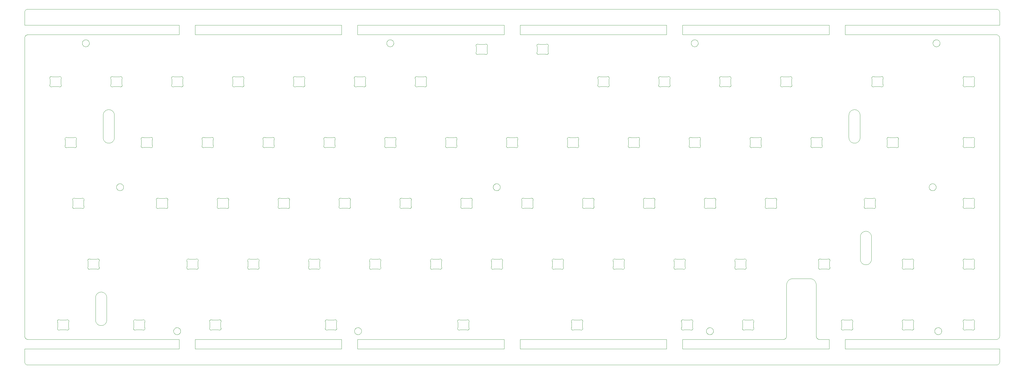
<source format=gm1>
G04 #@! TF.GenerationSoftware,KiCad,Pcbnew,(7.0.0)*
G04 #@! TF.CreationDate,2023-05-15T23:08:46-07:00*
G04 #@! TF.ProjectId,pcb-solder-rails,7063622d-736f-46c6-9465-722d7261696c,1.0*
G04 #@! TF.SameCoordinates,Original*
G04 #@! TF.FileFunction,Profile,NP*
%FSLAX46Y46*%
G04 Gerber Fmt 4.6, Leading zero omitted, Abs format (unit mm)*
G04 Created by KiCad (PCBNEW (7.0.0)) date 2023-05-15 23:08:46*
%MOMM*%
%LPD*%
G01*
G04 APERTURE LIST*
G04 #@! TA.AperFunction,Profile*
%ADD10C,0.100000*%
G04 #@! TD*
G04 APERTURE END LIST*
D10*
X148168452Y56713531D02*
X148217269Y56689489D01*
X285029885Y11378254D02*
X285068600Y11416493D01*
X268623444Y87628388D02*
X268622540Y87602924D01*
X88837760Y32911900D02*
X88856030Y32959455D01*
X236960114Y87133497D02*
X236909196Y87135117D01*
X150824501Y70422843D02*
X150820762Y70483872D01*
X111300072Y30115966D02*
X111260923Y30083368D01*
X193621290Y49354093D02*
X193612761Y49378104D01*
X285327805Y101914243D02*
X285382117Y101910880D01*
X251707500Y103500000D02*
X205866000Y103500000D01*
X80244547Y49167692D02*
X80196990Y49160785D01*
X238307853Y8666209D02*
X238328527Y8717965D01*
X240297000Y27050000D02*
X245750000Y27050000D01*
X294135568Y52305370D02*
X294186138Y52299216D01*
X227146346Y71271396D02*
X227190002Y71297651D01*
X285028088Y56284520D02*
X285055101Y56237283D01*
X58077597Y11018609D02*
X58036838Y11049170D01*
X103720884Y9681028D02*
X103675407Y9710909D01*
X143793953Y97429999D02*
X142181018Y97429423D01*
X208168435Y11055626D02*
X208144960Y11060785D01*
X293601461Y11402924D02*
X293600950Y11453865D01*
X110552010Y33129217D02*
X110575485Y33134376D01*
X19852012Y32383872D02*
X19840853Y32443987D01*
X174613576Y11327270D02*
X174600240Y11278103D01*
X106687074Y90012733D02*
X106691847Y89987704D01*
X208955364Y13293232D02*
X208955348Y11846771D01*
X93629458Y68357531D02*
X93608790Y68404093D01*
X12616161Y70912464D02*
X12616161Y70912464D01*
X231731031Y49330549D02*
X231712761Y49378104D01*
X263995368Y31607725D02*
X263916752Y31569865D01*
X175123638Y52299216D02*
X175173320Y52287948D01*
X208853872Y14106635D02*
X208873862Y14090835D01*
X147172783Y56676570D02*
X147220990Y56701812D01*
X305036315Y102566571D02*
X305026482Y102621429D01*
X148741692Y55341620D02*
X148721961Y55290908D01*
X136398797Y11067692D02*
X136351240Y11060785D01*
X15625361Y71349216D02*
X15675931Y71355370D01*
X225662414Y32343232D02*
X225662398Y30896771D01*
X240104780Y27040252D02*
X240200766Y27047562D01*
X141203661Y97737537D02*
X141201460Y97762921D01*
X227308788Y71342780D02*
X227358865Y71352135D01*
X227017861Y68935946D02*
X227024085Y68996771D01*
X197156213Y51636689D02*
X197120310Y51552291D01*
X248357199Y32736139D02*
X248356806Y32761616D01*
X305043356Y8988715D02*
X305047588Y9044286D01*
X98349425Y51912733D02*
X98362760Y51961900D01*
X115637861Y71349216D02*
X115688431Y71355370D01*
X186752010Y30110785D02*
X186728314Y30114810D01*
X203423605Y30020677D02*
X203400278Y30030928D01*
X249481137Y70504057D02*
X249474914Y70443232D01*
X263414601Y31428582D02*
X263327777Y31419894D01*
X263439149Y49123925D02*
X263351302Y49078277D01*
X113327472Y101110638D02*
X113343389Y101162673D01*
X203952444Y30091955D02*
X203907899Y30073925D01*
X220983563Y87754583D02*
X220993375Y87704594D01*
X98377052Y51612954D02*
X98359740Y51660866D01*
X120983859Y51760715D02*
X120976605Y51710290D01*
X285917117Y9519121D02*
X285862805Y9515758D01*
X26534601Y80001419D02*
X26620884Y79988414D01*
X25034159Y70074698D02*
X24976422Y70140122D01*
X293699085Y30896771D02*
X293699501Y32322843D01*
X283258110Y54991854D02*
X283223361Y55033730D01*
X205581250Y14037624D02*
X205616878Y14074036D01*
X10837876Y90394215D02*
X10888067Y90402938D01*
X114000851Y99785006D02*
X113950387Y99805362D01*
X258715211Y14192780D02*
X258764076Y14178377D01*
X193667256Y52076690D02*
X193696923Y52118104D01*
X16118620Y68935944D02*
X16132225Y68876333D01*
X211448739Y71011900D02*
X211462074Y70962733D01*
X251949625Y30554594D02*
X251954301Y30503865D01*
X165497134Y33256347D02*
X165548068Y33255370D01*
X191561185Y71240658D02*
X191584056Y71248047D01*
X171959684Y14075193D02*
X172007518Y14070579D01*
X173785556Y14098047D02*
X173830101Y14116077D01*
X138454611Y10940786D02*
X138404929Y10952054D01*
X25609252Y13599179D02*
X25581462Y13516465D01*
X117487001Y51372843D02*
X117483262Y51433872D01*
X63792969Y52009455D02*
X63811239Y51961900D01*
X92404347Y32837704D02*
X92410039Y32787080D01*
X210963886Y68083494D02*
X210913068Y68087064D01*
X40008563Y68704583D02*
X40018375Y68654594D01*
X171866444Y11041955D02*
X171821899Y11023925D01*
X196478947Y52261728D02*
X196526333Y52280431D01*
X285181619Y55823666D02*
X285185654Y55769400D01*
X120077010Y52179217D02*
X120100485Y52184376D01*
X170017839Y71285080D02*
X170040002Y71297651D01*
X270146672Y68103804D02*
X270098605Y68120677D01*
X174624550Y13686139D02*
X174622859Y13660715D01*
X19214Y110695091D02*
X4815Y110598018D01*
X284458109Y101538147D02*
X284494885Y101578254D01*
X136546923Y52118104D02*
X136563300Y52137624D01*
X127775314Y33140659D02*
X127821989Y33129218D01*
X240046359Y89860715D02*
X240039105Y89810290D01*
X115588179Y68102054D02*
X115563833Y68109571D01*
X10615038Y10947225D02*
X10566173Y10961628D01*
X63675072Y49165966D02*
X63635923Y49133368D01*
X43991101Y52216077D02*
X44078947Y52261728D01*
X426683Y103269854D02*
X383490Y103234634D01*
X208553449Y100625476D02*
X208545403Y100679294D01*
X296217980Y68219424D02*
X294581019Y68219424D01*
X249507457Y68335099D02*
X249494244Y68313312D01*
X39969542Y71082473D02*
X39980469Y71059455D01*
X268498199Y90237624D02*
X268514576Y90218104D01*
X155572103Y51493987D02*
X155553690Y51552291D01*
X274771347Y30068609D02*
X274730588Y30099170D01*
X297055850Y30133718D02*
X297037572Y30115966D01*
X170183708Y68091909D02*
X170158788Y68097225D01*
X123155047Y90270002D02*
X124767981Y90270578D01*
X228135598Y11352299D02*
X228124784Y11302517D01*
X230064803Y71354888D02*
X230090134Y71352135D01*
X201565211Y90392780D02*
X201614076Y90378377D01*
X70323432Y29987067D02*
X70272614Y29983497D01*
X100979453Y52172310D02*
X101027010Y52179217D01*
X275085568Y33255370D02*
X275136138Y33249216D01*
X1411Y102455715D02*
X0Y102400000D01*
X234578947Y49078274D02*
X234491101Y49123926D01*
X275389944Y11041955D02*
X275345399Y11023925D01*
X285185654Y55660601D02*
X285181619Y55606335D01*
X26900949Y89886139D02*
X26900556Y89911616D01*
X293959171Y71336201D02*
X293983788Y71342780D01*
X39944725Y68876333D02*
X39957801Y68837710D01*
X201264902Y90371683D02*
X201313179Y90387948D01*
X263327777Y41910107D02*
X263414601Y41901419D01*
X7859894Y87729713D02*
X7865438Y87754582D01*
X184063449Y32736139D02*
X184063960Y32787079D01*
X208960388Y11142227D02*
X208928650Y11102379D01*
X205636037Y14090834D02*
X205676796Y14121396D01*
X27853887Y70428056D02*
X27810259Y70352489D01*
X89675314Y33140659D02*
X89721989Y33129218D01*
X293842840Y87204925D02*
X293800578Y87233370D01*
X168586240Y30328103D02*
X168567971Y30280548D01*
X227831645Y14169328D02*
X227877747Y14147651D01*
X34087281Y11230549D02*
X34069011Y11278104D01*
X48753601Y87223926D02*
X48709055Y87241956D01*
X235252711Y49354093D02*
X235242971Y49330548D01*
X230523444Y68578388D02*
X230522540Y68552924D01*
X110850376Y33244215D02*
X110900567Y33252938D01*
X293601460Y51837079D02*
X293603661Y51862464D01*
X225274219Y14150591D02*
X225339148Y14116078D01*
X213411275Y10116824D02*
X213387839Y10165934D01*
X213563110Y9891854D02*
X213528361Y9933730D01*
X24575696Y71090757D02*
X24569175Y71177770D01*
X113630047Y71220002D02*
X115242981Y71220578D01*
X246956018Y71220579D02*
X246980047Y71220002D01*
X55584424Y68271900D02*
X55554757Y68313314D01*
X110976866Y29983655D02*
X110925932Y29984632D01*
X146088301Y30152380D02*
X146056563Y30192229D01*
X286255100Y101337283D02*
X286279745Y101288767D01*
X150024500Y8000000D02*
X150024500Y5000000D01*
X25549583Y13435240D02*
X25513695Y13355704D01*
X265631627Y49045787D02*
X265606929Y49052054D01*
X207886925Y70962733D02*
X207900260Y71011900D01*
X238794526Y26313002D02*
X238855359Y26387608D01*
X48736692Y10241621D02*
X48716960Y10190908D01*
X94836398Y14113978D02*
X94880943Y14095948D01*
X73331213Y32586689D02*
X73295310Y32502291D01*
X210629746Y100341234D02*
X210605101Y100292718D01*
X293709423Y14018104D02*
X293743150Y14056284D01*
X261357453Y78525824D02*
X261368303Y78439244D01*
X804909Y19215D02*
X901982Y4816D01*
X248815446Y29985117D02*
X248790115Y29987870D01*
X188858790Y68404093D02*
X188850261Y68428104D01*
X19177806Y101914243D02*
X19232118Y101910880D01*
X72851386Y33256508D02*
X72902303Y33254888D01*
X272523684Y68199344D02*
X272477010Y68210785D01*
X94150424Y11119800D02*
X94120757Y11161214D01*
X215700931Y52305370D02*
X215726386Y52306508D01*
X239291968Y26762425D02*
X239374926Y26811259D01*
X40021359Y70810715D02*
X40014105Y70760290D01*
X206645310Y32502291D02*
X206632239Y32463667D01*
X27809489Y90279218D02*
X27833184Y90275193D01*
X60615306Y14098047D02*
X60659851Y14116077D01*
X174547394Y51710290D02*
X174543124Y51735410D01*
X30455469Y90109455D02*
X30473739Y90061900D01*
X34123506Y13976690D02*
X34153173Y14018104D01*
X113900990Y101801811D02*
X113950387Y101824639D01*
X222228690Y30737712D02*
X222241760Y30776336D01*
X12849230Y11069424D02*
X11212269Y11069424D01*
X51023604Y33219328D02*
X51071671Y33236201D01*
X199283184Y90275193D02*
X199331018Y90270579D01*
X97107456Y71104904D02*
X97130469Y71059455D01*
X27142840Y87204925D02*
X27121347Y87218609D01*
X263586411Y41871124D02*
X263670970Y41849593D01*
X113309097Y71321684D02*
X113355469Y71300591D01*
X277464902Y14171683D02*
X277513179Y14187948D01*
X261455696Y32990757D02*
X261449175Y33077770D01*
X92317437Y33047776D02*
X92331743Y33026691D01*
X63571498Y49092351D02*
X63525396Y49070674D01*
X274553662Y30427539D02*
X274551461Y30452924D01*
X174946208Y49041909D02*
X174896672Y49053804D01*
X383490Y103234634D02*
X342136Y103197273D01*
X246217840Y68154925D02*
X246196347Y68168609D01*
X47075407Y9710909D02*
X47031463Y9743002D01*
X258133740Y79177512D02*
X258181082Y79250811D01*
X19810707Y32982473D02*
X19836006Y33026690D01*
X234650679Y52287948D02*
X234700361Y52299216D01*
X225635699Y33087624D02*
X225652076Y33068104D01*
X124767980Y87269424D02*
X123131019Y87269424D01*
X284203448Y101004525D02*
X284214147Y101057878D01*
X163415134Y100562131D02*
X163465211Y100552776D01*
X116114576Y71168104D02*
X116144243Y71126691D01*
X265050261Y87478104D02*
X265036926Y87527270D01*
X208682112Y101361068D02*
X208710286Y101407623D01*
X72653947Y30028274D02*
X72566101Y30073926D01*
X174404155Y11018607D02*
X174360498Y10992351D01*
X272591101Y71266077D02*
X272678947Y71311728D01*
X194317969Y52250591D02*
X194382898Y52216078D01*
X153639902Y71321683D02*
X153688179Y71337948D01*
X228088292Y13932473D02*
X228099219Y13909455D01*
X194427444Y49141955D02*
X194382899Y49123925D01*
X226925949Y70836139D02*
X226925556Y70861616D01*
X146056563Y30192229D02*
X146042257Y30213314D01*
X101911240Y49378103D02*
X101902711Y49354093D01*
X25367544Y69794955D02*
X25295448Y69844109D01*
X12622394Y68679713D02*
X12627938Y68704582D01*
X36661730Y11069424D02*
X35024769Y11069424D01*
X111335699Y33087624D02*
X111367437Y33047776D01*
X48341500Y106500000D02*
X48341500Y103500000D01*
X151634489Y71229218D02*
X151658184Y71225193D01*
X19822440Y30737712D02*
X19835510Y30776336D01*
X265290002Y90347651D02*
X265336104Y90369328D01*
X97168375Y68654594D02*
X97173051Y68603865D01*
X247562864Y25718790D02*
X247589346Y25626240D01*
X48613772Y9999638D02*
X48582224Y9955300D01*
X296403601Y33166077D02*
X296491447Y33211728D01*
X149495310Y32502291D02*
X149482239Y32463667D01*
X28940726Y55077273D02*
X28910285Y55122378D01*
X101930875Y49604594D02*
X101935551Y49553865D01*
X120721497Y52247651D02*
X120743660Y52235080D01*
X29502260Y54667168D02*
X29450851Y54685005D01*
X169841544Y68335100D02*
X169818531Y68380549D01*
X18031818Y49037064D02*
X17981627Y49045787D01*
X10474089Y14135080D02*
X10496252Y14147651D01*
X139376333Y52280431D02*
X139400679Y52287948D01*
X174559741Y49679137D02*
X174567786Y49703314D01*
X304060285Y8005644D02*
X304115570Y8012685D01*
X217642840Y87204925D02*
X217621347Y87218609D01*
X169841190Y68837712D02*
X169854260Y68876336D01*
X171460365Y14202135D02*
X171511134Y14206347D01*
X96979833Y10957471D02*
X96932447Y10976174D01*
X304822010Y365607D02*
X304880469Y444430D01*
X270052503Y68142354D02*
X270030340Y68154925D01*
X161089944Y100458045D02*
X161112815Y100450657D01*
X48643088Y10045481D02*
X48613772Y9999638D01*
X232146696Y49035117D02*
X232121365Y49037870D01*
X136546924Y49221900D02*
X136517257Y49263314D01*
X88852052Y32562954D02*
X88834740Y32610866D01*
X189159923Y68111628D02*
X189112778Y68130928D01*
X11206161Y87204922D02*
X11183998Y87192351D01*
X48841447Y87178274D02*
X48753601Y87223926D01*
X132134196Y68085117D02*
X132083708Y68091909D01*
X220203601Y90316077D02*
X220291447Y90361728D01*
X98344652Y51887704D02*
X98344652Y51887704D01*
X87487572Y87265966D02*
X87448423Y87233368D01*
X211464105Y70760290D02*
X211458562Y70735421D01*
X61356148Y11846771D02*
X61362370Y11785944D01*
X129716101Y33166077D02*
X129803947Y33211728D01*
X106604938Y87342227D02*
X106573200Y87302379D01*
X8689943Y90298048D02*
X8712814Y90290659D01*
X126919652Y32837704D02*
X126930466Y32887486D01*
X171120563Y11142229D02*
X171093044Y11185100D01*
X70719547Y30117692D02*
X70671990Y30110785D01*
X37630824Y13812733D02*
X37635597Y13787704D01*
X265707182Y49034632D02*
X265681818Y49037064D01*
X278148444Y30478388D02*
X278147540Y30452924D01*
X118095052Y49078277D02*
X118047666Y49059574D01*
X203447422Y33228377D02*
X203496288Y33242780D01*
X209010407Y99910909D02*
X208966463Y99943002D01*
X105243088Y11184520D02*
X105270101Y11137283D01*
X293625260Y32911900D02*
X293643530Y32959455D01*
X141209894Y97889711D02*
X141215437Y97914580D01*
X296933997Y52247651D02*
X296956160Y52235080D01*
X285187000Y55715000D02*
X285185654Y55660601D01*
X169780624Y70785410D02*
X169775949Y70836139D01*
X187582239Y32463667D02*
X187568637Y32404057D01*
X266162993Y52076691D02*
X266188292Y52032473D01*
X171291502Y14147651D02*
X171337604Y14169328D01*
X84734097Y87168321D02*
X84685820Y87152057D01*
X122159894Y89810290D02*
X122155624Y89835410D01*
X155688078Y49133370D02*
X155668088Y49149170D01*
X206612398Y30896771D02*
X206618620Y30835944D01*
X270246696Y68085117D02*
X270221365Y68087870D01*
X107916958Y30257531D02*
X107896290Y30304093D01*
X25367544Y79735046D02*
X25442000Y79780545D01*
X224577539Y13885910D02*
X224598207Y13932473D01*
X227834489Y71229218D02*
X227858184Y71225193D01*
X36736105Y68120677D02*
X36690003Y68142354D01*
X201948051Y87653865D02*
X201948444Y87628388D01*
X189385932Y68087067D02*
X189335114Y68083497D01*
X120675395Y52269328D02*
X120721497Y52247651D01*
X297037571Y52174037D02*
X297055849Y52156285D01*
X74958865Y71352135D02*
X75009634Y71356347D01*
X155493124Y51735410D02*
X155488449Y51786139D01*
X41272103Y51493987D02*
X41253690Y51552291D01*
X44761239Y51961900D02*
X44774574Y51912733D01*
X249507810Y70602291D02*
X249494739Y70563667D01*
X274565438Y11554582D02*
X274580286Y11603314D01*
X257982537Y78863536D02*
X258014416Y78944761D01*
X220873200Y87302379D02*
X220837572Y87265966D01*
X246561138Y71349216D02*
X246610820Y71337948D01*
X259096359Y13660715D02*
X259089105Y13610290D01*
X82806743Y52076691D02*
X82832042Y52032473D01*
X248715421Y33236201D02*
X248740038Y33242780D01*
X198661104Y90369328D02*
X198709171Y90386201D01*
X43805481Y52170578D02*
X43853315Y52175192D01*
X7975801Y87302380D02*
X7944063Y87342229D01*
X225227847Y14171684D02*
X225274219Y14150591D01*
X34402921Y14186201D02*
X34427538Y14192780D01*
X125088833Y87159571D02*
X125041447Y87178274D01*
X26911925Y90012733D02*
X26925260Y90061900D01*
X105213772Y9999638D02*
X105182224Y9955300D01*
X107971923Y33068104D02*
X107988300Y33087624D01*
X60262761Y49378104D02*
X60249426Y49427270D01*
X138333197Y10978274D02*
X138245351Y11023926D01*
X158702712Y49047222D02*
X158652635Y49037867D01*
X172392980Y68219424D02*
X170756019Y68219424D01*
X220565135Y87137867D02*
X220514366Y87133655D01*
X297187074Y51912733D02*
X297191847Y51887704D01*
X67617980Y87269424D02*
X65981019Y87269424D01*
X230189076Y71328377D02*
X230236222Y71309077D01*
X228076560Y13452291D02*
X228063489Y13413667D01*
X173131161Y68154922D02*
X173108998Y68142351D01*
X263439148Y52216078D02*
X263483693Y52198048D01*
X277353601Y11023926D02*
X277309055Y11041956D01*
X266042172Y52206635D02*
X266081321Y52174037D01*
X60267786Y49703314D02*
X60303690Y49787712D01*
X204069547Y30117692D02*
X204021990Y30110785D01*
X87633562Y89785421D02*
X87618713Y89736689D01*
X168605875Y30554594D02*
X168610551Y30503865D01*
X305005940Y709716D02*
X305029785Y804910D01*
X208975175Y11726333D02*
X208988251Y11687710D01*
X13396385Y10937867D02*
X13345616Y10933655D01*
X186775485Y33134376D02*
X186821556Y33148047D01*
X293842839Y52235080D02*
X293865002Y52247651D01*
X173343714Y68753315D02*
X173358563Y68704583D01*
X284967224Y56374701D02*
X284998772Y56330363D01*
X245984894Y68679713D02*
X245990438Y68704582D01*
X138941648Y11846771D02*
X138947870Y11785944D01*
X124886184Y87249344D02*
X124839510Y87260785D01*
X18549221Y49330548D02*
X18526207Y49285099D01*
X268312896Y87170674D02*
X268264828Y87153801D01*
X36685703Y14072310D02*
X36733260Y14079217D01*
X111150395Y33219328D02*
X111196497Y33197651D01*
X15677847Y49068321D02*
X15629570Y49052057D01*
X8334634Y90406347D02*
X8385568Y90405370D01*
X125623200Y87302379D02*
X125587572Y87265966D01*
X174621838Y13762464D02*
X174624039Y13737080D01*
X101857239Y51513667D02*
X101843637Y51454057D01*
X210194836Y101763061D02*
X210241038Y101734314D01*
X135481302Y13512954D02*
X135463990Y13560866D01*
X122157152Y89987704D02*
X122167966Y90037486D01*
X225760943Y32761616D02*
X225758859Y32710715D01*
X208540027Y100896558D02*
X208545403Y100950707D01*
X297196359Y30529289D02*
X297198444Y30478388D01*
X46838361Y9933730D02*
X46805727Y9977274D01*
X73262398Y30896771D02*
X73268620Y30835944D01*
X17683260Y49160785D02*
X17659564Y49164810D01*
X41280361Y49885946D02*
X41286585Y49946771D01*
X103280588Y87249170D02*
X103243151Y87283720D01*
X172578601Y68173926D02*
X172534055Y68191956D01*
X58121253Y10992354D02*
X58099090Y11004925D01*
X18750851Y101844995D02*
X18802261Y101862832D01*
X56456019Y68219424D02*
X56432047Y68217692D01*
X296998423Y30083368D02*
X296956161Y30054922D01*
X163213179Y97312053D02*
X163164902Y97328317D01*
X139627792Y52298096D02*
X139652711Y52292780D01*
X144719242Y100336687D02*
X144732455Y100314901D01*
X92386240Y30328103D02*
X92377711Y30304093D01*
X272702402Y68118319D02*
X272678947Y68128274D01*
X217665002Y90347651D02*
X217711104Y90369328D01*
X283082839Y56164067D02*
X283106275Y56213177D01*
X197025071Y52174037D02*
X197043349Y52156285D01*
X25095085Y79517767D02*
X25159049Y79577118D01*
X45950556Y89911616D02*
X45953661Y89962464D01*
X518139Y8166492D02*
X566167Y8138219D01*
X174633262Y51433872D02*
X174622103Y51493987D01*
X236575800Y90237624D02*
X236611428Y90274036D01*
X114798506Y101835129D02*
X114848452Y101813530D01*
X27599840Y70074698D02*
X27538914Y70012234D01*
X213679160Y11452771D02*
X213721463Y11486999D01*
X22647697Y30028274D02*
X22559851Y30073926D01*
X87647539Y89937080D02*
X87648050Y89886139D01*
X82477792Y52298096D02*
X82527327Y52286201D01*
X104504911Y11696124D02*
X104558128Y11684766D01*
X89607898Y33166078D02*
X89629954Y33156527D01*
X45961925Y90012733D02*
X45975260Y90061900D01*
X249540211Y68404093D02*
X249530471Y68380548D01*
X144068530Y97349410D02*
X144003601Y97383923D01*
X112658790Y68404093D02*
X112650261Y68428104D01*
X67641953Y90272310D02*
X67689510Y90279217D01*
X20190115Y33252135D02*
X20240884Y33256347D01*
X13194429Y14187948D02*
X13219126Y14194215D01*
X274561926Y11327270D02*
X274553662Y11377539D01*
X22515306Y33148047D02*
X22559851Y33166077D01*
X222216957Y32982473D02*
X222242256Y33026690D01*
X296265814Y49164810D02*
X296217980Y49169424D01*
X275280469Y14150591D02*
X275345398Y14116078D01*
X122371347Y87218609D02*
X122330588Y87249170D01*
X220837571Y90274037D02*
X220873199Y90237624D01*
X155566760Y49826336D02*
X155580361Y49885946D01*
X220993375Y87704594D02*
X220998051Y87653865D01*
X212647394Y49629713D02*
X212659741Y49679137D01*
X207875950Y68603865D02*
X207880625Y68654593D01*
X115328088Y101384520D02*
X115355101Y101337283D01*
X80082899Y49123925D02*
X79995052Y49078277D01*
X304746272Y103157864D02*
X304706863Y103197273D01*
X65265003Y87192354D02*
X65242840Y87204925D01*
X174636585Y49946771D02*
X174637001Y51372843D01*
X142109489Y97420784D02*
X142062814Y97409343D01*
X139943637Y51454057D02*
X139937414Y51393232D01*
X203192256Y33026690D02*
X203221923Y33068104D01*
X18585598Y49452299D02*
X18574784Y49402517D01*
X212880340Y49104925D02*
X212838078Y49133370D01*
X275345398Y33166078D02*
X275367454Y33156527D01*
X97206134Y14200035D02*
X97256211Y14190680D01*
X96613068Y68087064D02*
X96587861Y68090786D01*
X149152792Y33248096D02*
X149177711Y33242780D01*
X134566447Y71311728D02*
X134589902Y71321683D01*
X114798506Y99794872D02*
X114747553Y99775770D01*
X84050949Y89886139D02*
X84050556Y89911616D01*
X91875932Y29984632D02*
X91850568Y29987064D01*
X77923422Y71256635D02*
X77962571Y71224037D01*
X27080587Y90290834D02*
X27121346Y90321396D01*
X137232898Y52216078D02*
X137254954Y52206527D01*
X296688886Y49033494D02*
X296638068Y49037064D01*
X251924964Y30653315D02*
X251939813Y30604583D01*
X73295301Y30737710D02*
X73331214Y30653315D01*
X238199839Y8471605D02*
X238230508Y8518140D01*
X184263077Y33156634D02*
X184305339Y33185080D01*
X144365134Y97297866D02*
X144314365Y97293654D01*
X286921999Y10615000D02*
X286920653Y10560601D01*
X84889944Y87241955D02*
X84845399Y87223925D01*
X294439944Y87241955D02*
X294395399Y87223925D01*
X277441447Y10978274D02*
X277353601Y11023926D01*
X19855335Y30896771D02*
X19855751Y32322843D01*
X255503661Y13762464D02*
X255503661Y13762464D01*
X36847351Y14116077D02*
X36935197Y14161728D01*
X262039049Y31852883D02*
X261975085Y31912234D01*
X206710039Y32787080D02*
X206710550Y32736139D01*
X227458652Y14171683D02*
X227506929Y14187948D01*
X147856197Y56804836D02*
X147909911Y56796125D01*
X112691543Y71104904D02*
X112704756Y71126690D01*
X187562398Y30896771D02*
X187568620Y30835944D01*
X293983788Y90392780D02*
X294033865Y90402135D01*
X177155481Y52170578D02*
X177179453Y52172310D01*
X213300403Y10479294D02*
X213295027Y10533443D01*
X304224717Y8035116D02*
X304278299Y8050447D01*
X34679570Y10952057D02*
X34629888Y10940789D01*
X294084634Y14206347D02*
X294135568Y14205370D01*
X248399781Y30280549D02*
X248381511Y30328104D01*
X196985922Y52206635D02*
X197025071Y52174037D01*
X44752711Y49354093D02*
X44742971Y49330548D01*
X218239944Y87241955D02*
X218195399Y87223925D01*
X304170428Y8022518D02*
X304224717Y8035116D01*
X182883563Y87754583D02*
X182889106Y87729714D01*
X29932118Y56810881D02*
X29986197Y56804836D01*
X26925260Y90061900D02*
X26933789Y90085910D01*
X84089552Y89712954D02*
X84072240Y89760866D01*
X230281160Y71285080D02*
X230323422Y71256635D01*
X148675102Y56237283D02*
X148699747Y56188768D01*
X173281120Y68935944D02*
X173294725Y68876333D01*
X46049501Y89472843D02*
X46045762Y89533872D01*
X104859836Y11563061D02*
X104906038Y11534314D01*
X116144243Y71126691D02*
X116157456Y71104904D01*
X45980286Y87803314D02*
X46016190Y87887712D01*
X97632847Y13785604D02*
X97638539Y13734980D01*
X136449426Y49427270D02*
X136441162Y49477539D01*
X230236223Y68130925D02*
X230212896Y68120674D01*
X208620585Y10937867D02*
X208569816Y10933655D01*
X30093128Y54645234D02*
X30039911Y54633876D01*
X174444912Y14090835D02*
X174482349Y14056285D01*
X79327052Y51612954D02*
X79309740Y51660866D01*
X268088432Y87134632D02*
X268063068Y87137064D01*
X108702444Y30091955D02*
X108657899Y30073925D01*
X227658116Y10933655D02*
X227607182Y10934632D01*
X172031547Y14070002D02*
X173644481Y14070578D01*
X78123443Y70861616D02*
X78121359Y70810715D01*
X240200766Y27047562D02*
X240297000Y27050000D01*
X278069244Y11163312D02*
X278054938Y11142227D01*
X235219957Y49285099D02*
X235206744Y49263312D01*
X225453240Y11060785D02*
X225406565Y11049344D01*
X65030286Y87803314D02*
X65066190Y87887712D01*
X13687100Y11083718D02*
X13668822Y11065966D01*
X255579756Y13976690D02*
X255609423Y14018104D01*
X293600949Y51786139D02*
X293601460Y51837079D01*
X18567489Y51961900D02*
X18580824Y51912733D01*
X37635598Y11352299D02*
X37624784Y11302517D01*
X165078690Y32502291D02*
X165052052Y32562954D01*
X39980471Y68380548D02*
X39957457Y68335099D01*
X12656031Y68380549D02*
X12637761Y68428104D01*
X115384055Y68191956D02*
X115361184Y68199344D01*
X184521696Y29985117D02*
X184496365Y29987870D01*
X23980628Y22864457D02*
X24067777Y22860107D01*
X65795399Y87223925D02*
X65707552Y87178277D01*
X285153515Y55445661D02*
X285138891Y55393247D01*
X138200805Y11041956D02*
X138154735Y11055626D01*
X293761428Y71224036D02*
X293800577Y71256634D01*
X270495052Y68128277D02*
X270471597Y68118321D01*
X115428601Y71266077D02*
X115516447Y71311728D01*
X238131633Y8383491D02*
X238166853Y8426684D01*
X224653173Y14018104D02*
X224669550Y14037624D01*
X68591848Y87552299D02*
X68581034Y87502517D01*
X74604757Y68313314D02*
X74591544Y68335100D01*
X147424489Y56778105D02*
X147477409Y56790775D01*
X184305340Y30054925D02*
X184283847Y30068609D01*
X54212398Y30896771D02*
X54218620Y30835944D01*
X238435893Y25532468D02*
X238457653Y25626240D01*
X69796289Y32935910D02*
X69816957Y32982473D01*
X68506120Y87985944D02*
X68519725Y87926333D01*
X283910891Y56800812D02*
X283964804Y56808192D01*
X211443713Y70686689D02*
X211407810Y70602291D01*
X97074898Y68996771D02*
X97081120Y68935944D01*
X26447777Y69519894D02*
X26360628Y69515544D01*
X224642835Y11846771D02*
X224643251Y13272843D01*
X199355047Y90270002D02*
X200967981Y90270578D01*
X227009603Y70543987D02*
X226991190Y70602291D01*
X149250396Y30020674D02*
X149226577Y30011625D01*
X145965141Y30529288D02*
X145972394Y30579713D01*
X162915815Y97424808D02*
X162867981Y97429422D01*
X18577313Y49654583D02*
X18587125Y49604594D01*
X228112464Y11603315D02*
X228127313Y11554583D01*
X215925396Y49070674D02*
X215877328Y49053801D01*
X154036223Y68130925D02*
X154012896Y68120674D01*
X213546989Y52179218D02*
X213570684Y52175193D01*
X112632152Y70937704D02*
X112632152Y70937704D01*
X205730480Y30119424D02*
X204093519Y30119424D01*
X182773199Y90237624D02*
X182804937Y90197776D01*
X101715155Y49118607D02*
X101671498Y49092351D01*
X79468087Y52190834D02*
X79508846Y52221396D01*
X36586428Y71224036D02*
X36605587Y71240834D01*
X235285040Y49502924D02*
X235279348Y49452299D01*
X304244090Y19215D02*
X304339284Y43060D01*
X235206744Y49263312D02*
X235177077Y49221898D01*
X179366190Y89652291D02*
X179339552Y89712954D01*
X10766818Y14205370D02*
X10817388Y14199216D01*
X97012572Y68215966D02*
X96993413Y68199168D01*
X23112411Y30054922D02*
X23090248Y30042351D01*
X15575679Y68102054D02*
X15551333Y68109571D01*
X209200387Y101824639D02*
X209250851Y101844995D01*
X191490814Y68214810D02*
X191442980Y68219424D01*
X69763449Y32736139D02*
X69763056Y32761616D01*
X13826589Y11377539D02*
X13818326Y11327270D01*
X177626386Y52306508D02*
X177677303Y52304888D01*
X165024425Y32862733D02*
X165037760Y32911900D01*
X293643530Y32959455D02*
X293666543Y33004904D01*
X111196497Y33197651D02*
X111218660Y33185080D01*
X256707500Y103500000D02*
X256707500Y106500000D01*
X26911926Y87527270D02*
X26903662Y87577539D01*
X142181019Y100430577D02*
X143817980Y100430577D01*
X237781433Y8112416D02*
X237830832Y8138219D01*
X117412761Y49378104D02*
X117405467Y49402517D01*
X181941953Y90272310D02*
X181989510Y90279217D01*
X69766161Y32812464D02*
X69774425Y32862733D01*
X284360285Y101407623D02*
X284390726Y101452727D01*
X60545760Y14079217D02*
X60592435Y14090658D01*
X170592454Y71256527D02*
X170637814Y71240659D01*
X177651866Y49033655D02*
X177600932Y49034632D01*
X104081018Y90270579D02*
X104105047Y90270002D01*
X304604570Y111331470D02*
X304520396Y111381922D01*
X108423432Y29987067D02*
X108372614Y29983497D01*
X37056611Y10940786D02*
X37006929Y10952054D01*
X165013449Y32736139D02*
X165013960Y32787079D01*
X208259051Y11023926D02*
X208214505Y11041956D01*
X239564365Y90406347D02*
X239615134Y90402135D01*
X265058789Y90085910D02*
X265079457Y90132473D01*
X225125679Y30002054D02*
X225101333Y30009571D01*
X20105101Y100292718D02*
X20078088Y100245481D01*
X247739146Y8666209D02*
X247762415Y8615567D01*
X13737370Y11785944D02*
X13750975Y11726333D01*
X115267224Y100155300D02*
X115233522Y100112577D01*
X88834741Y30629137D02*
X88842786Y30653314D01*
X296403601Y52216077D02*
X296491447Y52261728D01*
X84734097Y90371684D02*
X84780469Y90350591D01*
X264418914Y41417767D02*
X264479840Y41355303D01*
X130432225Y30776333D02*
X130445301Y30737710D01*
X136002682Y10937067D02*
X135951864Y10933497D01*
X18040027Y100733443D02*
X18037336Y100787793D01*
X158576386Y52306508D02*
X158627303Y52304888D01*
X255680588Y11049170D02*
X255643151Y11083720D01*
X234827303Y52304888D02*
X234852634Y52302135D01*
X97638540Y11400824D02*
X97632848Y11350199D01*
X257931114Y78696826D02*
X257954747Y78780822D01*
X274561926Y30377270D02*
X274553662Y30427539D01*
X217479756Y90176690D02*
X217509423Y90218104D01*
X294330469Y14150591D02*
X294395398Y14116078D01*
X23337284Y30352517D02*
X23321461Y30304093D01*
X304683393Y226990D02*
X304756106Y292894D01*
X150886430Y68215968D02*
X150850801Y68252380D01*
X224765097Y11018609D02*
X224724338Y11049170D01*
X88892256Y33026690D02*
X88921923Y33068104D01*
X261342301Y78611756D02*
X261357453Y78525824D01*
X120956214Y49703315D02*
X120971063Y49654583D01*
X125748444Y87628388D02*
X125747540Y87602924D01*
X24704416Y78944761D02*
X24740304Y79024297D01*
X206632239Y32463667D02*
X206618637Y32404057D01*
X225681744Y30213312D02*
X225667438Y30192227D01*
X187302328Y30003801D02*
X187252793Y29991906D01*
X79508847Y49118609D02*
X79468088Y49149170D01*
X210605101Y100292718D02*
X210605101Y100292718D01*
X60621288Y52292780D02*
X60671365Y52302135D01*
X60262760Y51961900D02*
X60271289Y51985910D01*
X104993899Y9759855D02*
X104950763Y9726684D01*
X149482225Y30776333D02*
X149495301Y30737710D01*
X297155469Y71059455D02*
X297173739Y71011900D01*
X293684603Y89593987D02*
X293666190Y89652291D01*
X158550931Y52305370D02*
X158576386Y52306508D01*
X113490727Y101452727D02*
X113523361Y101496271D01*
X79823068Y49034635D02*
X79797614Y49033497D01*
X58487861Y71349216D02*
X58538431Y71355370D01*
X138356652Y14171683D02*
X138404929Y14187948D01*
X263670970Y31480408D02*
X263586411Y31458877D01*
X283552784Y54753432D02*
X283505884Y54781028D01*
X126913449Y32736139D02*
X126913960Y32787079D01*
X19393128Y101884766D02*
X19445718Y101870791D01*
X15789148Y52216078D02*
X15833693Y52198048D01*
X168468349Y33106285D02*
X168502076Y33068104D01*
X113109634Y71356347D02*
X113160568Y71355370D01*
X168075932Y29984632D02*
X168050568Y29987064D01*
X262886590Y49104925D02*
X262865097Y49118609D01*
X139701576Y52278377D02*
X139725395Y52269328D01*
X220017981Y90270578D02*
X220041953Y90272310D01*
X154322540Y68552924D02*
X154316848Y68502299D01*
X27762917Y70279190D02*
X27711981Y70208343D01*
X273320310Y70602291D02*
X273307239Y70563667D01*
X136077570Y14187948D02*
X136125847Y14171684D01*
X211407456Y71104904D02*
X211430469Y71059455D01*
X293666190Y49787712D02*
X293679260Y49826336D01*
X210634056Y71248047D02*
X210678601Y71266077D01*
X255609424Y11121900D02*
X255579757Y11163314D01*
X13799964Y11603315D02*
X13814813Y11554583D01*
X60921597Y52271684D02*
X60967969Y52250591D01*
X37637125Y11504594D02*
X37641801Y11453865D01*
X23311719Y32959455D02*
X23329989Y32911900D01*
X294330469Y52250591D02*
X294395398Y52216078D01*
X57859912Y11377539D02*
X57857711Y11402924D01*
X264733887Y41001945D02*
X264773695Y40924297D01*
X201882456Y90154904D02*
X201905469Y90109455D01*
X293607153Y11352299D02*
X293601461Y11402924D01*
X29008109Y56438148D02*
X29044885Y56478255D01*
X123059489Y90279218D02*
X123083184Y90275193D01*
X34049374Y13635410D02*
X34044699Y13686139D01*
X24886455Y22585046D02*
X24958551Y22535892D01*
X205465344Y13610290D02*
X205461074Y13635410D01*
X94095457Y13930373D02*
X94120756Y13974590D01*
X54305875Y30554594D02*
X54310551Y30503865D01*
X117431030Y52009455D02*
X117441957Y52032473D01*
X18577312Y51685421D02*
X18562463Y51636689D01*
X239186184Y87249344D02*
X239139510Y87260785D01*
X13071696Y68085117D02*
X13021208Y68091909D01*
X186680481Y33120578D02*
X186728315Y33125192D01*
X22719429Y30002054D02*
X22695083Y30009571D01*
X217495762Y89533872D02*
X217484603Y89593987D01*
X203122394Y32660290D02*
X203118124Y32685410D01*
X174115386Y14206508D02*
X174140865Y14206347D01*
X297132457Y68335099D02*
X297119244Y68313312D01*
X62996555Y49141956D02*
X62973684Y49149344D01*
X212722103Y51493987D02*
X212703690Y51552291D01*
X131675557Y68578388D02*
X131677641Y68629288D01*
X175423515Y49155626D02*
X175377444Y49141955D01*
X84845399Y87223925D02*
X84757552Y87178277D01*
X259098444Y11428388D02*
X259097540Y11402924D01*
X220932457Y87385099D02*
X220919244Y87363312D01*
X35115Y102675718D02*
X22517Y102621429D01*
X68568714Y87803315D02*
X68583563Y87754583D01*
X143912984Y100444375D02*
X143959055Y100458046D01*
X273385039Y70887080D02*
X273385943Y70861616D01*
X229988431Y71355370D02*
X230013886Y71356508D01*
X13786721Y11230548D02*
X13763707Y11185099D01*
X26930286Y87803314D02*
X26966190Y87887712D01*
X82856214Y49703315D02*
X82871063Y49654583D01*
X74525950Y68603865D02*
X74527641Y68629288D01*
X231688450Y49553865D02*
X231690141Y49579288D01*
X82842969Y52009455D02*
X82861239Y51961900D01*
X13219127Y10945787D02*
X13194429Y10952054D01*
X79797614Y49033497D02*
X79746696Y49035117D01*
X96932447Y14159628D02*
X96955902Y14169583D01*
X296714366Y10933655D02*
X296663432Y10934632D01*
X24410970Y12430408D02*
X24326411Y12408877D01*
X203333847Y30068609D02*
X203293088Y30099170D01*
X22559851Y33166077D02*
X22647697Y33211728D01*
X284952260Y101862832D02*
X285004488Y101878104D01*
X89793519Y30119424D02*
X89769547Y30117692D01*
X25277577Y22239879D02*
X25331981Y22171658D01*
X249331160Y71285080D02*
X249373422Y71256635D01*
X150024500Y106500000D02*
X150024500Y103500000D01*
X228141290Y11402924D02*
X228135598Y11352299D01*
X274649085Y30896771D02*
X274649501Y32322843D01*
X274550949Y32736139D02*
X274550556Y32761616D01*
X284859992Y56497613D02*
X284897749Y56458428D01*
X160349085Y98206769D02*
X160349101Y99653230D01*
X275459489Y14079218D02*
X275483184Y14075193D01*
X55500261Y68428104D02*
X55486926Y68477270D01*
X274909172Y30003804D02*
X274861105Y30020677D01*
X249173704Y33156527D02*
X249219064Y33140659D01*
X274730587Y33140834D02*
X274771346Y33171396D01*
X7944063Y87342229D02*
X7916544Y87385100D01*
X227190002Y71297651D02*
X227236104Y71319328D01*
X184128690Y30737712D02*
X184141760Y30776336D01*
X148628315Y33125192D02*
X148652010Y33129217D01*
X147747806Y56814244D02*
X147802118Y56810881D01*
X165446365Y29987870D02*
X165396288Y29997225D01*
X282987336Y55742208D02*
X282990027Y55796558D01*
X248740038Y29997225D02*
X248715422Y30003804D01*
X113633601Y101616493D02*
X113674160Y101652771D01*
X205462602Y13787704D02*
X205462602Y13787704D01*
X293611925Y32862733D02*
X293625260Y32911900D01*
X37481321Y14074037D02*
X37516949Y14037624D01*
X115242981Y71220578D02*
X115290815Y71225192D01*
X74650800Y71187624D02*
X74686428Y71224036D01*
X286733771Y9999638D02*
X286702223Y9955300D01*
X178043637Y51454057D02*
X178037414Y51393232D01*
X58651648Y14116078D02*
X58696193Y14098048D01*
X37132636Y14206508D02*
X37158115Y14206347D01*
X49013432Y87134632D02*
X48988068Y87137064D01*
X258677544Y69794955D02*
X258605448Y69844109D01*
X193609740Y51660866D02*
X193597394Y51710290D01*
X297168714Y11603315D02*
X297183563Y11554583D01*
X37107182Y10934632D02*
X37081818Y10937064D01*
X136516760Y49826336D02*
X136530361Y49885946D01*
X160293530Y97590546D02*
X160275260Y97638101D01*
X76120Y617317D02*
X118078Y528604D01*
X179307152Y89987704D02*
X179317966Y90037486D01*
X258787895Y14169328D02*
X258833997Y14147651D01*
X127133847Y30068609D02*
X127093088Y30099170D01*
X13750494Y11163312D02*
X13720827Y11121898D01*
X187655874Y32685410D02*
X187651605Y32660290D01*
X255525261Y11278104D02*
X255511926Y11327270D01*
X113287336Y100787793D02*
X113287336Y100842208D01*
X231699425Y51912733D02*
X231712760Y51961900D01*
X135706753Y10992354D02*
X135684590Y11004925D01*
X61329450Y11102379D02*
X61293822Y11065966D01*
X60303690Y49787712D02*
X60316760Y49826336D01*
X85007047Y87267692D02*
X84959490Y87260785D01*
X135181137Y70504057D02*
X135174914Y70443232D01*
X263279570Y52287948D02*
X263327847Y52271684D01*
X74634424Y68271900D02*
X74604757Y68313314D01*
X208670398Y71266078D02*
X208692454Y71256527D01*
X277215814Y30114810D02*
X277167980Y30119424D01*
X103830469Y90350591D02*
X103895398Y90316078D01*
X274642861Y30835946D02*
X274649085Y30896771D01*
X94084530Y13907355D02*
X94095457Y13930373D01*
X185019546Y33122311D02*
X185067547Y33120002D01*
X65981018Y90270579D02*
X66005047Y90270002D01*
X274559894Y11529713D02*
X274565438Y11554582D01*
X139937414Y51393232D02*
X139937398Y49946771D01*
X261552537Y40763536D02*
X261584416Y40844761D01*
X256207552Y10978277D02*
X256184097Y10968321D01*
X54212414Y32343232D02*
X54212398Y30896771D01*
X212644652Y51887704D02*
X212649425Y51912733D01*
X13796461Y11254093D02*
X13786721Y11230548D01*
X48962861Y87140786D02*
X48913179Y87152054D01*
X10562985Y90284376D02*
X10609056Y90298047D01*
X103105625Y87704593D02*
X103109894Y87729713D01*
X170062777Y71309077D02*
X170109922Y71328377D01*
X293679260Y30776336D02*
X293692861Y30835946D01*
X264733887Y32328056D02*
X264690259Y32252489D01*
X273185922Y71256635D02*
X273225071Y71224037D01*
X224555675Y13812733D02*
X224569010Y13861900D01*
X293684603Y32443987D02*
X293666190Y32502291D01*
X10665115Y14202135D02*
X10715884Y14206347D01*
X239994542Y90132473D02*
X240005469Y90109455D01*
X20761297Y33120002D02*
X22374231Y33120578D01*
X263506565Y49149344D02*
X263483694Y49141955D01*
X207959603Y70543987D02*
X207941190Y70602291D01*
X208258788Y71342780D02*
X208308865Y71352135D01*
X182465135Y87137867D02*
X182414366Y87133655D01*
X110753947Y33211728D02*
X110777402Y33221683D01*
X19999090Y30054925D02*
X19977597Y30068609D01*
X174540141Y49579288D02*
X174547394Y49629713D01*
X118023320Y49052057D02*
X117973638Y49040789D01*
X293625261Y11278104D02*
X293617967Y11302517D01*
X15726866Y68083655D02*
X15701386Y68083494D01*
X139970301Y49787710D02*
X140006214Y49703315D01*
X297193375Y49604594D02*
X297196359Y49579289D01*
X48736692Y10988380D02*
X48753891Y10936754D01*
X27989252Y78780822D02*
X28012885Y78696826D01*
X273306744Y68313312D02*
X273277077Y68271898D01*
X165091760Y30776336D02*
X165105361Y30835946D01*
X268623443Y89911616D02*
X268621359Y89860715D01*
X97148739Y71011900D02*
X97162074Y70962733D01*
X213071365Y52302135D02*
X213122134Y52306347D01*
X208510820Y71337948D02*
X208559097Y71321684D01*
X194072134Y49033658D02*
X194021365Y49037870D01*
X248121604Y8197161D02*
X248168139Y8166492D01*
X94135932Y68087067D02*
X94085114Y68083497D01*
X46789943Y90298048D02*
X46812814Y90290659D01*
X46460114Y87133497D02*
X46409196Y87135117D01*
X25295448Y69844109D02*
X25225892Y69896795D01*
X115078899Y99959855D02*
X115035763Y99926684D01*
X30014365Y90406347D02*
X30065134Y90402135D01*
X205480710Y13861900D02*
X205498980Y13909455D01*
X227161731Y14070578D02*
X227185703Y14072310D01*
X229937861Y71349216D02*
X229988431Y71355370D01*
X111427711Y30304093D02*
X111407043Y30257530D01*
X153890134Y71352135D02*
X153940211Y71342780D01*
X87523200Y87302379D02*
X87487572Y87265966D01*
X248938179Y71337948D02*
X248987861Y71349216D01*
X285382117Y101910880D02*
X285436196Y101904835D01*
X165829954Y33156527D02*
X165875314Y33140659D01*
X203208262Y32383872D02*
X203197103Y32443987D01*
X79971597Y49068321D02*
X79923320Y49052057D01*
X239637120Y26931730D02*
X239728210Y26962865D01*
X97256212Y10945122D02*
X97206135Y10935767D01*
X210766447Y68128274D02*
X210678601Y68173926D01*
X296663432Y29984632D02*
X296638068Y29987064D01*
X268616848Y87552299D02*
X268606034Y87502517D01*
X26620884Y69541587D02*
X26534601Y69528582D01*
X163705848Y100416281D02*
X163739575Y100378101D01*
X27739943Y90298048D02*
X27762814Y90290659D01*
X167630480Y30119424D02*
X165993519Y30119424D01*
X216137398Y49946771D02*
X216143620Y49885944D01*
X222596365Y33252135D02*
X222647134Y33256347D01*
X120971063Y49654583D02*
X120976606Y49629714D01*
X208569815Y14206347D02*
X208620584Y14202135D01*
X285079746Y55241234D02*
X285055101Y55192718D01*
X225668637Y32404057D02*
X225662414Y32343232D01*
X266241290Y49502924D02*
X266235598Y49452299D01*
X255500949Y13686139D02*
X255500556Y13711616D01*
X132680047Y71220002D02*
X134292981Y71220578D01*
X89520052Y30028277D02*
X89472666Y30009574D01*
X235085923Y49133368D02*
X235043661Y49104922D01*
X139055481Y52170578D02*
X139103315Y52175192D01*
X220981034Y87502517D02*
X220965211Y87454093D01*
X79923320Y49052057D02*
X79873638Y49040789D01*
X30805102Y56237283D02*
X30829747Y56188768D01*
X216137414Y51393232D02*
X216137398Y49946771D01*
X151564944Y68191955D02*
X151520399Y68173925D01*
X283027472Y55419363D02*
X283014148Y55472123D01*
X135485280Y13909455D02*
X135496207Y13932473D01*
X249089366Y68083655D02*
X249063886Y68083494D01*
X51621990Y30110785D02*
X51575315Y30099344D01*
X198860114Y87133497D02*
X198809196Y87135117D01*
X45952641Y87679288D02*
X45959894Y87729713D01*
X61454301Y11453865D02*
X61454694Y11428388D01*
X264479840Y31974698D02*
X264418914Y31912234D01*
X248410707Y32982473D02*
X248436006Y33026690D01*
X131692966Y70987486D02*
X131700260Y71011900D01*
X48913179Y90387948D02*
X48937876Y90394215D01*
X296336184Y49149344D02*
X296289510Y49160785D01*
X248583429Y8012685D02*
X248638714Y8005644D01*
X13122697Y14161728D02*
X13170083Y14180431D01*
X108398068Y33255370D02*
X108448638Y33249216D01*
X258999914Y13293232D02*
X258999898Y11846771D01*
X55478662Y68527539D02*
X55476461Y68552924D01*
X150024500Y5000000D02*
X104183000Y5000000D01*
X210098452Y99816471D02*
X210048506Y99794872D01*
X239969244Y87363312D02*
X239954938Y87342227D01*
X229542981Y71220578D02*
X229590815Y71225192D01*
X262557653Y41794030D02*
X262639648Y41823873D01*
X87639105Y89810290D02*
X87633562Y89785421D01*
X155553690Y51552291D02*
X155527052Y51612954D01*
X296265815Y71225192D02*
X296289510Y71229217D01*
X188891543Y71104904D02*
X188904756Y71126690D01*
X256707500Y5000000D02*
X256707500Y8000000D01*
X13452444Y68191955D02*
X13407899Y68173925D01*
X84845398Y90316078D02*
X84889943Y90298048D01*
X103559196Y87135117D02*
X103533865Y87137870D01*
X293887778Y49080928D02*
X293842840Y49104925D01*
X248750000Y8000000D02*
X251707500Y8000000D01*
X208418629Y10952054D02*
X208394283Y10959571D01*
X285699803Y9521809D02*
X285645890Y9529189D01*
X173716010Y14079217D02*
X173762685Y14090658D01*
X259583371Y80014457D02*
X259670628Y80014457D01*
X192298200Y68252379D02*
X192262572Y68215966D01*
X107928690Y32502291D02*
X107902052Y32562954D01*
X94370399Y68173925D02*
X94282552Y68128277D01*
X63200679Y52287948D02*
X63250361Y52299216D01*
X126930466Y32887486D02*
X126937760Y32911900D01*
X171536614Y10933497D02*
X171511134Y10933658D01*
X266199219Y52009455D02*
X266217489Y51961900D01*
X15950796Y52172311D02*
X15998797Y52170002D01*
X39090815Y71225192D02*
X39114510Y71229217D01*
X48841447Y90361728D02*
X48864902Y90371683D01*
X284735763Y54826684D02*
X284691038Y54795687D01*
X130444956Y33004904D02*
X130467969Y32959455D01*
X179659172Y87153804D02*
X179611105Y87170677D01*
X297196359Y51760715D02*
X297189105Y51710290D01*
X103125261Y87478104D02*
X103117967Y87502517D01*
X222242256Y33026690D02*
X222271923Y33068104D01*
X40023444Y68578388D02*
X40022540Y68552924D01*
X174780339Y52235080D02*
X174802502Y52247651D01*
X146702838Y55265933D02*
X146681858Y55316142D01*
X70005340Y30054925D02*
X69983847Y30068609D01*
X267642980Y87269424D02*
X266006019Y87269424D01*
X113950387Y99805362D02*
X113900990Y99828190D01*
X94136762Y13331772D02*
X94125603Y13391887D01*
X48888833Y87159571D02*
X48841447Y87178274D01*
X23354301Y30503865D02*
X23354694Y30478388D01*
X147693395Y56814917D02*
X147747806Y56814244D01*
X197120310Y51552291D02*
X197107239Y51513667D01*
X272876386Y68083494D02*
X272825568Y68087064D01*
X46634097Y87168321D02*
X46585820Y87152057D01*
X305029785Y804910D02*
X305044184Y901983D01*
X86853601Y90316077D02*
X86941447Y90361728D01*
X265560568Y90405370D02*
X265611138Y90399216D01*
X88878690Y30737712D02*
X88891760Y30776336D01*
X11287572Y87265966D02*
X11248423Y87233368D01*
X247651411Y9044286D02*
X247655643Y8988715D01*
X153788431Y71355370D02*
X153813886Y71356508D01*
X68473199Y90237624D02*
X68489576Y90218104D01*
X26979756Y90176690D02*
X27009423Y90218104D01*
X78057457Y68335099D02*
X78044244Y68313312D01*
X118047666Y49059574D02*
X118023320Y49052057D01*
X206295394Y11041955D02*
X206250849Y11023925D01*
X261466546Y32904177D02*
X261455696Y32990757D01*
X65125800Y90237624D02*
X65161428Y90274036D01*
X188864552Y70662954D02*
X188847240Y70710866D01*
X96862895Y71319328D02*
X96886222Y71309077D01*
X231702938Y49654582D02*
X231717786Y49703314D01*
X262687281Y49330549D02*
X262669011Y49378104D01*
X273185923Y68183368D02*
X273143661Y68154922D01*
X204069546Y33122311D02*
X204117547Y33120002D01*
X159056214Y49703315D02*
X159071063Y49654583D01*
X296839828Y87153801D02*
X296815212Y87147222D01*
X174546225Y11726333D02*
X174559301Y11687710D01*
X65161428Y90274036D02*
X65180587Y90290834D01*
X263153371Y41914457D02*
X263240628Y41914457D01*
X211090211Y71342780D02*
X211139076Y71328377D01*
X22374231Y33120578D02*
X22422065Y33125192D01*
X268423422Y90306635D02*
X268462571Y90274037D01*
X22422065Y33125192D02*
X22445760Y33129217D01*
X20215530Y101031268D02*
X20224906Y100977666D01*
X285592409Y9539227D02*
X285539488Y9551897D01*
X155630651Y49183720D02*
X155596924Y49221900D01*
X251861188Y30192227D02*
X251829450Y30152379D01*
X265681818Y49037064D02*
X265631627Y49045787D01*
X277262985Y33134376D02*
X277309056Y33148047D01*
X168025361Y29990786D02*
X167975679Y30002054D01*
X75364943Y71248048D02*
X75387814Y71240659D01*
X58389902Y71321683D02*
X58438179Y71337948D01*
X36935197Y10978274D02*
X36847351Y11023926D01*
X58092981Y71220578D02*
X58140815Y71225192D01*
X22515305Y30091956D02*
X22492434Y30099344D01*
X23229449Y33087624D02*
X23245826Y33068104D01*
X147125884Y56648974D02*
X147172783Y56676570D01*
X101276333Y52280431D02*
X101300679Y52287948D01*
X296815211Y33242780D02*
X296839827Y33236201D01*
X187562414Y32343232D02*
X187562398Y30896771D01*
X234951576Y52278377D02*
X234998722Y52259077D01*
X220997540Y87602924D02*
X220991848Y87552299D01*
X49439576Y90218104D02*
X49469243Y90176691D01*
X223002444Y30091955D02*
X222957899Y30073925D01*
X216224576Y49427270D02*
X216211240Y49378103D01*
X258133740Y70352489D02*
X258090112Y70428056D01*
X150804757Y68313314D02*
X150779458Y68357531D01*
X234305480Y49169424D02*
X232668519Y49169424D01*
X293699085Y88046771D02*
X293699501Y89472843D01*
X211231160Y71285080D02*
X211273422Y71256635D01*
X263240628Y31415544D02*
X263153371Y31415544D01*
X55574501Y70422843D02*
X55570762Y70483872D01*
X297132801Y30737710D02*
X297168714Y30653315D01*
X20463802Y30028277D02*
X20440347Y30018321D01*
X269913300Y71187624D02*
X269948928Y71224036D01*
X43923684Y49149344D02*
X43877010Y49160785D01*
X203130467Y30352517D02*
X203119653Y30402299D01*
X272546555Y68191956D02*
X272523684Y68199344D01*
X248592981Y71220578D02*
X248640815Y71225192D01*
X153461184Y68199344D02*
X153414510Y68210785D01*
X94202428Y14071936D02*
X94221587Y14088734D01*
X238484135Y25718790D02*
X238515270Y25809880D01*
X297198443Y51811616D02*
X297196359Y51760715D01*
X24575696Y78439244D02*
X24586546Y78525824D01*
X117608846Y52221396D02*
X117652502Y52247651D01*
X98437001Y51372843D02*
X98433262Y51433872D01*
X147080406Y56619093D02*
X147125884Y56648974D01*
X129625485Y33134376D02*
X129671556Y33148047D01*
X204093519Y30119424D02*
X204069547Y30117692D01*
X198885568Y90405370D02*
X198936138Y90399216D01*
X246913001Y26652474D02*
X246987607Y26591641D01*
X168601605Y32660290D02*
X168596062Y32635421D01*
X201948050Y89886139D02*
X201943374Y89835410D01*
X127620052Y30028277D02*
X127596597Y30018321D01*
X22324416Y13435240D02*
X22292537Y13516465D01*
X170756019Y68219424D02*
X170732047Y68217692D01*
X61329449Y14037624D02*
X61345826Y14018104D01*
X86853601Y87223926D02*
X86809055Y87241956D01*
X236475261Y87478104D02*
X236461926Y87527270D01*
X263229888Y49040789D02*
X263179318Y49034635D01*
X270792547Y71220002D02*
X272405481Y71220578D01*
X284190026Y100896558D02*
X284195402Y100950707D01*
X225746063Y30604583D02*
X225755875Y30554594D01*
X268381160Y90335080D02*
X268423422Y90306635D01*
X189159922Y71328377D02*
X189208788Y71342780D01*
X208710286Y100222378D02*
X208682112Y100268933D01*
X63824574Y51912733D02*
X63829347Y51887704D01*
X141907552Y100521727D02*
X141995398Y100476075D01*
X57999401Y11083720D02*
X57965674Y11121900D01*
X365606Y111273011D02*
X292893Y111207107D01*
X8689944Y87241955D02*
X8645399Y87223925D01*
X30748773Y55099637D02*
X30717225Y55055299D01*
X156373515Y49155626D02*
X156327444Y49141955D01*
X198404457Y90132473D02*
X198429756Y90176690D01*
X26933789Y90085910D02*
X26954457Y90132473D01*
X197107225Y49826333D02*
X197120301Y49787710D01*
X205848684Y30099344D02*
X205802010Y30110785D01*
X212643124Y51735410D02*
X212638449Y51786139D01*
X187350395Y33219328D02*
X187396497Y33197651D01*
X261374824Y78352231D02*
X261377000Y78265000D01*
X239848423Y87233368D02*
X239806161Y87204922D01*
X160561104Y97330673D02*
X160515002Y97352350D01*
X265709097Y87168321D02*
X265660820Y87152057D01*
X160658707Y97301905D02*
X160609172Y97313800D01*
X258391447Y14161728D02*
X258414902Y14171683D01*
X80220684Y52175193D02*
X80244546Y52172311D01*
X262175448Y41585892D02*
X262247544Y41635046D01*
X174558957Y11185099D02*
X174545744Y11163312D01*
X37624784Y11302517D02*
X37608961Y11254093D01*
X30337572Y87265966D02*
X30298423Y87233368D01*
X263483693Y52198048D02*
X263506564Y52190659D01*
X297055850Y49183718D02*
X297037572Y49165966D01*
X144533996Y100507647D02*
X144556159Y100495076D01*
X193683262Y51433872D02*
X193672103Y51493987D01*
X163739576Y97481897D02*
X163723199Y97462377D01*
X106697539Y89937080D02*
X106698050Y89886139D01*
X268012876Y90394215D02*
X268063067Y90402938D01*
X259073739Y13861900D02*
X259087074Y13812733D01*
X97064576Y71168104D02*
X97094243Y71126691D01*
X135273444Y68578388D02*
X135272540Y68552924D01*
X274583789Y13885910D02*
X274604457Y13932473D01*
X114897268Y101789488D02*
X114944836Y101763061D01*
X82777077Y49221898D02*
X82760700Y49202379D01*
X61437284Y11302517D02*
X61421461Y11254093D01*
X294486015Y11055626D02*
X294439944Y11041955D01*
X15009188Y49654582D02*
X15024036Y49703314D01*
X40008562Y70735421D02*
X39993713Y70686689D01*
X285647552Y99775770D02*
X285595717Y99759210D01*
X228140109Y13660715D02*
X228132855Y13610290D01*
X264938303Y40339244D02*
X264944824Y40252231D01*
X273332042Y71082473D02*
X273342969Y71059455D01*
X248440853Y32443987D02*
X248422440Y32502291D01*
X294084634Y33256347D02*
X294135568Y33255370D01*
X30871692Y55341620D02*
X30851961Y55290908D01*
X29791447Y90361728D02*
X29814902Y90371683D01*
X285151462Y9743002D02*
X285109159Y9777230D01*
X208737815Y68199344D02*
X208714944Y68191955D01*
X210611185Y71240658D02*
X210634056Y71248047D01*
X87448423Y87233368D02*
X87427655Y87218607D01*
X293842839Y33185080D02*
X293865002Y33197651D01*
X139793660Y52235080D02*
X139815154Y52221396D01*
X94059634Y68083658D02*
X94008865Y68087870D01*
X68532801Y87887710D02*
X68568714Y87803315D01*
X20486719Y33200591D02*
X20551648Y33166078D01*
X44720301Y49787710D02*
X44756214Y49703315D01*
X274792840Y11004925D02*
X274771347Y11018609D01*
X224780480Y30119424D02*
X223143519Y30119424D01*
X185067547Y33120002D02*
X186680481Y33120578D01*
X222383846Y33171396D02*
X222427502Y33197651D01*
X114319016Y101912898D02*
X114373395Y101914916D01*
X74568531Y68380549D02*
X74550261Y68428104D01*
X50811585Y30896771D02*
X50812001Y32322843D01*
X293607153Y87552299D02*
X293601461Y87602924D01*
X294509490Y68210785D02*
X294486015Y68205626D01*
X161207047Y100432309D02*
X161231019Y100430577D01*
X245975949Y70836139D02*
X245975556Y70861616D01*
X149551605Y32660290D02*
X149546062Y32635421D01*
X63835039Y51837080D02*
X63835943Y51811616D01*
X197106743Y52076691D02*
X197119956Y52054904D01*
X96663886Y71356508D02*
X96689365Y71356347D01*
X56010568Y71355370D02*
X56061138Y71349216D01*
X101827076Y52118104D02*
X101856743Y52076691D01*
X226991190Y70602291D02*
X226964552Y70662954D01*
X131682153Y68502299D02*
X131676461Y68552924D01*
X103117967Y87502517D02*
X103107153Y87552299D01*
X246835409Y26709451D02*
X246913001Y26652474D01*
X10813179Y87152054D02*
X10788833Y87159571D01*
X293983788Y10947225D02*
X293934923Y10961628D01*
X54000395Y33219328D02*
X54046497Y33197651D01*
X294486015Y49155626D02*
X294439944Y49141955D01*
X114427806Y101914243D02*
X114482118Y101910880D01*
X148587225Y55055299D02*
X148553523Y55012576D01*
X34053644Y11529713D02*
X34059188Y11554582D01*
X192324914Y70443232D02*
X192324898Y68996771D01*
X168532239Y32463667D02*
X168518637Y32404057D01*
X268037861Y87140786D02*
X267988179Y87152054D01*
X20067355Y30020677D02*
X20021253Y30042354D01*
X274561925Y32862733D02*
X274575260Y32911900D01*
X160471345Y97378605D02*
X160430587Y97409166D01*
X103675407Y11519092D02*
X103720884Y11548973D01*
X103411105Y87170677D02*
X103387778Y87180928D01*
X284343128Y54645235D02*
X284289911Y54633877D01*
X98923638Y52299216D02*
X98973320Y52287948D01*
X104610718Y9559210D02*
X104558128Y9545235D01*
X103218449Y10804525D02*
X103229148Y10857878D01*
X24740304Y79024297D02*
X24780112Y79101945D01*
X187651605Y32660290D02*
X187646062Y32635421D01*
X272952634Y71352135D02*
X272977792Y71348096D01*
X293609894Y13610290D02*
X293605624Y13635410D01*
X208605469Y71300591D02*
X208670398Y71266078D01*
X117496924Y49221900D02*
X117467257Y49263314D01*
X214594911Y9533877D02*
X214541197Y9525166D01*
X158246556Y52198047D02*
X158291101Y52216077D01*
X106673739Y90061900D02*
X106687074Y90012733D01*
X231767256Y52076690D02*
X231796923Y52118104D01*
X27711981Y79321658D02*
X27762917Y79250811D01*
X49306160Y90335080D02*
X49348422Y90306635D01*
X255566190Y13452291D02*
X255539552Y13512954D01*
X145969652Y32837704D02*
X145969652Y32837704D01*
X61411721Y11230548D02*
X61388707Y11185099D01*
X103939944Y87241955D02*
X103895399Y87223925D01*
X48753601Y90316077D02*
X48841447Y90361728D01*
X150768531Y68380549D02*
X150750261Y68428104D01*
X251943324Y32862733D02*
X251948097Y32837704D01*
X255511926Y11327270D02*
X255503662Y11377539D01*
X141309423Y97481897D02*
X141279756Y97523310D01*
X162986185Y97409342D02*
X162939510Y97420783D01*
X261203695Y70505704D02*
X261163887Y70428056D01*
X101902711Y49354093D02*
X101882043Y49307530D01*
X12613449Y70836139D02*
X12613960Y70887079D01*
X117872134Y52306347D02*
X117923068Y52305370D01*
X130077634Y33252135D02*
X130102792Y33248096D01*
X192398740Y68428103D02*
X192390211Y68404093D01*
X277765211Y14192780D02*
X277814076Y14178377D01*
X19947749Y100071573D02*
X19909992Y100032388D01*
X103229148Y10372123D02*
X103218449Y10425476D01*
X30903516Y55984341D02*
X30915531Y55931268D01*
X122945398Y90316078D02*
X122989943Y90298048D01*
X37006929Y10952054D02*
X36958652Y10968319D01*
X104763452Y9616471D02*
X104713506Y9594872D01*
X22187000Y21115000D02*
X22189175Y21202231D01*
X125506160Y90335080D02*
X125527654Y90321396D01*
X47215990Y9628190D02*
X47167784Y9653432D01*
X18392173Y49133368D02*
X18349911Y49104922D01*
X248378490Y32610866D02*
X248371687Y32635421D01*
X284390726Y101452727D02*
X284423360Y101496271D01*
X11443375Y87704594D02*
X11446359Y87679289D01*
X103589160Y11452771D02*
X103631463Y11486999D01*
X57940853Y13393987D02*
X57922440Y13452291D01*
X296688886Y68083494D02*
X296638068Y68087064D01*
X96264510Y71229217D02*
X96311185Y71240658D01*
X163794542Y97567528D02*
X163769243Y97523311D01*
X132359097Y68118321D02*
X132310820Y68102057D01*
X225101333Y30009571D02*
X225053947Y30028274D01*
X44427327Y52286201D02*
X44451576Y52278377D01*
X28882111Y55168932D02*
X28856275Y55216823D01*
X217859196Y87135117D02*
X217833865Y87137870D01*
X114104489Y99751897D02*
X114052261Y99767169D01*
X137300314Y52190659D02*
X137346989Y52179218D01*
X13617547Y71220002D02*
X15230481Y71220578D01*
X225227847Y10968321D02*
X225179570Y10952057D01*
X230212896Y68120674D02*
X230164828Y68103801D01*
X113633601Y100013508D02*
X113594886Y100051747D01*
X68597539Y89937080D02*
X68598443Y89911616D01*
X34053644Y13610290D02*
X34049374Y13635410D01*
X112768151Y68233720D02*
X112734424Y68271900D01*
X293617967Y68452517D02*
X293607153Y68502299D01*
X208692454Y71256527D02*
X208737814Y71240659D01*
X284738448Y10804525D02*
X284749147Y10857878D01*
X125113179Y90387948D02*
X125137876Y90394215D01*
X125414077Y87161625D02*
X125365212Y87147222D01*
X30493375Y87704594D02*
X30498051Y87653865D01*
X236544063Y87342229D02*
X236516544Y87385100D01*
X268580469Y90109455D02*
X268598739Y90061900D01*
X269831031Y68380549D02*
X269812761Y68428104D01*
X296359056Y33148047D02*
X296403601Y33166077D01*
X60380651Y49183720D02*
X60346924Y49221900D01*
X93641190Y70602291D02*
X93614552Y70662954D01*
X258344159Y79455303D02*
X258405085Y79517767D01*
X58290115Y10937870D02*
X58240038Y10947225D01*
X27266455Y79735046D02*
X27338551Y79685892D01*
X186866101Y30073926D02*
X186821555Y30091956D01*
X138914950Y11102379D02*
X138879322Y11065966D01*
X297106137Y13354057D02*
X297099914Y13293232D01*
X262743251Y51372843D02*
X262739512Y51433872D01*
X84292840Y87204925D02*
X84271347Y87218609D01*
X213500314Y52190659D02*
X213546989Y52179218D01*
X18349910Y52235080D02*
X18392172Y52206635D01*
X274649501Y13272843D02*
X274645762Y13333872D01*
X30915531Y55498733D02*
X30903516Y55445660D01*
X198357152Y89987704D02*
X198361925Y90012733D01*
X101375568Y49037064D02*
X101350361Y49040786D01*
X211473050Y70836139D02*
X211468374Y70785410D01*
X50808262Y32383872D02*
X50797103Y32443987D01*
X7852641Y87679288D02*
X7859894Y87729713D01*
X209839911Y101896124D02*
X209893128Y101884766D01*
X115379746Y100341234D02*
X115355101Y100292718D01*
X35024769Y11069424D02*
X35000797Y11067692D01*
X30399914Y89493232D02*
X30399898Y88046771D01*
X296998422Y90306635D02*
X297018412Y90290835D01*
X215528947Y49078274D02*
X215441101Y49123926D01*
X65311105Y87170677D02*
X65265003Y87192354D01*
X147802118Y56810881D02*
X147856197Y56804836D01*
X270171288Y71342780D02*
X270221365Y71352135D01*
X258833997Y14147651D02*
X258856160Y14135080D01*
X46602336Y10587793D02*
X46602336Y10642208D01*
X93659603Y70543987D02*
X93641190Y70602291D01*
X41452502Y52247651D02*
X41498604Y52269328D01*
X222187761Y30328104D02*
X222174426Y30377270D01*
X108448638Y29990789D02*
X108423432Y29987067D01*
X147080406Y54810908D02*
X147036462Y54843002D01*
X111335700Y30152379D02*
X111300072Y30115966D01*
X225406564Y14090659D02*
X225453239Y14079218D01*
X101073684Y49149344D02*
X101027010Y49160785D01*
X8783184Y90275193D02*
X8831018Y90270579D01*
X297197539Y32787080D02*
X297198443Y32761616D01*
X284190026Y100733443D02*
X284187335Y100787793D01*
X132185114Y68083497D02*
X132134196Y68085117D01*
X274559894Y30579713D02*
X274565438Y30604582D01*
X130246498Y30042351D02*
X130200396Y30020674D01*
X304959853Y8666209D02*
X304980527Y8717965D01*
X201039510Y87260785D02*
X201015814Y87264810D01*
X214487118Y9519121D02*
X214432806Y9515758D01*
X188909603Y70543987D02*
X188891190Y70602291D01*
X296864076Y90378377D02*
X296887895Y90369328D01*
X188836925Y70962733D02*
X188850260Y71011900D01*
X212996672Y49053804D02*
X212972423Y49061628D01*
X58813297Y11067692D02*
X58765740Y11060785D01*
X274565437Y32635421D02*
X274555624Y32685410D01*
X222255361Y30835946D02*
X222261585Y30896771D01*
X73349574Y32862733D02*
X73354347Y32837704D01*
X54310039Y32787080D02*
X54310943Y32761616D01*
X65684097Y90371684D02*
X65730469Y90350591D01*
X206696062Y32635421D02*
X206681213Y32586689D01*
X151133708Y68091909D02*
X151108788Y68097225D01*
X126913057Y30478388D02*
X126915141Y30529288D01*
X160316543Y97545097D02*
X160293530Y97590546D01*
X116157801Y68837710D02*
X116193714Y68753315D01*
X39914576Y71168104D02*
X39944243Y71126691D01*
X70196365Y29987870D02*
X70146288Y29997225D01*
X232482898Y52216078D02*
X232527443Y52198048D01*
X89542969Y33200591D02*
X89607898Y33166078D01*
X148648089Y56284520D02*
X148675102Y56237283D01*
X12708262Y70483872D02*
X12697103Y70543987D01*
X86739510Y87260785D02*
X86715814Y87264810D01*
X134840135Y68087867D02*
X134789366Y68083655D01*
X124909056Y90298047D02*
X124953601Y90316077D01*
X86667980Y87269424D02*
X85031019Y87269424D01*
X110777402Y33221683D02*
X110825679Y33237948D01*
X129578315Y33125192D02*
X129602010Y33129217D01*
X266235598Y49452299D02*
X266224784Y49402517D01*
X210989366Y68083655D02*
X210963886Y68083494D01*
X293959171Y33236201D02*
X293983788Y33242780D01*
X293617967Y87502517D02*
X293607153Y87552299D01*
X154081161Y68154922D02*
X154036223Y68130925D01*
X198393530Y90109455D02*
X198404457Y90132473D01*
X92285700Y30152379D02*
X92250072Y30115966D01*
X286182552Y11654231D02*
X286233505Y11635129D01*
X37006929Y14187948D02*
X37031626Y14194215D01*
X146548638Y33249216D02*
X146598320Y33237948D01*
X60333262Y51433872D02*
X60322103Y51493987D01*
X44707225Y49826333D02*
X44720301Y49787710D01*
X262247544Y31694955D02*
X262175448Y31744109D01*
X154036222Y71309077D02*
X154081160Y71285080D01*
X227942173Y11033368D02*
X227899911Y11004922D01*
X105294746Y11088767D02*
X105316960Y11039093D01*
X211466848Y68502299D02*
X211462076Y68477270D01*
X155688077Y52206634D02*
X155708846Y52221396D01*
X82885943Y51811616D02*
X82883859Y51760715D01*
X297193375Y11504594D02*
X297196359Y11479289D01*
X1100000Y8000000D02*
X48341500Y8000000D01*
X122172240Y89760866D02*
X122159894Y89810290D01*
X12849231Y14070578D02*
X12873203Y14072310D01*
X294605047Y14070002D02*
X296217981Y14070578D01*
X208945026Y14018104D02*
X208974693Y13976691D01*
X169797241Y68729137D02*
X169805286Y68753314D01*
X97074914Y70443232D02*
X97074898Y68996771D01*
X49469739Y89613667D02*
X49456137Y89554057D01*
X15600377Y68095787D02*
X15575679Y68102054D01*
X168517438Y30192227D02*
X168485700Y30152379D01*
X278054938Y30192227D02*
X278023200Y30152379D01*
X177801577Y49061625D02*
X177752712Y49047222D01*
X37287814Y71240659D02*
X37334489Y71229218D01*
X130496063Y30604583D02*
X130501606Y30579714D01*
X94071286Y11601214D02*
X94107190Y11685612D01*
X231754044Y49285100D02*
X231731031Y49330549D01*
X267714510Y90279217D02*
X267761185Y90290658D01*
X12923604Y71319328D02*
X12971671Y71336201D01*
X236883865Y90402135D02*
X236934634Y90406347D01*
X18493664Y51393232D02*
X18493648Y49946771D01*
X222343088Y30099170D02*
X222305651Y30133720D01*
X187202303Y33254888D02*
X187252792Y33248096D01*
X108498320Y33237948D02*
X108546597Y33221684D01*
X284925726Y9977274D02*
X284895285Y10022378D01*
X148721961Y56139093D02*
X148741692Y56088381D01*
X201918713Y89736689D02*
X201882810Y89652291D01*
X217407152Y89987704D02*
X217407152Y89987704D01*
X30394836Y56663062D02*
X30441039Y56634315D01*
X15701386Y71356508D02*
X15752303Y71354888D01*
X293600950Y68603865D02*
X293602641Y68629288D01*
X146607335Y55742208D02*
X146610026Y55796558D01*
X50933846Y33171396D02*
X50977502Y33197651D01*
X296587877Y68095787D02*
X296563179Y68102054D01*
X50893088Y30099170D02*
X50855651Y30133720D01*
X46016190Y89652291D02*
X45989552Y89712954D01*
X296491447Y30028274D02*
X296403601Y30073926D01*
X107942256Y33026690D02*
X107971923Y33068104D01*
X84093531Y87430549D02*
X84075261Y87478104D01*
X265384172Y87153804D02*
X265336105Y87170677D01*
X255742840Y11004925D02*
X255721347Y11018609D01*
X261660112Y41001945D02*
X261703740Y41077512D01*
X122392840Y87204925D02*
X122371347Y87218609D01*
X27853887Y70428056D02*
X27853887Y70428056D01*
X297089576Y14018104D02*
X297119243Y13976691D01*
X225760944Y30478388D02*
X225760040Y30452924D01*
X82725072Y49165966D02*
X82685923Y49133368D01*
X154257801Y68837710D02*
X154293714Y68753315D01*
X104183000Y106500000D02*
X150024500Y106500000D01*
X168610944Y30478388D02*
X168607839Y30427539D01*
X269883262Y70483872D02*
X269872103Y70543987D01*
X214215891Y11700812D02*
X214269804Y11708192D01*
X272800361Y68090786D02*
X272750679Y68102054D01*
X10232711Y11402924D02*
X10232200Y11453865D01*
X208140002Y71297651D02*
X208162777Y71309077D01*
X113594886Y100051747D02*
X113558110Y100091854D01*
X113295403Y100950707D02*
X113303449Y101004525D01*
X273371062Y70735421D02*
X273356213Y70686689D01*
X304822010Y111134394D02*
X304756106Y111207107D01*
X26943531Y87430549D02*
X26925261Y87478104D01*
X136491957Y52032473D02*
X136517256Y52076690D01*
X214378395Y9515085D02*
X214324016Y9517103D01*
X265034894Y89810290D02*
X265030624Y89835410D01*
X215360101Y10092718D02*
X215360101Y10092718D01*
X201923740Y87478103D02*
X201915211Y87454093D01*
X184223928Y33124036D02*
X184263077Y33156634D01*
X75209097Y68118321D02*
X75160820Y68102057D01*
X120146556Y52198047D02*
X120191101Y52216077D01*
X92312414Y32343232D02*
X92312398Y30896771D01*
X179443150Y90256284D02*
X179461428Y90274036D01*
X108105340Y30054925D02*
X108083847Y30068609D01*
X153839366Y68083655D02*
X153813886Y68083494D01*
X144787073Y100172731D02*
X144791846Y100147702D01*
X120892437Y52097776D02*
X120919956Y52054904D01*
X265408788Y90392780D02*
X265458865Y90402135D01*
X103589160Y9777230D02*
X103548601Y9813508D01*
X139039801Y11453865D02*
X139040194Y11428388D01*
X89297134Y33256347D02*
X89348068Y33255370D01*
X236459894Y87729713D02*
X236465438Y87754582D01*
X30935655Y55660601D02*
X30931620Y55606335D01*
X224852010Y30110785D02*
X224828314Y30114810D01*
X122311428Y90274036D02*
X122330587Y90290834D01*
X112634894Y70760290D02*
X112630624Y70785410D01*
X42096990Y49160785D02*
X42050315Y49149344D01*
X293780588Y11049170D02*
X293743151Y11083720D01*
X173372540Y68552924D02*
X173366848Y68502299D01*
X60241161Y51862464D02*
X60249425Y51912733D01*
X34427538Y10947225D02*
X34378673Y10961628D01*
X39488431Y71355370D02*
X39513886Y71356508D01*
X44785943Y51811616D02*
X44783859Y51760715D01*
X28973361Y55033729D02*
X28940726Y55077273D01*
X104397118Y11710880D02*
X104451197Y11704835D01*
X248356806Y32761616D02*
X248359911Y32812464D01*
X146016957Y32982473D02*
X146042256Y33026690D01*
X275389944Y30091955D02*
X275345399Y30073925D01*
X60659851Y11023926D02*
X60615305Y11041956D01*
X86809056Y90298047D02*
X86853601Y90316077D01*
X139893349Y52156285D02*
X139927076Y52118104D01*
X277353601Y30073926D02*
X277309055Y30091956D01*
X48988068Y87137064D02*
X48962861Y87140786D01*
X265055286Y87803314D02*
X265091190Y87887712D01*
X36935197Y14161728D02*
X36958652Y14171683D01*
X286386999Y100815000D02*
X286385653Y100760601D01*
X49482457Y87385099D02*
X49469244Y87363312D01*
X147963128Y56784767D02*
X148015719Y56770792D01*
X285287783Y11576569D02*
X285335989Y11601811D01*
X141200948Y100046136D02*
X141200555Y100071613D01*
X127008262Y32383872D02*
X126997103Y32443987D01*
X171048741Y11579137D02*
X171056786Y11603314D01*
X106619244Y87363312D02*
X106604938Y87342227D01*
X293725801Y87302380D02*
X293694063Y87342229D01*
X215528947Y52261728D02*
X215576333Y52280431D01*
X212972422Y52278377D02*
X213021288Y52292780D01*
X304818853Y8426684D02*
X304851839Y8471605D01*
X284289911Y56796124D02*
X284343128Y56784766D01*
X47472410Y9539227D02*
X47419489Y9551897D01*
X84361104Y90369328D02*
X84409171Y90386201D01*
X248371688Y30604582D02*
X248386536Y30653314D01*
X215470530Y10831268D02*
X215479906Y10777666D01*
X82760700Y49202379D02*
X82725072Y49165966D01*
X144744542Y97567528D02*
X144719243Y97523311D01*
X174577052Y51612954D02*
X174559740Y51660866D01*
X209997553Y99775770D02*
X209945718Y99759210D01*
X118204954Y52206527D02*
X118250314Y52190659D01*
X65015438Y87754582D02*
X65030286Y87803314D01*
X293865002Y52247651D02*
X293911104Y52269328D01*
X56337815Y68199344D02*
X56314944Y68191955D01*
X113314148Y100572123D02*
X113303449Y100625476D01*
X273379347Y70937704D02*
X273385039Y70887080D01*
X79383262Y51433872D02*
X79372103Y51493987D01*
X160393150Y97443716D02*
X160359423Y97481897D01*
X106573200Y87302379D02*
X106537572Y87265966D01*
X269793124Y70785410D02*
X269788449Y70836139D01*
X87569243Y90176691D02*
X87582456Y90154904D01*
X30256161Y87204922D02*
X30233998Y87192351D01*
X220987074Y90012733D02*
X220991847Y89987704D01*
X69768124Y32685410D02*
X69763449Y32736139D01*
X264841462Y40763536D02*
X264869252Y40680822D01*
X110900567Y33252938D02*
X110951386Y33256508D01*
X104906038Y9695687D02*
X104859836Y9666940D01*
X224927538Y14192780D02*
X224977615Y14202135D01*
X286470762Y9726684D02*
X286426037Y9695687D01*
X206704347Y32837704D02*
X206710039Y32787080D01*
X74550260Y71011900D02*
X74558789Y71035910D01*
X201947539Y89937080D02*
X201948050Y89886139D01*
X163782809Y98047710D02*
X163809447Y97987047D01*
X165173928Y33124036D02*
X165213077Y33156634D01*
X120350679Y52287948D02*
X120400361Y52299216D01*
X44785944Y49528388D02*
X44785040Y49502924D01*
X193641957Y52032473D02*
X193667256Y52076690D01*
X103686138Y90399216D02*
X103735820Y90387948D01*
X239139510Y90279217D02*
X239186185Y90290658D01*
X104234016Y9517103D02*
X104179804Y9521809D01*
X208808110Y100091854D02*
X208773361Y100133730D01*
X146548638Y29990789D02*
X146523432Y29987067D01*
X249151648Y33166078D02*
X249173704Y33156527D01*
X154012895Y71319328D02*
X154036222Y71309077D01*
X25382917Y13129190D02*
X25331981Y13058343D01*
X297165211Y11254093D02*
X297155471Y11230548D01*
X20737269Y30119424D02*
X20713297Y30117692D01*
X84912814Y90290659D02*
X84959489Y90279218D01*
X41895052Y49078277D02*
X41871597Y49068321D01*
X106632456Y90154904D02*
X106655469Y90109455D01*
X122330587Y90290834D02*
X122371346Y90321396D01*
X213198432Y49037067D02*
X213147614Y49033497D01*
X149531213Y32586689D02*
X149495310Y32502291D01*
X154257810Y70602291D02*
X154244739Y70563667D01*
X191863068Y68087064D02*
X191837861Y68090786D01*
X275507047Y30117692D02*
X275459490Y30110785D01*
X225695310Y32502291D02*
X225682239Y32463667D01*
X297176759Y32610866D02*
X297168713Y32586689D01*
X13731164Y13293232D02*
X13731148Y11846771D01*
X198709172Y87153804D02*
X198661105Y87170677D01*
X209055884Y101748973D02*
X209102784Y101776569D01*
X18208961Y52292780D02*
X18233577Y52286201D01*
X261377000Y71265000D02*
X261374824Y71177770D01*
X20291818Y33255370D02*
X20342388Y33249216D01*
X120627327Y52286201D02*
X120675395Y52269328D01*
X266242193Y51811616D02*
X266240109Y51760715D01*
X186821555Y30091956D02*
X186798684Y30099344D01*
X158865154Y52221396D02*
X158905912Y52190835D01*
X135451644Y11529713D02*
X135463991Y11579137D01*
X58974914Y70443232D02*
X58974898Y68996771D01*
X30717225Y55055299D02*
X30683523Y55012576D01*
X208656275Y100316824D02*
X208632839Y100365934D01*
X256362815Y11049344D02*
X256339944Y11041955D01*
X217401461Y87602924D02*
X217400950Y87653865D01*
X214853452Y9616471D02*
X214803506Y9594872D01*
X180162814Y90290659D02*
X180209489Y90279218D01*
X13148068Y71355370D02*
X13198638Y71349216D01*
X48800654Y10560601D02*
X48796619Y10506335D01*
X150791543Y71104904D02*
X150804756Y71126690D01*
X132009922Y71328377D02*
X132058788Y71342780D01*
X215470530Y10398733D02*
X215458515Y10345661D01*
X297132810Y51552291D02*
X297119739Y51513667D01*
X294284097Y90371684D02*
X294330469Y90350591D01*
X146472614Y29983497D02*
X146421696Y29985117D01*
X167903947Y33211728D02*
X167927402Y33221683D01*
X154290210Y71035911D02*
X154306033Y70987487D01*
X209024163Y13536689D02*
X208988260Y13452291D01*
X275234097Y30018321D02*
X275185820Y30002057D01*
X268593713Y89736689D02*
X268557810Y89652291D01*
X98344652Y51887704D02*
X98349425Y51912733D01*
X192422540Y68552924D02*
X192416848Y68502299D01*
X68568713Y89736689D02*
X68532810Y89652291D01*
X106138068Y87137064D02*
X106112861Y87140786D01*
X270196208Y68091909D02*
X270146672Y68103804D01*
X55655588Y68199170D02*
X55618151Y68233720D01*
X265982047Y87267692D02*
X265934490Y87260785D01*
X265120762Y89533872D02*
X265109603Y89593987D01*
X285327805Y99715758D02*
X285273394Y99715085D01*
X275345399Y11023925D02*
X275257552Y10978277D01*
X147693395Y54615084D02*
X147639016Y54617102D01*
X278137074Y13812733D02*
X278141847Y13787704D01*
X22195696Y21289244D02*
X22206546Y21375824D01*
X178069957Y49285099D02*
X178056744Y49263312D01*
X220944542Y90132473D02*
X220955469Y90109455D01*
X192202655Y68168607D02*
X192158998Y68142351D01*
X63830875Y49604594D02*
X63835551Y49553865D01*
X91525485Y33134376D02*
X91571556Y33148047D01*
X237518428Y8022518D02*
X237518428Y8022518D01*
X217411925Y90012733D02*
X217425260Y90061900D01*
X296538833Y87159571D02*
X296491447Y87178274D01*
X239969739Y89613667D02*
X239956137Y89554057D01*
X275507047Y11067692D02*
X275459490Y11060785D01*
X1044285Y103498589D02*
X988714Y103494357D01*
X50446Y102729300D02*
X35115Y102675718D01*
X227708885Y10937867D02*
X227658116Y10933655D01*
X262653644Y49629713D02*
X262659188Y49654582D01*
X285055101Y56237283D02*
X285079746Y56188767D01*
X37543664Y13293232D02*
X37543648Y11846771D01*
X41871597Y49068321D02*
X41823320Y49052057D01*
X293643530Y71059455D02*
X293666543Y71104904D01*
X174825278Y49080928D02*
X174780340Y49104925D01*
X65099085Y88046771D02*
X65099501Y89472843D01*
X293725800Y71187624D02*
X293761428Y71224036D01*
X125568412Y90290835D02*
X125605849Y90256285D01*
X205465344Y11529713D02*
X205477691Y11579137D01*
X77563068Y68087064D02*
X77537861Y68090786D01*
X283333601Y56516493D02*
X283374160Y56552771D01*
X105294746Y10141234D02*
X105270101Y10092718D01*
X12630467Y68452517D02*
X12619653Y68502299D01*
X259004938Y11142227D02*
X258973200Y11102379D01*
X223119546Y33122311D02*
X223167547Y33120002D01*
X84636138Y87140789D02*
X84610932Y87137067D01*
X26790970Y69580408D02*
X26706411Y69558877D01*
X304756106Y111207107D02*
X304683393Y111273011D01*
X101935039Y51837080D02*
X101935550Y51786139D01*
X138974207Y11185099D02*
X138960994Y11163312D01*
X134566447Y68128274D02*
X134478601Y68173926D01*
X120005481Y52170578D02*
X120029453Y52172310D01*
X163769243Y97523311D02*
X163739576Y97481897D01*
X297055849Y71206285D02*
X297089576Y71168104D01*
X210548772Y100199638D02*
X210517224Y100155300D01*
X179683788Y87147225D02*
X179659172Y87153804D01*
X101625395Y52269328D02*
X101648722Y52259077D01*
X265025949Y89886139D02*
X265025556Y89911616D01*
X226925556Y70861616D02*
X226928661Y70912464D01*
X140035944Y49528388D02*
X140032839Y49477539D01*
X236504457Y90132473D02*
X236529756Y90176690D01*
X75506018Y71220579D02*
X75530047Y71220002D01*
X304665509Y103234634D02*
X304622316Y103269854D01*
X261524747Y40680822D02*
X261552537Y40763536D01*
X10888068Y87137064D02*
X10837877Y87145787D01*
X77740212Y68097222D02*
X77690135Y68087867D01*
X61021385Y10937867D02*
X60970616Y10933655D01*
X168252327Y33236201D02*
X168300395Y33219328D01*
X24621114Y78696826D02*
X24644747Y78780822D01*
X150736926Y68477270D02*
X150728662Y68527539D01*
X116223051Y68603865D02*
X116223444Y68578388D01*
X206201386Y33256508D02*
X206252303Y33254888D01*
X75232552Y68128277D02*
X75209097Y68118321D01*
X239538886Y90406508D02*
X239564365Y90406347D01*
X297197539Y13737080D02*
X297198443Y13711616D01*
X97560739Y13411567D02*
X97547137Y13351957D01*
X57857199Y13686139D02*
X57856806Y13711616D01*
X149554347Y32837704D02*
X149560039Y32787080D01*
X236545762Y89533872D02*
X236534603Y89593987D01*
X193713300Y52137624D02*
X193748928Y52174036D01*
X16199574Y70962733D02*
X16204347Y70937704D01*
X11356137Y89554057D02*
X11349914Y89493232D01*
X213367969Y52250591D02*
X213432898Y52216078D01*
X170410820Y71337948D02*
X170459097Y71321684D01*
X57856806Y13711616D02*
X57859911Y13762464D01*
X106498422Y90306635D02*
X106518412Y90290835D01*
X266237125Y49604594D02*
X266241801Y49553865D01*
X27121346Y90321396D02*
X27165002Y90347651D01*
X134763886Y68083494D02*
X134713068Y68087064D01*
X59030469Y71059455D02*
X59048739Y71011900D01*
X168610551Y30503865D02*
X168610944Y30478388D01*
X37377747Y14147651D02*
X37399910Y14135080D01*
X60548604Y52269328D02*
X60596671Y52286201D01*
X144796358Y100020713D02*
X144789105Y99970288D01*
X130510039Y32787080D02*
X130510550Y32736139D01*
X44250932Y49034632D02*
X44225568Y49037064D01*
X196600361Y52299216D02*
X196650931Y52305370D01*
X144719243Y97523311D02*
X144689576Y97481897D01*
X224583302Y13512954D02*
X224565990Y13560866D01*
X105400654Y10560601D02*
X105396619Y10506335D01*
X138479817Y14202938D02*
X138530636Y14206508D01*
X103195762Y89533872D02*
X103184603Y89593987D01*
X115159992Y100032388D02*
X115120343Y99995118D01*
X188855286Y68753314D02*
X188891190Y68837712D01*
X230480471Y68380548D02*
X230457457Y68335099D01*
X177428947Y52261728D02*
X177476333Y52280431D01*
X93597240Y70710866D02*
X93584894Y70760290D01*
X304530860Y8166492D02*
X304577395Y8197161D01*
X114536197Y99725166D02*
X114482118Y99719121D01*
X50778690Y32502291D02*
X50752052Y32562954D01*
X16181213Y70686689D02*
X16145310Y70602291D01*
X261620304Y32405704D02*
X261584416Y32485240D01*
X161045398Y100476075D02*
X161089944Y100458045D01*
X30065135Y87137867D02*
X30014366Y87133655D01*
X135459717Y11302517D02*
X135448903Y11352299D01*
X77998200Y68252379D02*
X77962572Y68215966D01*
X44625072Y49165966D02*
X44585923Y49133368D01*
X277814076Y14178377D02*
X277837895Y14169328D01*
X181917981Y90270578D02*
X181941953Y90272310D01*
X55554260Y68876336D02*
X55567861Y68935946D01*
X278023199Y33087624D02*
X278039576Y33068104D01*
X19756806Y32761616D02*
X19759911Y32812464D01*
X666208Y103410854D02*
X615566Y103387585D01*
X230414577Y68271898D02*
X230398200Y68252379D01*
X261449175Y33077770D02*
X261447000Y33165000D01*
X39664827Y71336201D02*
X39689076Y71328377D01*
X24922018Y79321658D02*
X24976422Y79389879D01*
X191990135Y68087867D02*
X191939366Y68083655D01*
X209997553Y101854231D02*
X210048506Y101835129D01*
X48582224Y9955300D02*
X48548522Y9912577D01*
X53603947Y33211728D02*
X53627402Y33221683D01*
X56314943Y71248048D02*
X56337814Y71240659D01*
X158177010Y52179217D02*
X158200485Y52184376D01*
X136680339Y52235080D02*
X136702502Y52247651D01*
X117480361Y49885946D02*
X117486585Y49946771D01*
X91478314Y30114810D02*
X91430480Y30119424D01*
X267690814Y87264810D02*
X267642980Y87269424D01*
X260718107Y79633206D02*
X260784950Y79577118D01*
X269799425Y70962733D02*
X269812760Y71011900D01*
X92377711Y30304093D02*
X92357043Y30257530D01*
X208880047Y71220002D02*
X210492981Y71220578D01*
X248938179Y68102054D02*
X248889902Y68118319D01*
X139400679Y49052054D02*
X139352402Y49068319D01*
X193588961Y49502924D02*
X193588450Y49553865D01*
X77328601Y71266077D02*
X77416447Y71311728D01*
X125682810Y89652291D02*
X125669739Y89613667D01*
X120191101Y52216077D02*
X120278947Y52261728D01*
X293695762Y32383872D02*
X293684603Y32443987D01*
X39924914Y70443232D02*
X39924898Y68996771D01*
X293600949Y13686139D02*
X293601460Y13737079D01*
X73346062Y32635421D02*
X73331213Y32586689D01*
X184096290Y30304093D02*
X184080467Y30352517D01*
X111436239Y32911900D02*
X111449574Y32862733D01*
X74528662Y68527539D02*
X74526461Y68552924D01*
X274771346Y14121396D02*
X274815002Y14147651D01*
X115713886Y71356508D02*
X115739365Y71356347D01*
X236671347Y87218609D02*
X236630588Y87249170D01*
X44720310Y51552291D02*
X44707239Y51513667D01*
X87189804Y87135114D02*
X87164366Y87133655D01*
X261802018Y41221658D02*
X261856422Y41289879D01*
X215202749Y9871573D02*
X215164992Y9832388D01*
X284850386Y99805362D02*
X284800989Y99828190D01*
X283416463Y54843002D02*
X283374160Y54877230D01*
X40006034Y68452517D02*
X39990211Y68404093D01*
X248621253Y30042354D02*
X248599090Y30054925D01*
X153839365Y71356347D02*
X153890134Y71352135D01*
X86691953Y90272310D02*
X86739510Y90279217D01*
X44776605Y51710290D02*
X44771062Y51685421D01*
X192418374Y70785410D02*
X192414105Y70760290D01*
X154306033Y70987487D02*
X154316847Y70937704D01*
X278118714Y11603315D02*
X278133563Y11554583D01*
X273385551Y68603865D02*
X273385944Y68578388D01*
X296538833Y71330431D02*
X296563179Y71337948D01*
X29636185Y90290658D02*
X29659056Y90298047D01*
X169782152Y70937704D02*
X169792966Y70987486D01*
X286555342Y11434883D02*
X286594991Y11397613D01*
X294284097Y71321684D02*
X294330469Y71300591D01*
X208974694Y11163312D02*
X208960388Y11142227D01*
X220363179Y87152054D02*
X220338833Y87159571D01*
X37562993Y13976691D02*
X37588292Y13932473D01*
X231688056Y51811616D02*
X231691161Y51862464D01*
X113534490Y68210785D02*
X113487815Y68199344D01*
X50821923Y33068104D02*
X50838300Y33087624D01*
X56384489Y71229218D02*
X56408184Y71225193D01*
X11248423Y87233368D02*
X11206161Y87204922D01*
X23633115Y22838414D02*
X23719398Y22851419D01*
X137023638Y52299216D02*
X137073320Y52287948D01*
X217759172Y87153804D02*
X217711105Y87170677D01*
X258189510Y11060785D02*
X258141952Y11067692D01*
X141811123Y97305786D02*
X141760932Y97297063D01*
X205743228Y10980928D02*
X205698290Y11004925D01*
X293601460Y13737079D02*
X293603661Y13762464D01*
X297132457Y30235099D02*
X297119244Y30213312D01*
X188879458Y68357531D02*
X188858790Y68404093D01*
X296815212Y87147222D02*
X296765135Y87137867D01*
X297187074Y13812733D02*
X297191847Y13787704D01*
X117588077Y52206634D02*
X117608846Y52221396D01*
X234377010Y49160785D02*
X234329452Y49167692D01*
X192331120Y68935944D02*
X192344725Y68876333D01*
X285174906Y55877666D02*
X285181619Y55823666D01*
X211364576Y71168104D02*
X211394243Y71126691D01*
X187050376Y33244215D02*
X187100567Y33252938D01*
X137167969Y52250591D02*
X137232898Y52216078D01*
X237352714Y8001412D02*
X237408285Y8005644D01*
X225339149Y11023925D02*
X225251302Y10978277D01*
X72800568Y29987064D02*
X72775361Y29990786D01*
X296638068Y29987064D02*
X296587877Y29995787D01*
X91825361Y29990786D02*
X91775679Y30002054D01*
X84361105Y87170677D02*
X84315003Y87192354D01*
X294033865Y14202135D02*
X294084634Y14206347D01*
X122989943Y90298048D02*
X123012814Y90290659D01*
X277664366Y10933655D02*
X277613432Y10934632D01*
X173062895Y71319328D02*
X173108997Y71297651D01*
X265028662Y87577539D02*
X265026461Y87602924D01*
X58614803Y71354888D02*
X58640134Y71352135D01*
X58278601Y68173926D02*
X58234055Y68191956D01*
X296864077Y68111625D02*
X296815212Y68097222D01*
X63128947Y52261728D02*
X63176333Y52280431D01*
X138245351Y11023926D02*
X138200805Y11041956D01*
X213465286Y11207623D02*
X213495727Y11252727D01*
X175073068Y52305370D02*
X175123638Y52299216D01*
X146663388Y56062674D02*
X146681858Y56113859D01*
X196478947Y49078274D02*
X196391101Y49123926D01*
X150732152Y70937704D02*
X150742966Y70987486D01*
X566167Y103361782D02*
X518139Y103333509D01*
X135174898Y68996771D02*
X135181120Y68935944D01*
X39161185Y71240658D02*
X39184056Y71248047D01*
X220998443Y89911616D02*
X220996359Y89860715D01*
X173014828Y68103801D02*
X172965293Y68091906D01*
X120577792Y52298096D02*
X120627327Y52286201D01*
X237245398Y90316078D02*
X237289943Y90298048D01*
X171135923Y14018104D02*
X171169650Y14056284D01*
X13569547Y68217692D02*
X13521990Y68210785D01*
X12971671Y71336201D02*
X12996288Y71342780D01*
X160329756Y97523310D02*
X160316543Y97545097D01*
X224547411Y13762464D02*
X224547411Y13762464D01*
X98347394Y51710290D02*
X98343124Y51735410D01*
X261368303Y78439244D02*
X261374824Y78352231D01*
X237407047Y87267692D02*
X237359490Y87260785D01*
X108867547Y33120002D02*
X110480481Y33120578D01*
X20048772Y100199638D02*
X20017224Y100155300D01*
X140002710Y51985911D02*
X140018533Y51937487D01*
X255503662Y11377539D02*
X255501461Y11402924D01*
X237463570Y8012685D02*
X237518428Y8022518D01*
X266208961Y49354093D02*
X266199221Y49330548D01*
X248942388Y29990789D02*
X248917182Y29987067D01*
X238591171Y25986749D02*
X238635741Y26072074D01*
X179301461Y87602924D02*
X179300557Y87628388D01*
X296538833Y52280431D02*
X296563179Y52287948D01*
X23275494Y30213312D02*
X23261188Y30192227D01*
X15926934Y52175193D02*
X15950796Y52172311D01*
X265091190Y89652291D02*
X265064552Y89712954D01*
X296739803Y52304888D02*
X296790292Y52298096D01*
X227302805Y11041956D02*
X227256735Y11055626D01*
X51396597Y30018321D02*
X51348320Y30002057D01*
X103675407Y9710909D02*
X103631463Y9743002D01*
X112720762Y70483872D02*
X112709603Y70543987D01*
X106668713Y89736689D02*
X106632810Y89652291D01*
X91548684Y30099344D02*
X91502010Y30110785D01*
X293865002Y33197651D02*
X293911104Y33219328D01*
X12652052Y70662954D02*
X12634740Y70710866D01*
X179611105Y87170677D02*
X179565003Y87192354D01*
X87337895Y90369328D02*
X87383997Y90347651D01*
X80127444Y49141955D02*
X80082899Y49123925D01*
X113523361Y100133730D02*
X113490727Y100177274D01*
X229542980Y68219424D02*
X227906019Y68219424D01*
X24823740Y79177512D02*
X24871082Y79250811D01*
X112625950Y68603865D02*
X112630625Y68654593D01*
X274861104Y14169328D02*
X274909171Y14186201D01*
X209053501Y11453865D02*
X209053894Y11428388D01*
X91952304Y29985114D02*
X91926866Y29983655D01*
X213563110Y11338147D02*
X213599886Y11378254D01*
X13495327Y10961625D02*
X13446462Y10947222D01*
X23275975Y30776333D02*
X23289051Y30737710D01*
X296241952Y11067692D02*
X296217980Y11069424D01*
X171044467Y11302517D02*
X171033653Y11352299D01*
X79366760Y49826336D02*
X79380361Y49885946D01*
X255509894Y11529713D02*
X255515438Y11554582D01*
X87615211Y87454093D02*
X87594543Y87407530D01*
X44175377Y49045787D02*
X44150679Y49052054D01*
X297168714Y49703315D02*
X297183563Y49654583D01*
X97418655Y11016507D02*
X97374998Y10990251D01*
X297119243Y90176691D02*
X297144542Y90132473D01*
X82880875Y49604594D02*
X82885551Y49553865D01*
X278039576Y33068104D02*
X278069243Y33026691D01*
X28811858Y55316142D02*
X28793388Y55367327D01*
X151520398Y71266078D02*
X151542454Y71256527D01*
X141325799Y100397622D02*
X141361427Y100434035D01*
X208191635Y14090658D02*
X208214506Y14098047D01*
X262737813Y49242229D02*
X262710294Y49285100D01*
X50746289Y32935910D02*
X50766957Y32982473D01*
X255933865Y14202135D02*
X255984634Y14206347D01*
X34354855Y10970677D02*
X34308753Y10992354D01*
X140026605Y51710290D02*
X140014259Y51660866D01*
X73317969Y32959455D02*
X73336239Y32911900D01*
X227632636Y14206508D02*
X227658115Y14206347D01*
X260016411Y69558877D02*
X259930884Y69541587D01*
X148794907Y55877666D02*
X148801620Y55823666D01*
X25158914Y22367767D02*
X25219840Y22305303D01*
X115474906Y100977666D02*
X115481619Y100923666D01*
X65000556Y89911616D02*
X65003661Y89962464D01*
X106691847Y89987704D02*
X106697539Y89937080D01*
X216206213Y51636689D02*
X216170310Y51552291D01*
X222163961Y30452924D02*
X222163450Y30503865D01*
X214996038Y11534314D02*
X215040763Y11503317D01*
X58140815Y71225192D02*
X58164510Y71229217D01*
X286900529Y10831268D02*
X286909905Y10777666D01*
X34883693Y14098048D02*
X34906564Y14090659D01*
X173230849Y71206285D02*
X173248199Y71187624D01*
X285385386Y11624639D02*
X285435850Y11644995D01*
X182059055Y87241956D02*
X182036184Y87249344D01*
X30248506Y54694871D02*
X30197554Y54675769D01*
X285971196Y9525166D02*
X285917117Y9519121D01*
X10590421Y14186201D02*
X10615038Y14192780D01*
X274645762Y13333872D02*
X274634603Y13393987D01*
X246334171Y71336201D02*
X246358788Y71342780D01*
X249530471Y68380548D02*
X249507457Y68335099D01*
X15011717Y49402517D02*
X15000903Y49452299D01*
X274616190Y11687712D02*
X274629260Y11726336D01*
X213495727Y9977274D02*
X213465286Y10022378D01*
X93586925Y70962733D02*
X93600260Y71011900D01*
X81905480Y49169424D02*
X80268519Y49169424D01*
X259006120Y11785944D02*
X259019725Y11726333D01*
X304433433Y8112416D02*
X304482832Y8138219D01*
X114210891Y101900812D02*
X114264804Y101908192D01*
X48988067Y90402938D02*
X49038886Y90406508D01*
X277588068Y29987064D02*
X277562861Y29990786D01*
X268614105Y89810290D02*
X268608562Y89785421D01*
X304746272Y8342137D02*
X304783633Y8383491D01*
X82879348Y49452299D02*
X82868534Y49402517D01*
X230518375Y68654594D02*
X230523051Y68603865D01*
X274575260Y32911900D02*
X274583789Y32935910D01*
X265656611Y52299216D02*
X265681817Y52302938D01*
X203166958Y30257531D02*
X203146290Y30304093D01*
X23980628Y12365544D02*
X23893371Y12365544D01*
X213599886Y11378254D02*
X213638601Y11416493D01*
X182898050Y89886139D02*
X182896359Y89860715D01*
X274616190Y30737712D02*
X274629260Y30776336D01*
X136027888Y14199216D02*
X136077570Y14187948D01*
X46016190Y87887712D02*
X46029260Y87926336D01*
X96240814Y68214810D02*
X96192980Y68219424D01*
X13148068Y68084635D02*
X13122614Y68083497D01*
X248357711Y30452924D02*
X248357200Y30503865D01*
X203255651Y30133720D02*
X203221924Y30171900D01*
X113160568Y71355370D02*
X113211138Y71349216D01*
X43059Y110790285D02*
X19214Y110695091D01*
X87637074Y90012733D02*
X87641847Y89987704D01*
X293622240Y51660866D02*
X293609894Y51710290D01*
X103807552Y87178277D02*
X103760166Y87159574D01*
X173307801Y68837710D02*
X173343714Y68753315D01*
X7934603Y89593987D02*
X7916190Y89652291D01*
X251875494Y30213312D02*
X251861188Y30192227D01*
X274634603Y13393987D02*
X274616190Y13452291D01*
X30487074Y90012733D02*
X30491847Y89987704D01*
X184116958Y30257531D02*
X184096290Y30304093D01*
X294160932Y10937067D02*
X294110114Y10933497D01*
X165875314Y33140659D02*
X165921989Y33129218D01*
X262645211Y49502924D02*
X262644700Y49553865D01*
X156304954Y52206527D02*
X156350314Y52190659D01*
X12923605Y68120677D02*
X12900278Y68130928D01*
X78044739Y70563667D02*
X78031137Y70504057D01*
X150732152Y70937704D02*
X150732152Y70937704D01*
X12855339Y71285080D02*
X12877502Y71297651D01*
X135622337Y14090834D02*
X135663096Y14121396D01*
X68573739Y90061900D02*
X68587074Y90012733D01*
X197185550Y51786139D02*
X197180874Y51735410D01*
X231712761Y49378104D02*
X231699426Y49427270D01*
X225225932Y29984632D02*
X225200568Y29987064D01*
X39957810Y70602291D02*
X39944739Y70563667D01*
X37430047Y71220002D02*
X39042981Y71220578D01*
X256433184Y14075193D02*
X256481018Y14070579D01*
X203113449Y32736139D02*
X203113960Y32787079D01*
X208999993Y11207530D02*
X208974694Y11163312D01*
X18156275Y100316824D02*
X18132839Y100365934D01*
X247531729Y25809880D02*
X247562864Y25718790D01*
X192393714Y68753315D02*
X192408563Y68704583D01*
X171119361Y11785946D02*
X171125585Y11846771D01*
X177677303Y52304888D02*
X177702634Y52302135D01*
X89100278Y30030928D02*
X89055340Y30054925D01*
X150024500Y8000000D02*
X150024500Y8000000D01*
X10989803Y90404888D02*
X11015134Y90402135D01*
X126952052Y32562954D02*
X126934740Y32610866D01*
X286255100Y100292718D02*
X286228087Y100245481D01*
X273385944Y68578388D02*
X273385040Y68552924D01*
X173668453Y14072310D02*
X173716010Y14079217D01*
X136459740Y51660866D02*
X136452937Y51685421D01*
X69787760Y32911900D02*
X69796289Y32935910D01*
X285595717Y101870791D02*
X285647552Y101854231D01*
X265366Y8383491D02*
X302727Y8342137D01*
X36458789Y71035910D02*
X36479457Y71082473D01*
X135174914Y70443232D02*
X135174898Y68996771D01*
X8115002Y90347651D02*
X8161104Y90369328D01*
X231868088Y49149170D02*
X231830651Y49183720D01*
X251875975Y30776333D02*
X251889051Y30737710D01*
X55541544Y68335100D02*
X55518531Y68380549D01*
X25759648Y79923873D02*
X25843029Y79949593D01*
X225694957Y30235099D02*
X225681744Y30213312D01*
X227560820Y68102057D02*
X227511138Y68090789D01*
X41197394Y49629713D02*
X41202938Y49654582D01*
X103720884Y11548973D02*
X103767784Y11576569D01*
X91571555Y30091956D02*
X91548684Y30099344D01*
X148758891Y55393247D02*
X148741692Y55341620D01*
X294110114Y29983497D02*
X294059196Y29985117D01*
X16177711Y68404093D02*
X16167971Y68380548D01*
X69842256Y33026690D02*
X69871923Y33068104D01*
X188934423Y71168104D02*
X188950800Y71187624D01*
X18327748Y49092351D02*
X18281646Y49070674D01*
X25225892Y69896795D02*
X25159049Y69952883D01*
X20215530Y100598733D02*
X20203515Y100545661D01*
X150747240Y70710866D02*
X150740437Y70735421D01*
X518139Y103333509D02*
X471604Y103302840D01*
X228076551Y11687710D02*
X228112464Y11603315D01*
X284730402Y10479294D02*
X284725026Y10533443D01*
X214648128Y11684766D02*
X214700718Y11670791D01*
X231908846Y52221396D02*
X231952502Y52247651D01*
X138705826Y14178377D02*
X138729645Y14169328D01*
X60271289Y51985910D02*
X60291957Y52032473D01*
X222177938Y30604582D02*
X222192786Y30653314D01*
X34044306Y13711616D02*
X34047411Y13762464D01*
X235206743Y52076691D02*
X235232042Y52032473D01*
X13320136Y14206508D02*
X13371053Y14204888D01*
X115298772Y100199638D02*
X115267224Y100155300D01*
X101735922Y52206635D02*
X101775071Y52174037D01*
X274659423Y33068104D02*
X274675800Y33087624D01*
X168607839Y30427539D02*
X168604348Y30402299D01*
X18240727Y101452727D02*
X18273361Y101496271D01*
X168485700Y30152379D02*
X168450072Y30115966D01*
X293800577Y52206634D02*
X293842839Y52235080D01*
X249140135Y68087867D02*
X249089366Y68083655D01*
X296403601Y90316077D02*
X296491447Y90361728D01*
X177871498Y49092351D02*
X177825396Y49070674D01*
X36426461Y68552924D02*
X36425950Y68603865D01*
X73118661Y30054922D02*
X73096498Y30042351D01*
X272702402Y71321683D02*
X272750679Y71337948D01*
X27762814Y90290659D02*
X27809489Y90279218D01*
X74705588Y68199170D02*
X74668151Y68233720D01*
X227560820Y71337948D02*
X227609097Y71321684D01*
X58714827Y71336201D02*
X58739076Y71328377D01*
X63452712Y49047222D02*
X63402635Y49037867D01*
X165052052Y32562954D02*
X165034740Y32610866D01*
X283752261Y56762832D02*
X283804489Y56778104D01*
X194568518Y52170579D02*
X194592547Y52170002D01*
X293622240Y13560866D02*
X293609894Y13610290D01*
X142157047Y100432309D02*
X142181019Y100430577D01*
X123012814Y90290659D02*
X123059489Y90279218D01*
X160251460Y97762921D02*
X160250949Y97813862D01*
X19497553Y99775770D02*
X19445718Y99759210D01*
X45983789Y90085910D02*
X46004457Y90132473D01*
X171710597Y14171684D02*
X171756969Y14150591D01*
X210813833Y68109571D02*
X210766447Y68128274D01*
X165213078Y30083370D02*
X165173930Y30115968D01*
X170661015Y68205626D02*
X170614944Y68191955D01*
X84509196Y87135117D02*
X84483865Y87137870D01*
X179886138Y90399216D02*
X179935820Y90387948D01*
X186680480Y30119424D02*
X185043519Y30119424D01*
X214594911Y11696124D02*
X214648128Y11684766D01*
X265402806Y52198047D02*
X265447351Y52216077D01*
X208359634Y71356347D02*
X208410568Y71355370D01*
X148975361Y29990786D02*
X148925679Y30002054D01*
X130467969Y32959455D02*
X130486239Y32911900D01*
X148355763Y54826683D02*
X148311039Y54795686D01*
X296359055Y87241956D02*
X296336184Y87249344D01*
X94424788Y14190680D02*
X94474865Y14200035D01*
X265447351Y49123926D02*
X265402805Y49141956D01*
X286513898Y11470146D02*
X286555342Y11434883D01*
X184770052Y30028277D02*
X184746597Y30018321D01*
X304851839Y8471605D02*
X304882508Y8518140D01*
X16208859Y68629289D02*
X16210944Y68578388D01*
X294307552Y49078277D02*
X294284097Y49068321D01*
X18602784Y99853432D02*
X18555884Y99881028D01*
X144714396Y98106014D02*
X144732809Y98047710D01*
X218262815Y87249344D02*
X218239944Y87241955D01*
X16145301Y68837710D02*
X16181214Y68753315D01*
X27435568Y90405370D02*
X27486138Y90399216D01*
X39042980Y68219424D02*
X37406019Y68219424D01*
X282990027Y55796558D02*
X282995403Y55850707D01*
X10297793Y13954904D02*
X10311006Y13976690D01*
X77613886Y68083494D02*
X77563068Y68087064D01*
X270768519Y68219424D02*
X270744547Y68217692D01*
X105316960Y10190908D02*
X105294746Y10141234D01*
X11448443Y89911616D02*
X11446359Y89860715D01*
X296217981Y14070578D02*
X296241953Y14072310D01*
X268289076Y90378377D02*
X268312895Y90369328D01*
X187636239Y32911900D02*
X187649574Y32862733D01*
X293609894Y51710290D02*
X293605624Y51735410D01*
X18133553Y52304888D02*
X18184042Y52298096D01*
X37588292Y13932473D02*
X37599219Y13909455D01*
X293911105Y87170677D02*
X293887778Y87180928D01*
X273319957Y68335099D02*
X273306744Y68313312D01*
X270696990Y68210785D02*
X270650315Y68199344D01*
X129803947Y30028274D02*
X129716101Y30073926D01*
X163823739Y97638101D02*
X163815210Y97614091D01*
X275483184Y14075193D02*
X275531018Y14070579D01*
X89373432Y29987067D02*
X89322614Y29983497D01*
X158652635Y49037867D02*
X158601866Y49033655D01*
X203796597Y33221684D02*
X203842969Y33200591D01*
X41191161Y51862464D02*
X41199425Y51912733D01*
X154162571Y71224037D02*
X154180849Y71206285D01*
X257954747Y70749179D02*
X257931114Y70833175D01*
X10311006Y13976690D02*
X10340673Y14018104D01*
X261203695Y79024297D02*
X261239583Y78944761D01*
X54310040Y30452924D02*
X54304348Y30402299D01*
X18210286Y101407623D02*
X18240727Y101452727D01*
X268514576Y90218104D02*
X268544243Y90176691D01*
X214162410Y11690774D02*
X214215891Y11700812D01*
X22769111Y29990786D02*
X22719429Y30002054D01*
X150824085Y68996771D02*
X150824501Y70422843D01*
X70695684Y33125193D02*
X70719546Y33122311D01*
X12793088Y68199170D02*
X12755651Y68233720D01*
X165027937Y32635421D02*
X165018124Y32685410D01*
X145977938Y30604582D02*
X145992786Y30653314D01*
X120979348Y49452299D02*
X120974576Y49427270D01*
X165066957Y32982473D02*
X165092256Y33026690D01*
X255765003Y10992354D02*
X255742840Y11004925D01*
X116157456Y71104904D02*
X116180469Y71059455D01*
X68398423Y87233368D02*
X68356161Y87204922D01*
X24871082Y79250811D02*
X24922018Y79321658D01*
X296815212Y29997222D02*
X296765135Y29987867D01*
X8855047Y90270002D02*
X10467981Y90270578D01*
X7861925Y90012733D02*
X7875260Y90061900D01*
X146647471Y56010638D02*
X146663388Y56062674D01*
X96538179Y71337948D02*
X96587861Y71349216D01*
X125041447Y87178274D02*
X124953601Y87223926D01*
X200866000Y103500000D02*
X155024500Y103500000D01*
X217509424Y87321900D02*
X217479757Y87363314D01*
X74564552Y70662954D02*
X74547240Y70710866D01*
X223095684Y33125193D02*
X223119546Y33122311D01*
X224921555Y30091956D02*
X224898684Y30099344D01*
X30347269Y56689489D02*
X30394836Y56663062D01*
X80196989Y52179218D02*
X80220684Y52175193D01*
X105112749Y11358428D02*
X105148522Y11317424D01*
X293603661Y13762464D02*
X293603661Y13762464D01*
X60303690Y51552291D02*
X60277052Y51612954D01*
X255566544Y11185100D02*
X255543531Y11230549D01*
X30233997Y90347651D02*
X30256160Y90335080D01*
X232273638Y49040789D02*
X232223068Y49034635D01*
X203748320Y33237948D02*
X203796597Y33221684D01*
X11137896Y87170674D02*
X11089828Y87153801D01*
X160342862Y98145944D02*
X160349085Y98206769D01*
X0Y9100000D02*
X1411Y9044286D01*
X25382917Y22100811D02*
X25430259Y22027512D01*
X46605027Y10696558D02*
X46610403Y10750707D01*
X147909911Y56796125D02*
X147963128Y56784767D01*
X84159423Y90218104D02*
X84175800Y90237624D01*
X10915347Y14171684D02*
X10961719Y14150591D01*
X155541957Y52032473D02*
X155567256Y52076690D01*
X89077502Y33197651D02*
X89123604Y33219328D01*
X155798604Y52269328D02*
X155846671Y52286201D01*
X239460251Y26855829D02*
X239547723Y26896020D01*
X135008998Y68142351D02*
X134962896Y68120674D01*
X13814813Y11554583D02*
X13824625Y11504594D01*
X24576346Y12485971D02*
X24494351Y12456128D01*
X227981322Y11065966D02*
X227942173Y11033368D01*
X304882508Y102981861D02*
X304851839Y103028396D01*
X117409740Y51660866D02*
X117397394Y51710290D01*
X91901386Y33256508D02*
X91952303Y33254888D01*
X208073430Y11069424D02*
X206436469Y11069424D01*
X141907552Y97338273D02*
X141884097Y97328318D01*
X15086611Y49885946D02*
X15092835Y49946771D01*
X293699085Y11846771D02*
X293699501Y13272843D01*
X197185944Y49528388D02*
X197185040Y49502924D01*
X213857784Y9653432D02*
X213810884Y9681028D01*
X285335989Y9628190D02*
X285287783Y9653432D01*
X284897749Y54971573D02*
X284859992Y54932388D01*
X60458847Y49118609D02*
X60418088Y49149170D01*
X198361925Y90012733D02*
X198375260Y90061900D01*
X55740003Y68142354D02*
X55717840Y68154925D01*
X297196359Y13660715D02*
X297189105Y13610290D01*
X282995403Y55850707D02*
X283003449Y55904525D01*
X15377538Y52292780D02*
X15427615Y52302135D01*
X139937398Y49946771D02*
X139943620Y49885944D01*
X196701866Y49033655D02*
X196676386Y49033494D01*
X179480588Y87249170D02*
X179443151Y87283720D01*
X284850386Y101824639D02*
X284900850Y101844995D01*
X58492070Y14187948D02*
X58540347Y14171684D01*
X239209056Y90298047D02*
X239253601Y90316077D01*
X54267971Y30280548D02*
X54244957Y30235099D01*
X273002712Y68097222D02*
X272952635Y68087867D01*
X263483694Y49141955D02*
X263439149Y49123925D01*
X130417438Y30192227D02*
X130385700Y30152379D01*
X12627938Y68704582D02*
X12642786Y68753314D01*
X23324963Y32586689D02*
X23289060Y32502291D01*
X72876866Y29983655D02*
X72825932Y29984632D01*
X274553661Y13762464D02*
X274561925Y13812733D01*
X10915347Y10968321D02*
X10867070Y10952057D01*
X215350485Y52184376D02*
X215396556Y52198047D01*
X129716101Y30073926D02*
X129671555Y30091956D01*
X268590211Y87454093D02*
X268580471Y87430548D01*
X20190115Y29987870D02*
X20140038Y29997225D01*
X198355625Y87704593D02*
X198359894Y87729713D01*
X155509741Y49679137D02*
X155517786Y49703314D01*
X150905587Y71240834D02*
X150946346Y71271396D01*
X54296063Y30604583D02*
X54305875Y30554594D01*
X44543660Y52235080D02*
X44585922Y52206635D01*
X251707500Y106500000D02*
X251707500Y103500000D01*
X247762415Y8615567D02*
X247788218Y8566168D01*
X215238522Y11317424D02*
X215272224Y11274701D01*
X125654937Y90197776D02*
X125682456Y90154904D01*
X247628089Y25437713D02*
X247640251Y25342220D01*
X150791190Y68837712D02*
X150804260Y68876336D01*
X205720452Y14147651D02*
X205766554Y14169328D01*
X193597394Y51710290D02*
X193593124Y51735410D01*
X174526414Y13293232D02*
X174526398Y11846771D01*
X79372103Y51493987D02*
X79353690Y51552291D01*
X73281744Y30213312D02*
X73267438Y30192227D01*
X47579804Y11708192D02*
X47634016Y11712898D01*
X248265566Y8112416D02*
X248316208Y8089147D01*
X210963886Y71356508D02*
X210989365Y71356347D01*
X155553690Y49787712D02*
X155566760Y49826336D01*
X63427792Y52298096D02*
X63477327Y52286201D01*
X12877502Y71297651D02*
X12923604Y71319328D01*
X28940726Y56352728D02*
X28973361Y56396272D01*
X220664076Y90378377D02*
X220687895Y90369328D01*
X148699747Y55241233D02*
X148675102Y55192718D01*
X274553662Y11377539D02*
X274551461Y11402924D01*
X179366190Y87887712D02*
X179379260Y87926336D01*
X208097403Y14072310D02*
X208144960Y14079217D01*
X47315851Y11644995D02*
X47367261Y11662832D01*
X148553523Y55012576D02*
X148517750Y54971572D01*
X93674085Y68996771D02*
X93674501Y70422843D01*
X182587896Y87170674D02*
X182564077Y87161625D01*
X79291162Y49477539D02*
X79288961Y49502924D01*
X209010919Y13909455D02*
X209029189Y13861900D01*
X111460551Y30503865D02*
X111460944Y30478388D01*
X30187896Y87170674D02*
X30139828Y87153801D01*
X97639051Y11451765D02*
X97639444Y11426288D01*
X213411275Y11113177D02*
X213437112Y11161068D01*
X169800260Y71011900D02*
X169818530Y71059455D01*
X297155471Y49330548D02*
X297132457Y49285099D01*
X89171672Y30003804D02*
X89123605Y30020677D01*
X139038109Y13660715D02*
X139030855Y13610290D01*
X168610039Y32787080D02*
X168610943Y32761616D01*
X46658389Y10267328D02*
X46642472Y10319363D01*
X159068533Y51937487D02*
X159079347Y51887704D01*
X258117980Y11069424D02*
X256481019Y11069424D01*
X149462414Y32343232D02*
X149462398Y30896771D01*
X10715884Y14206347D02*
X10766818Y14205370D01*
X277883998Y10992351D02*
X277837896Y10970674D01*
X265028661Y89962464D02*
X265036925Y90012733D01*
X278118713Y13536689D02*
X278082810Y13452291D01*
X286856691Y10988380D02*
X286873890Y10936754D01*
X188832152Y70937704D02*
X188832152Y70937704D01*
X236529260Y87926336D02*
X236542861Y87985946D01*
X15629570Y49052057D02*
X15579888Y49040789D01*
X37406019Y68219424D02*
X37382047Y68217692D01*
X174464072Y11065966D02*
X174444913Y11049168D01*
X24240884Y22838414D02*
X24326411Y22821124D01*
X162962984Y100444375D02*
X163009055Y100458046D01*
X166017547Y33120002D02*
X167630481Y33120578D01*
X144797539Y97762922D02*
X144791847Y97712297D01*
X174314396Y10970674D02*
X174290577Y10961625D01*
X74525949Y70836139D02*
X74525556Y70861616D01*
X15752303Y71354888D02*
X15802792Y71348096D01*
X75160820Y71337948D02*
X75209097Y71321684D01*
X116043413Y68199168D02*
X116002655Y68168607D01*
X245980624Y70785410D02*
X245975949Y70836139D01*
X186953947Y33211728D02*
X186977402Y33221683D01*
X50779044Y30235100D02*
X50756031Y30280549D01*
X97496849Y14054185D02*
X97530576Y14016004D01*
X285287783Y9653432D02*
X285240883Y9681028D01*
X22189175Y14027770D02*
X22187000Y14115000D01*
X54244957Y30235099D02*
X54231744Y30213312D01*
X53750567Y33252938D02*
X53801386Y33256508D01*
X163583997Y97352350D02*
X163537895Y97330673D01*
X273385943Y70861616D02*
X273383859Y70810715D01*
X48716960Y10190908D02*
X48694746Y10141234D01*
X168202792Y33248096D02*
X168227711Y33242780D01*
X70272614Y29983497D02*
X70221696Y29985117D01*
X209024164Y11603315D02*
X209039013Y11554583D01*
X284897749Y56458428D02*
X284933522Y56417424D01*
X146615402Y55850707D02*
X146623449Y55904525D01*
X25667453Y13854177D02*
X25652301Y13768245D01*
X238397000Y25150000D02*
X238399438Y25246234D01*
X58651649Y11023925D02*
X58563802Y10978277D01*
X117483262Y51433872D02*
X117472103Y51493987D01*
X267828601Y90316077D02*
X267916447Y90361728D01*
X216075071Y52174037D02*
X216093349Y52156285D01*
X293865002Y71297651D02*
X293911104Y71319328D01*
X30441039Y54795686D02*
X30394836Y54766939D01*
X296359056Y90298047D02*
X296403601Y90316077D01*
X19598452Y101813530D02*
X19647268Y101789488D01*
X206226866Y29983655D02*
X206175932Y29984632D01*
X22542018Y13058343D02*
X22491082Y13129190D01*
X173372539Y70887080D02*
X173373050Y70836139D01*
X163841846Y100147702D02*
X163847538Y100097077D01*
X284236197Y56804835D02*
X284289911Y56796124D01*
X266081321Y52174037D02*
X266116949Y52137624D01*
X20017224Y101474701D02*
X20048772Y101430363D01*
X304783633Y8383491D02*
X304818853Y8426684D01*
X92331743Y33026691D02*
X92344956Y33004904D01*
X154244739Y70563667D02*
X154231137Y70504057D01*
X296538833Y49059571D02*
X296491447Y49078274D01*
X293959171Y14186201D02*
X293983788Y14192780D01*
X278105469Y13909455D02*
X278123739Y13861900D01*
X23297653Y22744030D02*
X23379648Y22773873D01*
X91430480Y30119424D02*
X89793519Y30119424D01*
X63402635Y49037867D02*
X63351866Y49033655D01*
X29302783Y56676570D02*
X29350990Y56701812D01*
X74746346Y71271396D02*
X74790002Y71297651D01*
X30337571Y90274037D02*
X30373199Y90237624D01*
X178126605Y51710290D02*
X178114259Y51660866D01*
X205778314Y30114810D02*
X205730480Y30119424D01*
X49423200Y87302379D02*
X49387572Y87265966D01*
X227607182Y10934632D02*
X227581818Y10937064D01*
X97155365Y14204247D02*
X97206134Y14200035D01*
X265402805Y49141956D02*
X265379934Y49149344D01*
X228043664Y13293232D02*
X228043648Y11846771D01*
X125723739Y90061900D02*
X125737074Y90012733D01*
X177500679Y52287948D02*
X177550361Y52299216D01*
X187617969Y32959455D02*
X187636239Y32911900D01*
X49482810Y89652291D02*
X49469739Y89613667D01*
X141200949Y97813862D02*
X141202640Y97839286D01*
X131741190Y70602291D02*
X131714552Y70662954D01*
X258535892Y69896795D02*
X258469049Y69952883D01*
X120651577Y49061625D02*
X120602712Y49047222D01*
X65221347Y87218609D02*
X65180588Y87249170D01*
X8092840Y87204925D02*
X8050578Y87233370D01*
X231693124Y51735410D02*
X231688449Y51786139D01*
X53675679Y30002054D02*
X53651333Y30009571D01*
X265261731Y52170578D02*
X265309565Y52175192D01*
X115233522Y100112577D02*
X115197749Y100071573D01*
X179379756Y90176690D02*
X179409423Y90218104D01*
X112636925Y70962733D02*
X112650260Y71011900D01*
X106698444Y87628388D02*
X106697540Y87602924D01*
X171044466Y13837486D02*
X171051760Y13861900D01*
X187277711Y33242780D02*
X187326576Y33228377D01*
X260909840Y70074698D02*
X260848914Y70012234D01*
X297189105Y89810290D02*
X297176759Y89760866D01*
X258090112Y79101945D02*
X258133740Y79177512D01*
X22400112Y21951945D02*
X22443740Y22027512D01*
X193696924Y49221900D02*
X193667257Y49263314D01*
X8557552Y87178277D02*
X8534097Y87168321D01*
X274589552Y32562954D02*
X274572240Y32610866D01*
X225200567Y33252938D02*
X225251386Y33256508D01*
X296790292Y52298096D02*
X296815211Y52292780D01*
X205461075Y11504593D02*
X205465344Y11529713D01*
X61454694Y11428388D02*
X61453790Y11402924D01*
X107892786Y30653314D02*
X107928690Y30737712D01*
X97166848Y68502299D02*
X97162076Y68477270D01*
X144789105Y97889711D02*
X144793375Y97864591D01*
X145972394Y30579713D02*
X145977938Y30604582D01*
X47367261Y11662832D02*
X47419489Y11678104D01*
X146346288Y29997225D02*
X146321672Y30003804D01*
X269886585Y68996771D02*
X269887001Y70422843D01*
X58366364Y10933497D02*
X58340884Y10933658D01*
X275555047Y14070002D02*
X277167981Y14070578D01*
X55490437Y70735421D02*
X55480624Y70785410D01*
X51645684Y33125193D02*
X51669546Y33122311D01*
X29210406Y56619093D02*
X29255884Y56648974D01*
X126992256Y33026690D02*
X127021923Y33068104D01*
X127596597Y30018321D02*
X127548320Y30002057D01*
X174531438Y11142227D02*
X174499700Y11102379D01*
X7851460Y89937079D02*
X7853661Y89962464D01*
X296289510Y90279217D02*
X296312985Y90284376D01*
X294110114Y68083497D02*
X294059196Y68085117D01*
X235232042Y52032473D02*
X235242969Y52009455D01*
X294581019Y30119424D02*
X294557047Y30117692D01*
X23217247Y22710136D02*
X23297653Y22744030D01*
X231766760Y49826336D02*
X231780361Y49885946D01*
X115159992Y101597613D02*
X115197749Y101558428D01*
X265999911Y49104922D02*
X265977748Y49092351D01*
X141230286Y97963312D02*
X141266189Y98047710D01*
X12990306Y14098047D02*
X13034851Y14116077D01*
X167927402Y33221683D02*
X167975679Y33237948D01*
X203377502Y33197651D02*
X203423604Y33219328D01*
X26939552Y89712954D02*
X26922240Y89760866D01*
X13569546Y71222311D02*
X13617547Y71220002D01*
X116169543Y68357530D02*
X116144244Y68313312D01*
X144314365Y100566343D02*
X144365134Y100562131D01*
X115035763Y99926684D02*
X114991038Y99895687D01*
X125113179Y87152054D02*
X125088833Y87159571D01*
X257879175Y78352231D02*
X257885696Y78439244D01*
X205462603Y11352299D02*
X205456911Y11402924D01*
X174896672Y49053804D02*
X174872423Y49061628D01*
X12755651Y68233720D02*
X12738301Y68252380D01*
X18132839Y101264067D02*
X18156275Y101313177D01*
X115361185Y71240658D02*
X115384056Y71248047D01*
X134687861Y68090786D02*
X134638179Y68102054D01*
X296587877Y49045787D02*
X296563179Y49052054D01*
X297198443Y32761616D02*
X297196359Y32710715D01*
X13170083Y10959571D02*
X13122697Y10978274D01*
X70557898Y33166078D02*
X70579954Y33156527D01*
X192357810Y70602291D02*
X192344739Y70563667D01*
X97639444Y11426288D02*
X97638540Y11400824D01*
X11369739Y89613667D02*
X11356137Y89554057D01*
X136638078Y49133370D02*
X136598930Y49165968D01*
X274575261Y11278104D02*
X274561926Y11327270D01*
X212638450Y49553865D02*
X212643125Y49604593D01*
X277664365Y14206347D02*
X277715134Y14202135D01*
X210629746Y101288767D02*
X210651960Y101239093D01*
X51071672Y30003804D02*
X51023605Y30020677D01*
X172666447Y68128274D02*
X172578601Y68173926D01*
X197156214Y49703315D02*
X197171063Y49654583D01*
X207880625Y68654593D02*
X207884894Y68679713D01*
X286228087Y101384520D02*
X286255100Y101337283D01*
X122509172Y87153804D02*
X122461105Y87170677D01*
X53448684Y30099344D02*
X53402010Y30110785D01*
X270098605Y68120677D02*
X270052503Y68142354D01*
X296403601Y49123926D02*
X296359055Y49141956D01*
X136530361Y49885946D02*
X136536585Y49946771D01*
X60771152Y14171683D02*
X60819429Y14187948D01*
X293800578Y11033370D02*
X293780588Y11049170D01*
X34629888Y14199216D02*
X34679570Y14187948D01*
X20619064Y33140659D02*
X20665739Y33129218D01*
X259083562Y13585421D02*
X259068713Y13536689D01*
X58948199Y71187624D02*
X58964576Y71168104D01*
X139055480Y49169424D02*
X137418519Y49169424D01*
X246499276Y26896020D02*
X246586748Y26855829D01*
X115864828Y68103801D02*
X115815293Y68091906D01*
X223071990Y30110785D02*
X223025315Y30099344D01*
X19759912Y30427539D02*
X19757711Y30452924D01*
X201748422Y90306635D02*
X201768412Y90290835D01*
X297168713Y70686689D02*
X297132810Y70602291D01*
X72452010Y33129217D02*
X72475485Y33134376D01*
X12679043Y71104904D02*
X12692256Y71126690D01*
X212902502Y52247651D02*
X212925277Y52259077D01*
X53603947Y30028274D02*
X53516101Y30073926D01*
X10837877Y87145787D02*
X10813179Y87152054D01*
X263600796Y52172311D02*
X263648797Y52170002D01*
X123012815Y87249344D02*
X122989944Y87241955D01*
X68598443Y89911616D02*
X68596359Y89860715D01*
X69802052Y32562954D02*
X69784740Y32610866D01*
X205766554Y14169328D02*
X205814621Y14186201D01*
X163465211Y97307221D02*
X163415134Y97297866D01*
X103967261Y11662832D02*
X104019489Y11678104D01*
X22206546Y13854177D02*
X22195696Y13940757D01*
X30399898Y88046771D02*
X30406120Y87985944D01*
X206710040Y30452924D02*
X206704348Y30402299D01*
X23339813Y30604583D02*
X23349625Y30554594D01*
X231796924Y49221900D02*
X231781563Y49242229D01*
X283014148Y55957878D02*
X283027472Y56010638D01*
X12813077Y71256634D02*
X12855339Y71285080D01*
X144163179Y97312053D02*
X144114902Y97328317D01*
X116216847Y70937704D02*
X116222539Y70887080D01*
X93684423Y71168104D02*
X93700800Y71187624D01*
X78116847Y70937704D02*
X78122539Y70887080D01*
X251319429Y33237948D02*
X251369111Y33249216D01*
X88824425Y32862733D02*
X88837760Y32911900D01*
X117388960Y51837079D02*
X117394652Y51887704D01*
X294033865Y87137870D02*
X293983788Y87147225D01*
X215600679Y49052054D02*
X215576333Y49059571D01*
X212763300Y52137624D02*
X212798928Y52174036D01*
X112632153Y68502299D02*
X112626461Y68552924D01*
X294439944Y49141955D02*
X294395399Y49123925D01*
X273287414Y70443232D02*
X273287398Y68996771D01*
X96800055Y11039856D02*
X96753985Y11053526D01*
X293607153Y49452299D02*
X293601461Y49502924D01*
X93584894Y68679713D02*
X93597241Y68729137D01*
X217687778Y87180928D02*
X217642840Y87204925D01*
X34142835Y11846771D02*
X34143251Y13272843D01*
X211394243Y71126691D02*
X211407456Y71104904D01*
X93934172Y68103804D02*
X93909923Y68111628D01*
X168608859Y32710715D02*
X168601605Y32660290D01*
X293800578Y30083370D02*
X293780588Y30099170D01*
X227758961Y14192780D02*
X227807826Y14178377D01*
X149482239Y32463667D02*
X149468637Y32404057D01*
X203748320Y30002057D02*
X203698638Y29990789D01*
X156073638Y52299216D02*
X156123320Y52287948D01*
X58167355Y10970677D02*
X58121253Y10992354D01*
X184598068Y33255370D02*
X184648638Y33249216D01*
X141205624Y99995407D02*
X141200948Y100046136D01*
X94392454Y71256527D02*
X94437814Y71240659D01*
X235220301Y49787710D02*
X235256214Y49703315D01*
X27036752Y79860136D02*
X27115368Y79822276D01*
X39931137Y70504057D02*
X39924914Y70443232D01*
X255522240Y13560866D02*
X255509894Y13610290D01*
X177476333Y52280431D02*
X177500679Y52287948D01*
X77488179Y71337948D02*
X77537861Y71349216D01*
X236452641Y87679288D02*
X236459894Y87729713D01*
X87582810Y89652291D02*
X87569739Y89613667D01*
X207880624Y70785410D02*
X207875949Y70836139D01*
X201337876Y90394215D02*
X201388067Y90402938D01*
X211407810Y70602291D02*
X211394739Y70563667D01*
X30298423Y87233368D02*
X30256161Y87204922D01*
X11164434Y14075193D02*
X11212268Y14070579D01*
X70470052Y30028277D02*
X70446597Y30018321D01*
X285240883Y9681028D02*
X285195406Y9710909D01*
X273287398Y68996771D02*
X273293620Y68935944D01*
X58739076Y71328377D02*
X58786222Y71309077D01*
X278023199Y14037624D02*
X278039576Y14018104D01*
X169777641Y68629288D02*
X169784894Y68679713D01*
X293780588Y87249170D02*
X293743151Y87283720D01*
X24780112Y79101945D02*
X24823740Y79177512D01*
X284749147Y10372123D02*
X284738448Y10425476D01*
X48010718Y11670791D02*
X48062553Y11654231D01*
X61361188Y11142227D02*
X61329450Y11102379D01*
X13407898Y71266078D02*
X13452443Y71248048D01*
X222383847Y30068609D02*
X222343088Y30099170D01*
X211473051Y68603865D02*
X211473444Y68578388D01*
X138530636Y14206508D02*
X138556115Y14206347D01*
X46130588Y87249170D02*
X46093151Y87283720D01*
X111381743Y33026691D02*
X111394956Y33004904D01*
X11140740Y11060785D02*
X11117265Y11055626D01*
X188834894Y70760290D02*
X188830624Y70785410D01*
X61077444Y49141955D02*
X61032899Y49123925D01*
X60249426Y49427270D02*
X60241162Y49477539D01*
X94556019Y68219424D02*
X94508185Y68214810D01*
X199080469Y90350591D02*
X199145398Y90316078D01*
X171337604Y14169328D02*
X171385671Y14186201D01*
X18327747Y52247651D02*
X18349910Y52235080D01*
X82819957Y49285099D02*
X82806744Y49263312D01*
X94836399Y11021825D02*
X94748552Y10976177D01*
X49064366Y87133655D02*
X49013432Y87134632D01*
X153342981Y71220578D02*
X153390815Y71225192D01*
X37264943Y71248048D02*
X37287814Y71240659D01*
X60291957Y52032473D02*
X60317256Y52076690D01*
X277167981Y14070578D02*
X277191953Y14072310D01*
X58873422Y71256635D02*
X58912571Y71224037D01*
X59030471Y68380548D02*
X59007457Y68335099D01*
X115401960Y101239093D02*
X115421692Y101188380D01*
X158702711Y52292780D02*
X158751576Y52278377D01*
X145969652Y32837704D02*
X145974425Y32862733D01*
X208214506Y14098047D02*
X208259051Y14116077D01*
X228049887Y13354057D02*
X228043664Y13293232D01*
X261357453Y71004177D02*
X261342301Y70918245D01*
X184496365Y29987870D02*
X184446288Y29997225D01*
X51529954Y33156527D02*
X51575314Y33140659D01*
X297196359Y70810715D02*
X297189105Y70760290D01*
X213292336Y10587793D02*
X213292336Y10642208D01*
X248734056Y71248047D02*
X248778601Y71266077D01*
X98538077Y52206634D02*
X98558846Y52221396D01*
X264146455Y31694955D02*
X264072000Y31649456D01*
X261449175Y40252231D02*
X261455696Y40339244D01*
X72380480Y30119424D02*
X70743519Y30119424D01*
X220798422Y90306635D02*
X220837571Y90274037D01*
X149318661Y30054922D02*
X149296498Y30042351D01*
X267666953Y90272310D02*
X267714510Y90279217D01*
X293625260Y51961900D02*
X293643530Y52009455D01*
X225749574Y32862733D02*
X225754347Y32837704D01*
X39781161Y68154922D02*
X39736223Y68130925D01*
X92357043Y30257530D02*
X92331744Y30213312D01*
X165046290Y30304093D02*
X165037761Y30328104D01*
X77715292Y71348096D02*
X77764827Y71336201D01*
X84685820Y90387948D02*
X84734097Y90371684D01*
X138479818Y10937064D02*
X138454611Y10940786D01*
X141299101Y99653230D02*
X141292879Y99714057D01*
X58696193Y14098048D02*
X58719064Y14090659D01*
X11418714Y87803315D02*
X11433563Y87754583D01*
X41823320Y52287948D02*
X41871597Y52271684D01*
X68598444Y87628388D02*
X68597540Y87602924D01*
X36504260Y68876336D02*
X36517861Y68935946D01*
X139328947Y52261728D02*
X139376333Y52280431D01*
X226936925Y70962733D02*
X226950260Y71011900D01*
X222323928Y33124036D02*
X222343087Y33140834D01*
X199145399Y87223925D02*
X199057552Y87178277D01*
X61356164Y13293232D02*
X61356148Y11846771D01*
X74884172Y68103804D02*
X74836105Y68120677D01*
X150726460Y70887079D02*
X150732152Y70937704D01*
X10256510Y13861900D02*
X10274780Y13909455D01*
X178057225Y49826333D02*
X178070301Y49787710D01*
X201933563Y87754583D02*
X201943375Y87704594D01*
X293609894Y87729713D02*
X293615438Y87754582D01*
X108005651Y30133720D02*
X107971924Y30171900D01*
X106632801Y87887710D02*
X106668714Y87803315D01*
X207876460Y70887079D02*
X207882152Y70937704D01*
X205462602Y13787704D02*
X205467375Y13812733D01*
X265119063Y87342229D02*
X265091544Y87385100D01*
X174039361Y10940786D02*
X173989679Y10952054D01*
X97079938Y68292227D02*
X97048200Y68252379D01*
X172863886Y71356508D02*
X172889365Y71356347D01*
X46485568Y90405370D02*
X46536138Y90399216D01*
X277441447Y33211728D02*
X277464902Y33221683D01*
X231690141Y49579288D02*
X231697394Y49629713D01*
X120942969Y52009455D02*
X120961239Y51961900D01*
X37334489Y71229218D02*
X37358184Y71225193D01*
X70298068Y33255370D02*
X70348638Y33249216D01*
X89675315Y30099344D02*
X89652444Y30091955D01*
X249564105Y70760290D02*
X249558562Y70735421D01*
X18383601Y101616493D02*
X18424160Y101652771D01*
X148721555Y30091956D02*
X148698684Y30099344D01*
X105903601Y90316077D02*
X105991447Y90361728D01*
X258538068Y10937064D02*
X258512861Y10940786D01*
X49348423Y87233368D02*
X49306161Y87204922D01*
X294235820Y87152057D02*
X294211123Y87145790D01*
X168544956Y33004904D02*
X168557042Y32982473D01*
X126966957Y32982473D02*
X126992256Y33026690D01*
X210938431Y71355370D02*
X210963886Y71356508D01*
X293601460Y70887079D02*
X293603661Y70912464D01*
X272750679Y68102054D02*
X272702402Y68118319D01*
X11117265Y11055626D02*
X11071194Y11041955D01*
X296587876Y14194215D02*
X296638067Y14202938D01*
X259091848Y11352299D02*
X259081034Y11302517D01*
X130268661Y30054922D02*
X130246498Y30042351D01*
X173917947Y10978274D02*
X173830101Y11023926D01*
X217711104Y90369328D02*
X217759171Y90386201D01*
X89033846Y33171396D02*
X89077502Y33197651D01*
X18108116Y49033655D02*
X18082636Y49033494D01*
X182806137Y89554057D02*
X182799914Y89493232D01*
X296998422Y33156635D02*
X297037571Y33124037D01*
X123107047Y87267692D02*
X123059490Y87260785D01*
X230457457Y68335099D02*
X230444244Y68313312D01*
X215971498Y49092351D02*
X215925396Y49070674D01*
X166491Y8518140D02*
X197160Y8471605D01*
X65003661Y89962464D02*
X65003661Y89962464D01*
X225560922Y33156635D02*
X225600071Y33124037D01*
X69806031Y30280549D02*
X69787761Y30328104D01*
X84636138Y90399216D02*
X84685820Y90387948D01*
X10431827Y14106634D02*
X10474089Y14135080D01*
X158129452Y49167692D02*
X158105480Y49169424D01*
X296217981Y90270578D02*
X296241953Y90272310D01*
X259006137Y13354057D02*
X258999914Y13293232D01*
X168050567Y33252938D02*
X168101386Y33256508D01*
X139526386Y52306508D02*
X139577303Y52304888D01*
X19766144Y30579713D02*
X19771688Y30604582D01*
X293617967Y49402517D02*
X293607153Y49452299D01*
X294439943Y90298048D02*
X294462814Y90290659D01*
X165037761Y30328104D02*
X165024426Y30377270D01*
X101856743Y52076691D02*
X101869956Y52054904D01*
X141633864Y100562134D02*
X141684633Y100566346D01*
X137370684Y52175193D02*
X137418518Y52170579D01*
X230013886Y68083494D02*
X229963068Y68087064D01*
X127845684Y33125193D02*
X127869546Y33122311D01*
X68333997Y90347651D02*
X68356160Y90335080D01*
X297165211Y49354093D02*
X297155471Y49330548D01*
X251952609Y32710715D02*
X251945355Y32660290D01*
X25277577Y12990122D02*
X25219840Y12924698D01*
X249573443Y70861616D02*
X249571359Y70810715D01*
X203156030Y32959455D02*
X203166957Y32982473D01*
X224587281Y11230549D02*
X224569011Y11278104D01*
X180281019Y87269424D02*
X180257047Y87267692D01*
X217833865Y90402135D02*
X217884634Y90406347D01*
X41188450Y49553865D02*
X41190141Y49579288D01*
X93674501Y70422843D02*
X93670762Y70483872D01*
X89496597Y33221684D02*
X89542969Y33200591D01*
X15352921Y52286201D02*
X15377538Y52292780D01*
X285335989Y11601811D02*
X285385386Y11624639D01*
X135622338Y11049170D02*
X135584901Y11083720D01*
X222647134Y33256347D02*
X222698068Y33255370D01*
X41621365Y49037870D02*
X41571288Y49047225D01*
X36833708Y68091909D02*
X36784172Y68103804D01*
X132632047Y68217692D02*
X132584490Y68210785D01*
X187660039Y32787080D02*
X187660550Y32736139D01*
X63477327Y52286201D02*
X63501576Y52278377D01*
X37283578Y10953801D02*
X37258962Y10947222D01*
X94974184Y14073093D02*
X95022018Y14068479D01*
X20224906Y100977666D02*
X20231619Y100923666D01*
X215576333Y52280431D02*
X215600679Y52287948D01*
X15998797Y52170002D02*
X17611731Y52170578D01*
X284447553Y56754231D02*
X284498506Y56735129D01*
X225707042Y32982473D02*
X225717969Y32959455D01*
X107872394Y30579713D02*
X107884741Y30629137D01*
X284548452Y56713530D02*
X284597268Y56689488D01*
X19758891Y30529288D02*
X19766144Y30579713D01*
X171662320Y14187948D02*
X171710597Y14171684D01*
X220798423Y87233368D02*
X220756161Y87204922D01*
X34077539Y13885910D02*
X34098207Y13932473D01*
X141442839Y97364921D02*
X141421345Y97378605D01*
X115563833Y68109571D02*
X115516447Y68128274D01*
X61454693Y13711616D02*
X61452609Y13660715D01*
X144577652Y100481392D02*
X144618411Y100450831D01*
X127707898Y33166078D02*
X127729954Y33156527D01*
X23261188Y30192227D02*
X23229450Y30152379D01*
X132235932Y68087067D02*
X132185114Y68083497D01*
X138974206Y13954904D02*
X138997219Y13909455D01*
X46333788Y87147225D02*
X46309172Y87153804D01*
X10788833Y90380431D02*
X10813179Y90387948D01*
X12873203Y14072310D02*
X12920760Y14079217D01*
X294605047Y52170002D02*
X296217981Y52170578D01*
X125733563Y87754583D02*
X125739106Y87729714D01*
X106477655Y87218607D02*
X106433998Y87192351D01*
X148580481Y33120578D02*
X148628315Y33125192D01*
X92210922Y33156635D02*
X92250071Y33124037D01*
X67938833Y87159571D02*
X67891447Y87178274D01*
X224780481Y33120578D02*
X224828315Y33125192D01*
X188924085Y68996771D02*
X188924501Y70422843D01*
X206364940Y11060785D02*
X206318265Y11049344D01*
X184698320Y33237948D02*
X184746597Y33221684D01*
X297106137Y32404057D02*
X297099914Y32343232D01*
X286790100Y11137283D02*
X286814745Y11088767D01*
X261703740Y41077512D02*
X261751082Y41150811D01*
X23893371Y22864457D02*
X23980628Y22864457D01*
X187460922Y33156635D02*
X187500071Y33124037D01*
X70196365Y33252135D02*
X70247134Y33256347D01*
X27043151Y87283720D02*
X27025801Y87302380D01*
X49348422Y90306635D02*
X49387571Y90274037D01*
X146878109Y54991853D02*
X146843361Y55033729D01*
X61424964Y11603315D02*
X61439813Y11554583D01*
X192393713Y70686689D02*
X192357810Y70602291D01*
X274583789Y32935910D02*
X274604457Y32982473D01*
X192331137Y70504057D02*
X192324914Y70443232D01*
X148118506Y56735130D02*
X148168452Y56713531D01*
X173248200Y68252379D02*
X173212572Y68215966D01*
X182414366Y87133655D02*
X182363432Y87134632D01*
X232482899Y49123925D02*
X232395052Y49078277D01*
X148217269Y56689489D02*
X148264836Y56663062D01*
X246705469Y71300591D02*
X246770398Y71266078D01*
X131940002Y71297651D02*
X131962777Y71309077D01*
X201464366Y87133655D02*
X201413432Y87134632D01*
X266163475Y49826333D02*
X266176551Y49787710D01*
X27538914Y70012234D02*
X27474950Y69952883D01*
X267916447Y90361728D02*
X267939902Y90371683D01*
X158798723Y49080925D02*
X158751577Y49061625D01*
X268358998Y87192351D02*
X268312896Y87170674D01*
X65022240Y89760866D02*
X65009894Y89810290D01*
X48639510Y90279217D02*
X48686185Y90290658D01*
X108795684Y33125193D02*
X108819546Y33122311D01*
X189758184Y71225193D02*
X189806018Y71220579D01*
X78093714Y68753315D02*
X78108563Y68704583D01*
X277987572Y11065966D02*
X277948423Y11033368D01*
X251875989Y32463667D02*
X251862387Y32404057D01*
X193788077Y52206634D02*
X193808846Y52221396D01*
X117466760Y49826336D02*
X117480361Y49885946D01*
X228033326Y14018104D02*
X228062993Y13976691D01*
X293800577Y90306634D02*
X293842839Y90335080D01*
X188868530Y71059455D02*
X188891543Y71104904D01*
X154257457Y68335099D02*
X154244244Y68313312D01*
X227333708Y68091909D02*
X227284172Y68103804D01*
X154293713Y70686689D02*
X154257810Y70602291D01*
X149560551Y30503865D02*
X149560944Y30478388D01*
X120029452Y49167692D02*
X120005480Y49169424D01*
X51717547Y33120002D02*
X53330481Y33120578D01*
X259032457Y11185099D02*
X259019244Y11163312D01*
X297197539Y51837080D02*
X297198443Y51811616D01*
X212691958Y49307531D02*
X212671290Y49354093D01*
X167748684Y30099344D02*
X167702010Y30110785D01*
X139875072Y49165966D02*
X139835923Y49133368D01*
X168518637Y32404057D02*
X168512414Y32343232D01*
X246037712Y27028090D02*
X246132467Y27011107D01*
X263327847Y49068321D02*
X263279570Y49052057D01*
X179309894Y87729713D02*
X179315438Y87754582D01*
X25094950Y12802883D02*
X25028107Y12746795D01*
X201706160Y90335080D02*
X201748422Y90306635D01*
X135496208Y11207531D02*
X135475540Y11254093D01*
X146810726Y56352728D02*
X146843361Y56396272D01*
X240048444Y87628388D02*
X240047540Y87602924D01*
X212717256Y52076690D02*
X212746923Y52118104D01*
X61212410Y14135080D02*
X61254672Y14106635D01*
X73096497Y33197651D02*
X73118660Y33185080D01*
X234725568Y49037064D02*
X234675377Y49045787D01*
X278139105Y13610290D02*
X278133562Y13585421D01*
X277464902Y10968319D02*
X277441447Y10978274D01*
X138656961Y14192780D02*
X138705826Y14178377D01*
X13170083Y14180431D02*
X13194429Y14187948D01*
X45950950Y87653865D02*
X45952641Y87679288D01*
X205535206Y13976690D02*
X205564873Y14018104D01*
X229661184Y68199344D02*
X229614510Y68210785D01*
X163465211Y100552776D02*
X163514076Y100538373D01*
X265064552Y89712954D02*
X265047240Y89760866D01*
X171032124Y13635410D02*
X171027449Y13686139D01*
X216127076Y52118104D02*
X216156743Y52076691D01*
X275034634Y33256347D02*
X275085568Y33255370D01*
X234305481Y52170578D02*
X234353315Y52175192D01*
X107887760Y32911900D02*
X107906030Y32959455D01*
X213173068Y52305370D02*
X213223638Y52299216D01*
X101228947Y52261728D02*
X101276333Y52280431D01*
X111126576Y33228377D02*
X111150395Y33219328D01*
X294235820Y10952057D02*
X294186138Y10940789D01*
X286668521Y9912577D02*
X286632748Y9871573D01*
X246155587Y71240834D02*
X246196346Y71271396D01*
X265408788Y87147225D02*
X265384172Y87153804D01*
X239067981Y90270578D02*
X239091953Y90272310D01*
X39957457Y68335099D02*
X39944244Y68313312D01*
X122167966Y90037486D02*
X122175260Y90061900D01*
X203975315Y30099344D02*
X203952444Y30091955D01*
X209460891Y99729189D02*
X209407410Y99739227D01*
X45975260Y90061900D02*
X45983789Y90085910D01*
X55786104Y71319328D02*
X55834171Y71336201D01*
X19214Y804910D02*
X43059Y709716D01*
X82885551Y49553865D02*
X82885944Y49528388D01*
X224553644Y11529713D02*
X224559188Y11554582D01*
X28764147Y55472123D02*
X28753449Y55525476D01*
X88822394Y30579713D02*
X88834741Y30629137D01*
X135535813Y11142229D02*
X135508294Y11185100D01*
X167816101Y33166077D02*
X167903947Y33211728D01*
X58873423Y68183368D02*
X58831161Y68154922D01*
X104105047Y90270002D02*
X105717981Y90270578D01*
X297055849Y90256285D02*
X297089576Y90218104D01*
X203113450Y30503865D02*
X203118125Y30554593D01*
X106668714Y87803315D02*
X106683563Y87754583D01*
X86988833Y87159571D02*
X86941447Y87178274D01*
X248368176Y30377270D02*
X248359912Y30427539D01*
X120920310Y51552291D02*
X120907239Y51513667D01*
X171125585Y11846771D02*
X171126001Y13272843D01*
X168512414Y32343232D02*
X168512398Y30896771D01*
X173364105Y70760290D02*
X173351759Y70710866D01*
X23245826Y33068104D02*
X23275493Y33026691D01*
X149400071Y33124037D02*
X149418349Y33106285D01*
X285971196Y11704835D02*
X286024910Y11696124D01*
X214541197Y11704835D02*
X214594911Y11696124D01*
X293694062Y52097775D02*
X293725800Y52137624D01*
X86667981Y90270578D02*
X86691953Y90272310D01*
X139103315Y52175192D02*
X139127010Y52179217D01*
X17956929Y52287948D02*
X18006611Y52299216D01*
X30647750Y56458429D02*
X30683523Y56417425D01*
X265611138Y90399216D02*
X265660820Y90387948D01*
X65909489Y90279218D02*
X65933184Y90275193D01*
X278082801Y30737710D02*
X278118714Y30653315D01*
X305047588Y102455715D02*
X305043356Y102511286D01*
X189112777Y71309077D02*
X189159922Y71328377D01*
X138879322Y11065966D02*
X138860163Y11049168D01*
X24567000Y78265000D02*
X24569175Y78352231D01*
X178106214Y49703315D02*
X178121063Y49654583D01*
X146810726Y55077273D02*
X146780285Y55122378D01*
X293666543Y71104904D02*
X293679756Y71126690D01*
X27989252Y70749179D02*
X27961462Y70666465D01*
X165138301Y30152380D02*
X165106563Y30192229D01*
X265047240Y89760866D02*
X265034894Y89810290D01*
X203221924Y30171900D02*
X203192257Y30213314D01*
X49189828Y87153801D02*
X49165212Y87147222D01*
X73354347Y32837704D02*
X73360039Y32787080D01*
X212638960Y51837079D02*
X212644652Y51887704D01*
X74555286Y68753314D02*
X74591190Y68837712D01*
X296241953Y14072310D02*
X296289510Y14079217D01*
X184063057Y30478388D02*
X184065141Y30529288D01*
X215384746Y10141234D02*
X215360101Y10092718D01*
X163753237Y98166129D02*
X163764396Y98106014D01*
X184971989Y33129218D02*
X184995684Y33125193D01*
X270650315Y68199344D02*
X270627444Y68191955D01*
X39590135Y68087867D02*
X39539366Y68083655D01*
X89147422Y33228377D02*
X89196288Y33242780D01*
X214700718Y11670791D02*
X214752553Y11654231D01*
X34727847Y14171684D02*
X34774219Y14150591D01*
X172007519Y11069424D02*
X171983547Y11067692D01*
X142181018Y97429423D02*
X142157046Y97427691D01*
X96800056Y14095947D02*
X96844601Y14113977D01*
X30197554Y56754232D02*
X30248506Y56735130D01*
X224852010Y33129217D02*
X224875485Y33134376D01*
X284967224Y55055300D02*
X284933522Y55012577D01*
X23138631Y22672276D02*
X23217247Y22710136D01*
X258181082Y70279190D02*
X258133740Y70352489D01*
X284800989Y99828190D02*
X284752783Y99853432D01*
X54232239Y32463667D02*
X54218637Y32404057D01*
X304577395Y8197161D02*
X304622316Y8230147D01*
X187252792Y33248096D02*
X187277711Y33242780D01*
X171756969Y14150591D02*
X171821898Y14116078D01*
X68519725Y87926333D02*
X68532801Y87887710D01*
X87088067Y90402938D02*
X87138886Y90406508D01*
X212662761Y49378104D02*
X212655467Y49402517D01*
X246054260Y68876336D02*
X246067861Y68935946D01*
X206710550Y32736139D02*
X206705874Y32685410D01*
X265104756Y90176690D02*
X265134423Y90218104D01*
X88938300Y33087624D02*
X88973928Y33124036D01*
X170661014Y71234377D02*
X170708184Y71225193D01*
X55480624Y70785410D02*
X55475949Y70836139D01*
X187001333Y30009571D02*
X186953947Y30028274D01*
X148440344Y54895117D02*
X148398900Y54859854D01*
X41672134Y52306347D02*
X41723068Y52305370D01*
X36520762Y70483872D02*
X36509603Y70543987D01*
X107942257Y30213314D02*
X107916958Y30257531D01*
X99342547Y52170002D02*
X100955481Y52170578D01*
X200866000Y106500000D02*
X200866000Y103500000D01*
X108083847Y30068609D02*
X108043088Y30099170D01*
X39228601Y71266077D02*
X39316447Y71311728D01*
X84912815Y87249344D02*
X84889944Y87241955D01*
X294462814Y33140659D02*
X294486014Y33134377D01*
X130467971Y30280548D02*
X130444957Y30235099D01*
X62855480Y49169424D02*
X61218519Y49169424D01*
X198375261Y87478104D02*
X198367967Y87502517D01*
X174622103Y51493987D02*
X174603690Y51552291D01*
X878571Y103477483D02*
X824282Y103464885D01*
X159083859Y51760715D02*
X159076605Y51710290D01*
X49456120Y87985944D02*
X49469725Y87926333D01*
X115428601Y68173926D02*
X115384055Y68191956D01*
X30778089Y55145481D02*
X30748773Y55099637D01*
X135951864Y10933497D02*
X135926384Y10933658D01*
X138218Y102933833D02*
X112415Y102884434D01*
X106138067Y90402938D02*
X106188886Y90406508D01*
X294439943Y71248048D02*
X294462814Y71240659D01*
X129530480Y30119424D02*
X127893519Y30119424D01*
X114482118Y99719121D02*
X114427806Y99715758D01*
X22654159Y12924698D02*
X22596422Y12990122D01*
X296563179Y49052054D02*
X296538833Y49059571D01*
X10542355Y10970677D02*
X10519028Y10980928D01*
X92146497Y33197651D02*
X92168660Y33185080D01*
X93592967Y68452517D02*
X93582153Y68502299D01*
X84315002Y90347651D02*
X84361104Y90369328D01*
X285079746Y56188767D02*
X285101960Y56139093D01*
X41281563Y49242229D02*
X41254044Y49285100D01*
X208564148Y100572123D02*
X208553449Y100625476D01*
X46642472Y10319363D02*
X46629148Y10372123D01*
X251911721Y30280548D02*
X251888707Y30235099D01*
X211040135Y68087867D02*
X210989366Y68083655D01*
X235160699Y52137624D02*
X235177076Y52118104D01*
X178111240Y49378103D02*
X178092971Y49330548D01*
X41296923Y52118104D02*
X41313300Y52137624D01*
X10653601Y90316077D02*
X10741447Y90361728D01*
X265036925Y90012733D02*
X265050260Y90061900D01*
X231691161Y51862464D02*
X231691161Y51862464D01*
X168410923Y30083368D02*
X168368661Y30054922D01*
X215576333Y49059571D02*
X215528947Y49078274D01*
X131677641Y68629288D02*
X131684894Y68679713D01*
X96730510Y14077117D02*
X96777185Y14088558D01*
X106364076Y90378377D02*
X106387895Y90369328D01*
X103100949Y89886139D02*
X103101460Y89937079D01*
X24656752Y12519865D02*
X24576346Y12485971D01*
X122660114Y87133497D02*
X122609196Y87135117D01*
X20203515Y100545661D02*
X20188891Y100493247D01*
X184446288Y33242780D02*
X184496365Y33252135D01*
X25095085Y70012234D02*
X25034159Y70074698D01*
X187350396Y30020674D02*
X187302328Y30003801D01*
X141511103Y100529327D02*
X141534922Y100538376D01*
X17706735Y52184376D02*
X17752806Y52198047D01*
X93576460Y70887079D02*
X93582152Y70937704D01*
X228099219Y13909455D02*
X228117489Y13861900D01*
X111002304Y29985114D02*
X110976866Y29983655D01*
X115267224Y101474701D02*
X115298772Y101430363D01*
X293601461Y30452924D02*
X293600950Y30503865D01*
X134890211Y71342780D02*
X134914827Y71336201D01*
X13823097Y13787704D02*
X13828789Y13737080D01*
X264938303Y32990757D02*
X264927453Y32904177D01*
X27881019Y87269424D02*
X27857047Y87267692D01*
X196676386Y52306508D02*
X196701865Y52306347D01*
X139037088Y13762464D02*
X139039289Y13737080D01*
X93983708Y68091909D02*
X93934172Y68103804D01*
X115379746Y101288767D02*
X115401960Y101239093D01*
X169805286Y68753314D02*
X169841190Y68837712D01*
X237134097Y90371684D02*
X237180469Y90350591D01*
X141211925Y97687268D02*
X141203661Y97737537D01*
X171511134Y14206347D02*
X171562068Y14205370D01*
X115485654Y100869400D02*
X115487000Y100815000D01*
X141511104Y97330673D02*
X141465002Y97352350D01*
X206699576Y30377270D02*
X206686240Y30328103D01*
X225668620Y30835944D02*
X225682225Y30776333D01*
X16193534Y68452517D02*
X16177711Y68404093D01*
X106038833Y87159571D02*
X105991447Y87178274D01*
X203546365Y33252135D02*
X203597134Y33256347D01*
X87164366Y87133655D02*
X87113432Y87134632D01*
X103218449Y10425476D02*
X103210403Y10479294D01*
X163606159Y100495076D02*
X163627652Y100481392D01*
X40023051Y68603865D02*
X40023444Y68578388D01*
X58240038Y10947225D02*
X58191173Y10961628D01*
X149418349Y33106285D02*
X149452076Y33068104D01*
X45953661Y89962464D02*
X45961925Y90012733D01*
X139956744Y49263312D02*
X139942438Y49242227D01*
X30473739Y90061900D02*
X30487074Y90012733D01*
X187568620Y30835944D02*
X187582225Y30776333D01*
X217422240Y89760866D02*
X217409894Y89810290D01*
X37158115Y14206347D02*
X37208884Y14202135D01*
X105380530Y10398733D02*
X105368515Y10345661D01*
X72677402Y33221683D02*
X72725679Y33237948D01*
X99177444Y49141955D02*
X99132899Y49123925D01*
X34074036Y11603314D02*
X34109940Y11687712D01*
X37109097Y68118321D02*
X37060820Y68102057D01*
X36524085Y68996771D02*
X36524501Y70422843D01*
X159085944Y49528388D02*
X159082839Y49477539D01*
X211419543Y68357530D02*
X211394244Y68313312D01*
X225028384Y14206347D02*
X225079318Y14205370D01*
X70602444Y30091955D02*
X70557899Y30073925D01*
X184162001Y32322843D02*
X184158262Y32383872D01*
X147963128Y54645234D02*
X147909911Y54633876D01*
X65383788Y90392780D02*
X65433865Y90402135D01*
X294186138Y52299216D02*
X294235820Y52287948D01*
X55567861Y68935946D02*
X55574085Y68996771D01*
X93670762Y70483872D02*
X93659603Y70543987D01*
X293615438Y87754582D02*
X293630286Y87803314D01*
X274629260Y30776336D02*
X274642861Y30835946D01*
X270471597Y68118321D02*
X270423320Y68102057D01*
X135463990Y13560866D02*
X135451644Y13610290D01*
X286078127Y9545235D02*
X286024910Y9533877D01*
X171410288Y14192780D02*
X171460365Y14202135D01*
X112825578Y68183370D02*
X112786430Y68215968D01*
X135521506Y13976690D02*
X135551173Y14018104D01*
X18558961Y49354093D02*
X18549221Y49330548D01*
X294135568Y14205370D02*
X294186138Y14199216D01*
X151260568Y71355370D02*
X151311138Y71349216D01*
X284282838Y101264067D02*
X284306274Y101313177D01*
X68264076Y90378377D02*
X68287895Y90369328D01*
X151311138Y68090789D02*
X151285932Y68087067D01*
X65066190Y87887712D02*
X65079260Y87926336D01*
X101935944Y49528388D02*
X101935040Y49502924D01*
X111407043Y30257530D02*
X111381744Y30213312D01*
X208559097Y71321684D02*
X208605469Y71300591D01*
X224765096Y14121396D02*
X224808752Y14147651D01*
X266116949Y52137624D02*
X266133326Y52118104D01*
X11433563Y87754583D02*
X11443375Y87704594D01*
X268544739Y89613667D02*
X268531137Y89554057D01*
X103179260Y87926336D02*
X103192861Y87985946D01*
X10813179Y90387948D02*
X10837876Y90394215D01*
X82807239Y51513667D02*
X82793637Y51454057D01*
X212649425Y51912733D02*
X212662760Y51961900D01*
X237359489Y90279218D02*
X237383184Y90275193D01*
X239437876Y90394215D02*
X239488067Y90402938D01*
X170459097Y71321684D02*
X170505469Y71300591D01*
X203212001Y32322843D02*
X203208262Y32383872D01*
X82787398Y49946771D02*
X82793620Y49885944D01*
X293611925Y90012733D02*
X293625260Y90061900D01*
X225524768Y14070579D02*
X225548797Y14070002D01*
X220438067Y90402938D02*
X220488886Y90406508D01*
X115481619Y100706335D02*
X115474906Y100652335D01*
X163839105Y99970288D02*
X163826758Y99920864D01*
X89123604Y33219328D02*
X89147422Y33228377D01*
X149543533Y32887487D02*
X149554347Y32837704D01*
X239923200Y87302379D02*
X239887572Y87265966D01*
X72653947Y33211728D02*
X72677402Y33221683D01*
X238684575Y26155032D02*
X238737549Y26235410D01*
X259019244Y11163312D02*
X259004938Y11142227D01*
X94140085Y11844671D02*
X94140501Y13270743D01*
X87641847Y89987704D02*
X87647539Y89937080D01*
X155488960Y51837079D02*
X155494652Y51887704D01*
X112704757Y68313314D02*
X112679458Y68357531D01*
X22671152Y33221683D02*
X22719429Y33237948D01*
X89146Y102833792D02*
X68472Y102782036D01*
X23339812Y32635421D02*
X23324963Y32586689D01*
X304880469Y111055571D02*
X304822010Y111134394D01*
X177179453Y52172310D02*
X177227010Y52179217D01*
X103438361Y9933730D02*
X103405727Y9977274D01*
X215441101Y52216077D02*
X215528947Y52261728D01*
X206460497Y14070002D02*
X208073431Y14070578D01*
X227167840Y68154925D02*
X227146347Y68168609D01*
X54286239Y32911900D02*
X54299574Y32862733D01*
X278118713Y32586689D02*
X278082810Y32502291D01*
X160885820Y100547947D02*
X160934097Y100531682D01*
X248889902Y68118319D02*
X248866447Y68128274D01*
X72380481Y33120578D02*
X72428315Y33125192D01*
X122175260Y90061900D02*
X122193530Y90109455D01*
X34839148Y14116078D02*
X34883693Y14098048D01*
X249337269Y30119424D02*
X249313297Y30117692D01*
X44301866Y49033655D02*
X44250932Y49034632D01*
X44475396Y49070674D02*
X44427328Y49053801D01*
X107928690Y30737712D02*
X107941760Y30776336D01*
X236480286Y87803314D02*
X236516190Y87887712D01*
X96378601Y68173926D02*
X96334055Y68191956D01*
X210447749Y101558428D02*
X210483522Y101517424D01*
X231786585Y49946771D02*
X231787001Y51372843D01*
X274884923Y10961628D02*
X274861105Y10970677D01*
X48768515Y10884340D02*
X48780530Y10831268D01*
X97540914Y13291132D02*
X97540898Y11844671D01*
X131754756Y71126690D02*
X131784423Y71168104D01*
X203146290Y30304093D02*
X203137761Y30328104D01*
X135443210Y13737079D02*
X135448902Y13787704D01*
X78014576Y71168104D02*
X78044243Y71126691D01*
X18591289Y51837080D02*
X18592193Y51811616D01*
X189258865Y71352135D02*
X189309634Y71356347D01*
X265681817Y52302938D02*
X265732636Y52306508D01*
X141279260Y98086334D02*
X141292862Y98145944D01*
X268618375Y87704594D02*
X268623051Y87653865D01*
X120919956Y52054904D02*
X120942969Y52009455D01*
X201683997Y90347651D02*
X201706160Y90335080D01*
X68597540Y87602924D02*
X68591848Y87552299D01*
X213570684Y52175193D02*
X213618518Y52170579D01*
X261552537Y32566465D02*
X261524747Y32649179D01*
X40023443Y70861616D02*
X40021359Y70810715D01*
X89196288Y33242780D02*
X89246365Y33252135D01*
X141465002Y97352350D02*
X141442839Y97364921D01*
X60322103Y51493987D02*
X60303690Y51552291D01*
X130501605Y32660290D02*
X130489259Y32610866D01*
X113135114Y68083497D02*
X113109634Y68083658D01*
X105765814Y87264810D02*
X105717980Y87269424D01*
X138947887Y13354057D02*
X138941664Y13293232D01*
X18182112Y101361068D02*
X18210286Y101407623D01*
X120982838Y51862464D02*
X120985039Y51837080D01*
X115355101Y101337283D02*
X115379746Y101288767D01*
X144791847Y97712297D02*
X144791847Y97712297D01*
X131800801Y68252380D02*
X131769063Y68292229D01*
X277441447Y30028274D02*
X277353601Y30073926D01*
X93597241Y68729137D02*
X93605286Y68753314D01*
X273342969Y71059455D02*
X273361239Y71011900D01*
X144699499Y98227157D02*
X144703237Y98166129D01*
X8485820Y87152057D02*
X8461123Y87145790D01*
X74536926Y68477270D02*
X74528662Y68527539D01*
X186728315Y33125192D02*
X186752010Y33129217D01*
X154012896Y68120674D02*
X153964828Y68103801D01*
X125723740Y87478103D02*
X125705471Y87430548D01*
X34044699Y13686139D02*
X34044306Y13711616D01*
X60238449Y51786139D02*
X60238056Y51811616D01*
X222168124Y32685410D02*
X222163449Y32736139D01*
X150791190Y70602291D02*
X150764552Y70662954D01*
X208766673Y10980925D02*
X208719527Y10961625D01*
X8534097Y90371684D02*
X8580469Y90350591D01*
X163723199Y97462377D02*
X163687571Y97425965D01*
X29124159Y56552772D02*
X29166462Y56586999D01*
X214162410Y9539227D02*
X214109489Y9551897D01*
X184698320Y30002057D02*
X184648638Y29990789D01*
X91616101Y30073926D02*
X91571555Y30091956D01*
X29350990Y54728189D02*
X29302783Y54753431D01*
X278056137Y13354057D02*
X278049914Y13293232D01*
X46697839Y10165934D02*
X46676859Y10216143D01*
X120825071Y52174037D02*
X120843349Y52156285D01*
X251369111Y29990786D02*
X251319429Y30002054D01*
X249566847Y70937704D02*
X249572539Y70887080D01*
X53651333Y30009571D02*
X53603947Y30028274D01*
X139982043Y49307530D02*
X139956744Y49263312D01*
X237431019Y87269424D02*
X237407047Y87267692D01*
X118182899Y49123925D02*
X118095052Y49078277D01*
X171033652Y13787704D02*
X171033652Y13787704D01*
X184971990Y30110785D02*
X184925315Y30099344D01*
X286130717Y9559210D02*
X286078127Y9545235D01*
X197174574Y51912733D02*
X197179347Y51887704D01*
X304959853Y102833792D02*
X304936584Y102884434D01*
X75255469Y71300591D02*
X75320398Y71266078D01*
X264072000Y31649456D02*
X263995368Y31607725D01*
X22360304Y13355704D02*
X22324416Y13435240D01*
X127005361Y30835946D02*
X127011585Y30896771D01*
X168050568Y29987064D02*
X168025361Y29990786D01*
X191939365Y71356347D02*
X191990134Y71352135D01*
X132608184Y71225193D02*
X132656018Y71220579D01*
X206617438Y30192227D02*
X206585700Y30152379D01*
X125745338Y89962464D02*
X125747539Y89937080D01*
X269791161Y70912464D02*
X269791161Y70912464D01*
X105035343Y9795118D02*
X104993899Y9759855D01*
X135248739Y71011900D02*
X135262074Y70962733D01*
X139748722Y52259077D02*
X139793660Y52235080D01*
X224828315Y33125192D02*
X224852010Y33129217D01*
X277513179Y30002054D02*
X277488833Y30009571D01*
X256707500Y106500000D02*
X305049000Y106500000D01*
X258212985Y11055626D02*
X258189510Y11060785D01*
X125737074Y90012733D02*
X125745338Y89962464D01*
X44660700Y49202379D02*
X44625072Y49165966D01*
X129950568Y29987064D02*
X129900377Y29995787D01*
X113432112Y101361068D02*
X113460286Y101407623D01*
X46029260Y87926336D02*
X46042861Y87985946D01*
X294284097Y68118321D02*
X294235820Y68102057D01*
X58391818Y14205370D02*
X58442388Y14199216D01*
X165022394Y30579713D02*
X165027938Y30604582D01*
X77836223Y68130925D02*
X77812896Y68120674D01*
X770700Y103449554D02*
X717964Y103431528D01*
X91502010Y30110785D02*
X91478314Y30114810D01*
X8580469Y90350591D02*
X8645398Y90316078D01*
X55618151Y68233720D02*
X55584424Y68271900D01*
X146041760Y30776336D02*
X146055361Y30835946D01*
X160411427Y100434035D02*
X160450576Y100466633D01*
X278115211Y11254093D02*
X278105471Y11230548D01*
X19759911Y32812464D02*
X19759911Y32812464D01*
X209407410Y99739227D02*
X209354489Y99751897D01*
X22779049Y12802883D02*
X22715085Y12862234D01*
X46034603Y89593987D02*
X46016190Y89652291D01*
X265036926Y87527270D02*
X265028662Y87577539D01*
X212798928Y52174036D02*
X212838077Y52206634D01*
X193875278Y49080928D02*
X193830340Y49104925D01*
X49038886Y90406508D02*
X49064365Y90406347D01*
X286909905Y10777666D02*
X286916618Y10723666D01*
X155024500Y106500000D02*
X200866000Y106500000D01*
X108570052Y30028277D02*
X108522666Y30009574D01*
X283910891Y54629189D02*
X283857410Y54639227D01*
X259323115Y79988414D02*
X259409398Y80001419D01*
X139910700Y49202379D02*
X139875072Y49165966D01*
X103533865Y90402135D02*
X103584634Y90406347D01*
X34308753Y10992354D02*
X34286590Y11004925D01*
X182103601Y87223926D02*
X182059055Y87241956D01*
X7959423Y90218104D02*
X7993150Y90256284D01*
X230522539Y70887080D02*
X230523443Y70861616D01*
X37576551Y11687710D02*
X37612464Y11603315D01*
X209055884Y99881028D02*
X209010407Y99910909D01*
X70446597Y30018321D02*
X70398320Y30002057D01*
X258014416Y78944761D02*
X258050304Y79024297D01*
X94184151Y11081620D02*
X94150424Y11119800D01*
X87623739Y90061900D02*
X87637074Y90012733D01*
X117427052Y51612954D02*
X117409740Y51660866D01*
X44785551Y49553865D02*
X44785944Y49528388D01*
X264537577Y32040122D02*
X264479840Y31974698D01*
X296563179Y71337948D02*
X296612861Y71349216D01*
X50446Y8770701D02*
X68472Y8717965D01*
X286900529Y10398733D02*
X286888514Y10345661D01*
X192243413Y68199168D02*
X192202655Y68168607D01*
X297187076Y30377270D02*
X297181034Y30352517D01*
X140018534Y49402517D02*
X140002711Y49354093D01*
X293800578Y68183370D02*
X293780588Y68199170D01*
X163782455Y100314901D02*
X163805468Y100269452D01*
X293887778Y68130928D02*
X293842840Y68154925D01*
X146615402Y55579294D02*
X146610026Y55633443D01*
X249140134Y71352135D02*
X249165292Y71348096D01*
X182414365Y90406347D02*
X182465134Y90402135D01*
X110528315Y33125192D02*
X110552010Y33129217D01*
X34136611Y11785946D02*
X34142835Y11846771D01*
X94161138Y71349216D02*
X94210820Y71337948D01*
X293800577Y14106634D02*
X293842839Y14135080D01*
X30014366Y87133655D02*
X29963432Y87134632D01*
X273307225Y68876333D02*
X273320301Y68837710D01*
X63835040Y49502924D02*
X63829348Y49452299D01*
X93654260Y68876336D02*
X93667861Y68935946D01*
X97107810Y70602291D02*
X97094739Y70563667D01*
X98381030Y52009455D02*
X98391957Y52032473D01*
X139982042Y52032473D02*
X140002710Y51985911D01*
X12705361Y68935946D02*
X12711585Y68996771D01*
X125682457Y87385099D02*
X125669244Y87363312D01*
X283223361Y56396271D02*
X283258110Y56438147D01*
X13021208Y68091909D02*
X12996288Y68097225D01*
X135448902Y13787704D02*
X135459716Y13837486D01*
X58366447Y68128274D02*
X58278601Y68173926D01*
X49494542Y90132473D02*
X49505469Y90109455D01*
X13687099Y14056285D02*
X13720826Y14018104D01*
X275507046Y33122311D02*
X275555047Y33120002D01*
X227233260Y11060785D02*
X227185702Y11067692D01*
X263153371Y31415544D02*
X263066222Y31419894D01*
X215373684Y49149344D02*
X215327010Y49160785D01*
X284841274Y11113177D02*
X284867111Y11161068D01*
X113950387Y101824639D02*
X114000851Y101844995D01*
X268616847Y89987704D02*
X268622539Y89937080D01*
X193696923Y52118104D02*
X193713300Y52137624D01*
X205554951Y13272843D02*
X205551212Y13333872D01*
X55514552Y70662954D02*
X55497240Y70710866D01*
X163687571Y97425965D02*
X163668412Y97409167D01*
X134687861Y71349216D02*
X134738431Y71355370D01*
X230498739Y71011900D02*
X230512074Y70962733D01*
X284800989Y101801811D02*
X284850386Y101824639D01*
X98898432Y49037067D02*
X98847614Y49033497D01*
X173274914Y70443232D02*
X173274898Y68996771D01*
X293630286Y87803314D02*
X293666190Y87887712D01*
X12773928Y71224036D02*
X12813077Y71256634D01*
X304331035Y103431528D02*
X304278299Y103449554D01*
X74534894Y68679713D02*
X74540438Y68704582D01*
X36425949Y70836139D02*
X36425556Y70861616D01*
X211374898Y68996771D02*
X211381120Y68935944D01*
X115078899Y101670146D02*
X115120343Y101634883D01*
X107902052Y32562954D02*
X107884740Y32610866D01*
X60773068Y52305370D02*
X60823638Y52299216D01*
X20596194Y30091955D02*
X20551649Y30073925D01*
X87637076Y87527270D02*
X87623740Y87478103D01*
X68063432Y87134632D02*
X68038068Y87137064D01*
X1044285Y8001412D02*
X1100000Y8000000D01*
X136172219Y14150591D02*
X136237148Y14116078D01*
X30139828Y87153801D02*
X30115212Y87147222D01*
X103548601Y11416493D02*
X103589160Y11452771D01*
X224559188Y11554582D02*
X224574036Y11603314D01*
X93862778Y68130928D02*
X93817840Y68154925D01*
X84104457Y90132473D02*
X84129756Y90176690D01*
X227004757Y68313314D02*
X226991544Y68335100D01*
X203221923Y33068104D02*
X203238300Y33087624D01*
X151682047Y68217692D02*
X151634490Y68210785D01*
X154102655Y68168607D02*
X154081161Y68154922D01*
X297181034Y11302517D02*
X297165211Y11254093D01*
X130246497Y33197651D02*
X130268660Y33185080D01*
X51197134Y33256347D02*
X51248068Y33255370D01*
X101929347Y51887704D02*
X101935039Y51837080D01*
X98367786Y49703314D02*
X98403690Y49787712D01*
X471604Y103302840D02*
X426683Y103269854D01*
X264642917Y41150811D02*
X264690259Y41077512D01*
X169814552Y70662954D02*
X169797240Y70710866D01*
X125315135Y87137867D02*
X125264366Y87133655D01*
X30347269Y54740512D02*
X30298452Y54716470D01*
X260425368Y69707725D02*
X260346752Y69669865D01*
X297195339Y87577539D02*
X297187076Y87527270D01*
X248616952Y68217692D02*
X248592980Y68219424D01*
X286632748Y9871573D02*
X286594991Y9832388D01*
X225200568Y29987064D02*
X225175361Y29990786D01*
X246118151Y68233720D02*
X246084424Y68271900D01*
X222174425Y32862733D02*
X222187760Y32911900D01*
X258538067Y14202938D02*
X258588886Y14206508D01*
X225682239Y32463667D02*
X225668637Y32404057D01*
X104125891Y11700812D02*
X104179804Y11708192D01*
X103815990Y11601811D02*
X103865387Y11624639D01*
X207974085Y68996771D02*
X207974501Y70422843D01*
X82883859Y51760715D02*
X82876605Y51710290D01*
X296815211Y14192780D02*
X296864076Y14178377D01*
X146346288Y33242780D02*
X146396365Y33252135D01*
X293630286Y49703314D02*
X293666190Y49787712D01*
X236450556Y89911616D02*
X236453661Y89962464D01*
X63675071Y52174037D02*
X63710699Y52137624D01*
X144533997Y97352350D02*
X144487895Y97330673D01*
X293666544Y68335100D02*
X293643531Y68380549D01*
X174971365Y49037870D02*
X174946208Y49041909D01*
X50752052Y32562954D02*
X50734740Y32610866D01*
X227906019Y68219424D02*
X227882047Y68217692D01*
X210492980Y68219424D02*
X208856019Y68219424D01*
X178057239Y51513667D02*
X178043637Y51454057D01*
X97573810Y13450191D02*
X97560739Y13411567D01*
X97624563Y11552483D02*
X97634375Y11502494D01*
X94085114Y68083497D02*
X94059634Y68083658D01*
X272405480Y68219424D02*
X270768519Y68219424D01*
X120077010Y49160785D02*
X120029452Y49167692D01*
X177250485Y52184376D02*
X177296556Y52198047D01*
X191628601Y71266077D02*
X191716447Y71311728D01*
X110621555Y30091956D02*
X110598684Y30099344D01*
X178111239Y51961900D02*
X178124574Y51912733D01*
X239949898Y88046771D02*
X239956120Y87985944D01*
X127346365Y33252135D02*
X127397134Y33256347D01*
X171093044Y11185100D02*
X171080958Y11207531D01*
X227831646Y10970674D02*
X227783578Y10953801D01*
X198530587Y90290834D02*
X198571346Y90321396D01*
X225755875Y30554594D02*
X225760551Y30503865D01*
X73281743Y33026691D02*
X73307042Y32982473D01*
X20665740Y30110785D02*
X20619065Y30099344D01*
X97540898Y11844671D02*
X97547120Y11783844D01*
X13345616Y10933655D02*
X13294682Y10934632D01*
X92405875Y30554594D02*
X92410551Y30503865D01*
X263066222Y41910107D02*
X263153371Y41914457D01*
X277883998Y30042351D02*
X277837896Y30020674D01*
X97632848Y11350199D02*
X97628076Y11325170D01*
X273379348Y68502299D02*
X273368534Y68452517D01*
X94210820Y68102057D02*
X94161138Y68090789D01*
X294486014Y33134377D02*
X294533184Y33125193D01*
X105717981Y90270578D02*
X105741953Y90272310D01*
X284019016Y56812898D02*
X284073395Y56814916D01*
X182832457Y87385099D02*
X182819244Y87363312D01*
X213295027Y10533443D02*
X213292336Y10587793D01*
X286702223Y9955300D02*
X286668521Y9912577D01*
X97628074Y13810633D02*
X97632847Y13785604D01*
X63250361Y52299216D02*
X63275567Y52302938D01*
X57861874Y13635410D02*
X57857199Y13686139D01*
X174555466Y51937486D02*
X174562760Y51961900D01*
X135207801Y68837710D02*
X135243714Y68753315D01*
X236450949Y89886139D02*
X236450556Y89911616D01*
X184902444Y30091955D02*
X184857899Y30073925D01*
X130200395Y33219328D02*
X130246497Y33197651D01*
X15833693Y52198048D02*
X15856564Y52190659D01*
X22779049Y22427118D02*
X22845892Y22483206D01*
X188832153Y68502299D02*
X188826461Y68552924D01*
X146055361Y30835946D02*
X146061585Y30896771D01*
X208924160Y101652771D02*
X208966463Y101686999D01*
X125365212Y87147222D02*
X125315135Y87137867D01*
X84149501Y89472843D02*
X84145762Y89533872D01*
X77416447Y71311728D02*
X77439902Y71321683D01*
X146058262Y32383872D02*
X146047103Y32443987D01*
X151311138Y71349216D02*
X151360820Y71337948D01*
X10310510Y11726336D02*
X10324111Y11785946D01*
X27739944Y87241955D02*
X27695399Y87223925D01*
X115355101Y100292718D02*
X115328088Y100245481D01*
X125506161Y87204922D02*
X125483998Y87192351D01*
X185043519Y30119424D02*
X185019547Y30117692D01*
X270008847Y68168609D02*
X269968088Y68199170D01*
X40016848Y68502299D02*
X40006034Y68452517D01*
X284778899Y54859855D02*
X284735763Y54826684D01*
X88830467Y30352517D02*
X88819653Y30402299D01*
X272825568Y68087064D02*
X272800361Y68090786D01*
X168531744Y30213312D02*
X168517438Y30192227D01*
X296538833Y90380431D02*
X296563179Y90387948D01*
X44677076Y52118104D02*
X44706743Y52076691D01*
X25159049Y79577118D02*
X25225892Y79633206D01*
X294509490Y30110785D02*
X294486015Y30105626D01*
X167678315Y33125192D02*
X167702010Y33129217D01*
X178042437Y52097776D02*
X178069956Y52054904D01*
X228108961Y11254093D02*
X228099221Y11230548D01*
X222473605Y30020677D02*
X222427503Y30042354D01*
X26874351Y69606128D02*
X26790970Y69580408D01*
X247650000Y25150000D02*
X247650000Y9100000D01*
X70348638Y29990789D02*
X70323432Y29987067D01*
X165921990Y30110785D02*
X165875315Y30099344D01*
X27211104Y90369328D02*
X27259171Y90386201D01*
X8461123Y87145790D02*
X8410932Y87137067D01*
X246084424Y68271900D02*
X246054757Y68313314D01*
X197185040Y49502924D02*
X197179348Y49452299D01*
X261975085Y41417767D02*
X262039049Y41477118D01*
X48474992Y11397613D02*
X48512749Y11358428D01*
X73360039Y32787080D02*
X73360943Y32761616D01*
X10467980Y87269424D02*
X8831019Y87269424D01*
X304339284Y43060D02*
X304431683Y76121D01*
X198416190Y87887712D02*
X198429260Y87926336D01*
X297099898Y30896771D02*
X297106120Y30835944D01*
X294581019Y87269424D02*
X294557047Y87267692D01*
X218262814Y90290659D02*
X218309489Y90279218D01*
X229614510Y68210785D02*
X229566952Y68217692D01*
X293615438Y30604582D02*
X293630286Y30653314D01*
X296933998Y10992351D02*
X296887896Y10970674D01*
X258469049Y69952883D02*
X258405085Y70012234D01*
X179521346Y90321396D02*
X179565002Y90347651D01*
X249530469Y71059455D02*
X249548739Y71011900D01*
X284548452Y54716471D02*
X284498506Y54694872D01*
X232550315Y49149344D02*
X232527444Y49141955D01*
X223025314Y33140659D02*
X223071989Y33129218D01*
X53750568Y29987064D02*
X53725361Y29990786D01*
X56205469Y71300591D02*
X56270398Y71266078D01*
X146726275Y56213178D02*
X146752111Y56261069D01*
X179565003Y87192354D02*
X179542840Y87204925D01*
X47851197Y9525166D02*
X47797118Y9519121D01*
X278069243Y13976691D02*
X278094542Y13932473D01*
X12711585Y68996771D02*
X12712001Y70422843D01*
X29554489Y56778105D02*
X29607409Y56790775D01*
X139040194Y11428388D02*
X139037089Y11377539D01*
X60474230Y11069424D02*
X58837269Y11069424D01*
X114052261Y101862832D02*
X114104489Y101878104D01*
X173351759Y70710866D02*
X173343713Y70686689D01*
X46873110Y11338147D02*
X46909886Y11378254D01*
X22596422Y22239879D02*
X22654159Y22305303D01*
X278049914Y32343232D02*
X278049898Y30896771D01*
X113760407Y101719092D02*
X113805884Y101748973D01*
X130412398Y30896771D02*
X130418620Y30835944D01*
X103473110Y9891854D02*
X103438361Y9933730D01*
X20235654Y100869400D02*
X20237000Y100815000D01*
X294509490Y87260785D02*
X294486015Y87255626D01*
X251115306Y33148047D02*
X251159851Y33166077D01*
X15777635Y68087867D02*
X15726866Y68083655D01*
X215303772Y9999638D02*
X215272224Y9955300D01*
X130445301Y30737710D02*
X130481214Y30653315D01*
X12684Y8933430D02*
X22517Y8878572D01*
X293911105Y49070677D02*
X293887778Y49080928D01*
X20342388Y33249216D02*
X20392070Y33237948D01*
X192357456Y71104904D02*
X192380469Y71059455D01*
X155488057Y49528388D02*
X155490141Y49579288D01*
X293983788Y52292780D02*
X294033865Y52302135D01*
X237085820Y87152057D02*
X237036138Y87140789D01*
X94903815Y11047244D02*
X94880944Y11039855D01*
X213432899Y49123925D02*
X213345052Y49078277D01*
X274659423Y14018104D02*
X274675800Y14037624D01*
X34046391Y11479288D02*
X34053644Y11529713D01*
X150024500Y106500000D02*
X150024500Y106500000D01*
X62973684Y49149344D02*
X62927010Y49160785D01*
X74668151Y68233720D02*
X74634424Y68271900D01*
X293692861Y30835946D02*
X293699085Y30896771D01*
X213387839Y11064067D02*
X213411275Y11113177D01*
X256362814Y14090659D02*
X256409489Y14079218D01*
X65039552Y89712954D02*
X65022240Y89760866D01*
X116002655Y68168607D02*
X115958998Y68142351D01*
X249313297Y30117692D02*
X249265740Y30110785D01*
X297119244Y30213312D02*
X297089577Y30171898D01*
X234852634Y52302135D02*
X234877792Y52298096D01*
X146016958Y30257531D02*
X145996290Y30304093D01*
X27695399Y87223925D02*
X27607552Y87178277D01*
X284498506Y56735129D02*
X284548452Y56713530D01*
X130499574Y32862733D02*
X130507838Y32812464D01*
X186977402Y33221683D02*
X187025679Y33237948D01*
X256707500Y8000000D02*
X303949000Y8000000D01*
X297168713Y89736689D02*
X297132810Y89652291D01*
X45965438Y87754582D02*
X45980286Y87803314D01*
X134914827Y71336201D02*
X134962895Y71319328D01*
X274604457Y13932473D02*
X274629756Y13976690D01*
X130102792Y33248096D02*
X130152327Y33236201D01*
X285273394Y101914916D02*
X285327805Y101914243D01*
X30498444Y87628388D02*
X30497540Y87602924D01*
X258828631Y79822276D02*
X258907247Y79860136D01*
X18093389Y100467328D02*
X18077472Y100519363D01*
X132537814Y71240659D02*
X132561014Y71234377D01*
X278094542Y13932473D02*
X278105469Y13909455D01*
X208740727Y101452727D02*
X208773361Y101496271D01*
X15155178Y52174036D02*
X15194327Y52206634D01*
X217430286Y87803314D02*
X217466190Y87887712D01*
X98696672Y49053804D02*
X98672423Y49061628D01*
X255505624Y13635410D02*
X255500949Y13686139D01*
X171135924Y11121900D02*
X171120563Y11142229D01*
X231830651Y49183720D02*
X231796924Y49221900D01*
X18587125Y49604594D02*
X18591801Y49553865D01*
X131697241Y68729137D02*
X131705286Y68753314D01*
X114643128Y99745235D02*
X114589911Y99733877D01*
X136702502Y52247651D02*
X136748604Y52269328D01*
X94120260Y11724236D02*
X94133861Y11783846D01*
X171122262Y13333872D02*
X171111103Y13393987D01*
X174404154Y14121396D02*
X174444912Y14090835D01*
X127596597Y33221684D02*
X127642969Y33200591D01*
X106188886Y90406508D02*
X106214365Y90406347D01*
X187396497Y33197651D02*
X187418660Y33185080D01*
X285164803Y101908192D02*
X285219015Y101912898D01*
X165446365Y33252135D02*
X165497134Y33256347D01*
X248592980Y68219424D02*
X246956019Y68219424D01*
X140033859Y51760715D02*
X140026605Y51710290D01*
X293699501Y32322843D02*
X293695762Y32383872D01*
X265535197Y52261728D02*
X265582583Y52280431D01*
X149467437Y33047776D02*
X149494956Y33004904D01*
X294284097Y52271684D02*
X294330469Y52250591D01*
X209407410Y101890774D02*
X209460891Y101900812D01*
X277464902Y33221683D02*
X277513179Y33237948D01*
X137277444Y49141955D02*
X137232899Y49123925D01*
X231781563Y49242229D02*
X231754044Y49285100D01*
X19870343Y99995118D02*
X19828899Y99959855D01*
X15452946Y49035117D02*
X15427615Y49037870D01*
X94095458Y11205431D02*
X94074790Y11251993D01*
X91775679Y33237948D02*
X91800376Y33244215D01*
X293934923Y49061628D02*
X293911105Y49070677D01*
X50727937Y32635421D02*
X50718124Y32685410D01*
X104342806Y11714243D02*
X104397118Y11710880D01*
X169776461Y68552924D02*
X169775557Y68578388D01*
X205489240Y11254093D02*
X205480711Y11278104D01*
X199307047Y87267692D02*
X199259490Y87260785D01*
X139040193Y13711616D02*
X139038109Y13660715D01*
X50812001Y32322843D02*
X50808262Y32383872D01*
X103387778Y87180928D02*
X103342840Y87204925D01*
X263229888Y52299216D02*
X263279570Y52287948D01*
X68519243Y90176691D02*
X68544542Y90132473D01*
X136522103Y51493987D02*
X136503690Y51552291D01*
X249519542Y71082473D02*
X249530469Y71059455D01*
X120278947Y49078274D02*
X120191101Y49123926D01*
X91800376Y33244215D02*
X91850567Y33252938D01*
X296217981Y33120578D02*
X296265815Y33125192D01*
X101552711Y52292780D02*
X101601576Y52278377D01*
X98558846Y52221396D02*
X98602502Y52247651D01*
X65862814Y90290659D02*
X65909489Y90279218D01*
X94046624Y13633310D02*
X94041949Y13684039D01*
X216143637Y51454057D02*
X216137414Y51393232D01*
X82871062Y51685421D02*
X82856213Y51636689D01*
X184080466Y32887486D02*
X184087760Y32911900D01*
X125605849Y90256285D02*
X125623199Y90237624D01*
X80017969Y52250591D02*
X80082898Y52216078D01*
X294135568Y71355370D02*
X294186138Y71349216D01*
X22443740Y22027512D02*
X22491082Y22100811D01*
X213905990Y9628190D02*
X213857784Y9653432D01*
X305047588Y9044286D02*
X305049000Y9100000D01*
X179339552Y89712954D02*
X179322240Y89760866D01*
X103243151Y87283720D02*
X103209424Y87321900D01*
X131741190Y68837712D02*
X131754260Y68876336D01*
X259055469Y13909455D02*
X259073739Y13861900D01*
X13219126Y14194215D02*
X13269317Y14202938D01*
X175446990Y49160785D02*
X175423515Y49155626D01*
X25473887Y21951945D02*
X25513695Y21874297D01*
X180030469Y90350591D02*
X180095398Y90316078D01*
X78031137Y70504057D02*
X78024914Y70443232D01*
X206400396Y30020674D02*
X206352328Y30003801D01*
X226936926Y68477270D02*
X226928662Y68527539D01*
X210688891Y101136754D02*
X210703515Y101084340D01*
X46745398Y90316078D02*
X46789943Y90298048D01*
X69855361Y30835946D02*
X69861585Y30896771D01*
X46657552Y87178277D02*
X46634097Y87168321D01*
X206091270Y14187948D02*
X206139547Y14171684D01*
X237036138Y87140789D02*
X237010932Y87137067D01*
X262647411Y51862464D02*
X262647411Y51862464D01*
X160885820Y97312053D02*
X160861123Y97305786D01*
X140029347Y51887704D02*
X140035039Y51837080D01*
X245750000Y27050000D02*
X245846233Y27047562D01*
X284423360Y100133730D02*
X284390726Y100177274D01*
X86964902Y90371683D02*
X87013179Y90387948D01*
X103105624Y89835410D02*
X103100949Y89886139D01*
X82760699Y52137624D02*
X82777076Y52118104D01*
X20713297Y30117692D02*
X20665740Y30110785D01*
X97053861Y10938686D02*
X97004179Y10949954D01*
X125264366Y87133655D02*
X125213432Y87134632D01*
X278147539Y32787080D02*
X278148443Y32761616D01*
X114104489Y101878104D02*
X114157410Y101890774D01*
X227882047Y68217692D02*
X227834490Y68210785D01*
X29400386Y54705361D02*
X29350990Y54728189D01*
X97547137Y13351957D02*
X97540914Y13291132D01*
X286279745Y100341234D02*
X286255100Y100292718D01*
X173173422Y71256635D02*
X173212571Y71224037D01*
X146634147Y55957878D02*
X146647471Y56010638D01*
X261856422Y32040122D02*
X261802018Y32108343D01*
X135073422Y71256635D02*
X135112571Y71224037D01*
X284725026Y10533443D02*
X284722335Y10587793D01*
X101426386Y49033494D02*
X101375568Y49037064D01*
X19757200Y30503865D02*
X19758891Y30529288D01*
X57871688Y11554582D02*
X57886536Y11603314D01*
X296998422Y52206635D02*
X297037571Y52174037D01*
X27599840Y79455303D02*
X27657577Y79389879D01*
X198530588Y87249170D02*
X198493151Y87283720D01*
X36524501Y70422843D02*
X36520762Y70483872D01*
X217759171Y90386201D02*
X217783788Y90392780D01*
X115474906Y100652335D02*
X115465530Y100598733D01*
X69829044Y30235100D02*
X69806031Y30280549D01*
X168610943Y32761616D02*
X168608859Y32710715D01*
X273356214Y68753315D02*
X273371063Y68704583D01*
X27384634Y90406347D02*
X27435568Y90405370D01*
X70625314Y33140659D02*
X70671989Y33129218D01*
X136598930Y49165968D02*
X136563301Y49202380D01*
X154280469Y71059455D02*
X154290210Y71035911D01*
X92027711Y33242780D02*
X92076576Y33228377D01*
X44783859Y51760715D02*
X44776605Y51710290D01*
X163823738Y100221897D02*
X163837073Y100172731D01*
X226947240Y70710866D02*
X226940437Y70735421D01*
X293725801Y30152380D02*
X293694063Y30192229D01*
X68589105Y89810290D02*
X68583562Y89785421D01*
X222192786Y30653314D02*
X222228690Y30737712D01*
X262105892Y41533206D02*
X262175448Y41585892D01*
X293666543Y52054904D02*
X293679756Y52076690D01*
X27333865Y90402135D02*
X27384634Y90406347D01*
X285004488Y101878104D02*
X285057409Y101890774D01*
X11405469Y90109455D02*
X11423739Y90061900D01*
X36428662Y68527539D02*
X36426461Y68552924D01*
X215384746Y11088767D02*
X215406960Y11039093D01*
X274589552Y13512954D02*
X274572240Y13560866D01*
X98822134Y52306347D02*
X98873068Y52305370D01*
X114482118Y101910880D02*
X114536197Y101904835D01*
X139241101Y49123926D02*
X139196555Y49141956D01*
X120907239Y51513667D02*
X120893637Y51454057D01*
X283132112Y56261068D02*
X283160286Y56307623D01*
X115481619Y100923666D02*
X115485654Y100869400D01*
X18960891Y99729189D02*
X18907410Y99739227D01*
X277613432Y29984632D02*
X277588068Y29987064D01*
X239982810Y89652291D02*
X239969739Y89613667D01*
X18700387Y101824639D02*
X18750851Y101844995D01*
X10715884Y10933658D02*
X10665115Y10937870D01*
X54185699Y33087624D02*
X54202076Y33068104D01*
X182755849Y90256285D02*
X182773199Y90237624D01*
X28047453Y71004177D02*
X28032301Y70918245D01*
X258739828Y10953801D02*
X258715212Y10947222D01*
X206681214Y30653315D02*
X206696063Y30604583D01*
X19014804Y101908192D02*
X19069016Y101912898D01*
X122167967Y87502517D02*
X122157153Y87552299D01*
X179935820Y87152057D02*
X179886138Y87140789D01*
X205598601Y11083720D02*
X205564874Y11121900D01*
X39316447Y71311728D02*
X39339902Y71321683D01*
X235271062Y51685421D02*
X235256213Y51636689D01*
X210048506Y99794872D02*
X209997553Y99775770D01*
X216157225Y49826333D02*
X216170301Y49787710D01*
X188920762Y70483872D02*
X188909603Y70543987D01*
X169841543Y71104904D02*
X169854756Y71126690D01*
X165969546Y33122311D02*
X166017547Y33120002D01*
X12678690Y70602291D02*
X12652052Y70662954D01*
X24871082Y70279190D02*
X24823740Y70352489D01*
X136871365Y49037870D02*
X136821288Y49047225D01*
X145987761Y30328104D02*
X145980467Y30352517D01*
X266133326Y52118104D02*
X266162993Y52076691D01*
X41982899Y49123925D02*
X41895052Y49078277D01*
X130368349Y33106285D02*
X130385699Y33087624D01*
X74528661Y70912464D02*
X74536925Y70962733D01*
X192422539Y70887080D02*
X192423050Y70836139D01*
X130508859Y30529289D02*
X130510944Y30478388D01*
X274572240Y13560866D02*
X274559894Y13610290D01*
X208435932Y68087067D02*
X208385114Y68083497D01*
X136504044Y49285100D02*
X136481031Y49330549D01*
X179307153Y87552299D02*
X179301461Y87602924D01*
X7867967Y87502517D02*
X7857153Y87552299D01*
X206051333Y30009571D02*
X206003947Y30028274D01*
X47265387Y11624639D02*
X47315851Y11644995D01*
X174290576Y14178377D02*
X174314395Y14169328D01*
X150990002Y71297651D02*
X151012777Y71309077D01*
X304665509Y8265367D02*
X304706863Y8302728D01*
X169870762Y70483872D02*
X169859603Y70543987D01*
X135521010Y11726336D02*
X135534611Y11785946D01*
X29083600Y54913507D02*
X29044885Y54951746D01*
X193875277Y52259077D02*
X193922422Y52278377D01*
X63835944Y49528388D02*
X63835040Y49502924D01*
X107863961Y30452924D02*
X107863450Y30503865D01*
X163364365Y97293654D02*
X163313431Y97294631D01*
X225179570Y14187948D02*
X225227847Y14171684D01*
X106693374Y89835410D02*
X106689105Y89810290D01*
X19790039Y32935910D02*
X19810707Y32982473D01*
X20392070Y33237948D02*
X20440347Y33221684D01*
X94041950Y11451765D02*
X94046625Y11502493D01*
X278115211Y30304093D02*
X278105471Y30280548D01*
X77439902Y71321683D02*
X77488179Y71337948D01*
X55497240Y70710866D02*
X55490437Y70735421D01*
X126927938Y30604582D02*
X126942786Y30653314D01*
X182804937Y90197776D02*
X182832456Y90154904D01*
X170361138Y71349216D02*
X170410820Y71337948D01*
X174558956Y13954904D02*
X174581969Y13909455D01*
X74617861Y68935946D02*
X74624085Y68996771D01*
X180209490Y87260785D02*
X180162815Y87249344D01*
X211462074Y70962733D02*
X211466847Y70937704D01*
X286321691Y101188380D02*
X286338890Y101136754D01*
X293603661Y89962464D02*
X293611925Y90012733D01*
X68519739Y89613667D02*
X68506137Y89554057D01*
X285153515Y55984340D02*
X285165530Y55931268D01*
X103107153Y87552299D02*
X103101461Y87602924D01*
X247788218Y8566168D02*
X247816491Y8518140D01*
X13775792Y13932473D02*
X13786719Y13909455D01*
X28012885Y78696826D02*
X28032301Y78611756D01*
X189758185Y68214810D02*
X189734490Y68210785D01*
X39781160Y71285080D02*
X39823422Y71256635D01*
X274555624Y32685410D02*
X274550949Y32736139D01*
X117417786Y49703314D02*
X117453690Y49787712D01*
X27338551Y69844109D02*
X27266455Y69794955D01*
X98338450Y49553865D02*
X98343125Y49604593D01*
X297089577Y30171898D02*
X297055850Y30133718D01*
X10357051Y11102380D02*
X10325313Y11142229D01*
X120942971Y49330548D02*
X120919957Y49285099D01*
X203293088Y30099170D02*
X203255651Y30133720D01*
X22987544Y12644955D02*
X22915448Y12694109D01*
X239923199Y90237624D02*
X239939576Y90218104D01*
X84315003Y87192354D02*
X84292840Y87204925D01*
X143959056Y97401953D02*
X143936185Y97409342D01*
X193852502Y52247651D02*
X193875277Y52259077D01*
X140006214Y49703315D02*
X140021063Y49654583D01*
X103205027Y10533443D02*
X103202336Y10587793D01*
X205889315Y10937870D02*
X205839238Y10947225D01*
X198449501Y89472843D02*
X198445762Y89533872D01*
X293605624Y51735410D02*
X293600949Y51786139D01*
X20215446Y29985117D02*
X20190115Y29987870D01*
X57910707Y13932473D02*
X57936006Y13976690D01*
X283460407Y56619092D02*
X283505884Y56648973D01*
X73252076Y33068104D02*
X73281743Y33026691D01*
X122183790Y87454093D02*
X122167967Y87502517D01*
X18037336Y100842208D02*
X18040027Y100896558D01*
X27025801Y87302380D02*
X26994063Y87342229D01*
X296587877Y87145787D02*
X296563179Y87152054D01*
X206041588Y14199216D02*
X206091270Y14187948D01*
X10340673Y14018104D02*
X10374400Y14056284D01*
X293699501Y51372843D02*
X293695762Y51433872D01*
X25513695Y13355704D02*
X25473887Y13278056D01*
X58563802Y10978277D02*
X58540347Y10968321D01*
X29814902Y90371683D02*
X29863179Y90387948D01*
X218035820Y90387948D02*
X218084097Y90371684D01*
X229684055Y68191956D02*
X229661184Y68199344D01*
X178070301Y49787710D02*
X178106214Y49703315D01*
X91478315Y33125192D02*
X91502010Y33129217D01*
X265535197Y49078274D02*
X265447351Y49123926D01*
X63402634Y52302135D02*
X63427792Y52298096D01*
X294581019Y11069424D02*
X294557047Y11067692D01*
X46812815Y87249344D02*
X46789944Y87241955D01*
X232668519Y49169424D02*
X232644547Y49167692D01*
X268557457Y87385099D02*
X268544244Y87363312D01*
X171821898Y14116078D02*
X171866443Y14098048D01*
X175221597Y52271684D02*
X175267969Y52250591D01*
X229937861Y68090786D02*
X229888179Y68102054D01*
X205766555Y10970677D02*
X205743228Y10980928D01*
X114264804Y101908192D02*
X114319016Y101912898D01*
X30444542Y90132473D02*
X30455469Y90109455D01*
X51669546Y33122311D02*
X51717547Y33120002D01*
X222165141Y30529288D02*
X222172394Y30579713D01*
X15037280Y52009455D02*
X15060293Y52054904D01*
X169867861Y68935946D02*
X169874085Y68996771D01*
X297144542Y71082473D02*
X297155469Y71059455D01*
X203400278Y30030928D02*
X203355340Y30054925D01*
X217405625Y87704593D02*
X217409894Y87729713D01*
X203119652Y32837704D02*
X203124425Y32862733D01*
X240048051Y87653865D02*
X240048444Y87628388D01*
X294059196Y68085117D02*
X294008708Y68091909D01*
X135684590Y11004925D02*
X135663097Y11018609D01*
X213223638Y52299216D02*
X213273320Y52287948D01*
X54308859Y32710715D02*
X54301605Y32660290D01*
X156073638Y49040789D02*
X156023068Y49034635D01*
X192344739Y70563667D02*
X192331137Y70504057D01*
X154224914Y70443232D02*
X154224898Y68996771D01*
X285862805Y9515758D02*
X285808394Y9515085D01*
X194568519Y49169424D02*
X194520685Y49164810D01*
X125741848Y87552299D02*
X125737076Y87527270D01*
X80150314Y52190659D02*
X80196989Y52179218D01*
X172007518Y14070579D02*
X172031547Y14070002D01*
X297176759Y70710866D02*
X297168713Y70686689D01*
X215441101Y49123926D02*
X215396555Y49141956D01*
X105836184Y87249344D02*
X105789510Y87260785D01*
X220919739Y89613667D02*
X220906137Y89554057D01*
X213319148Y10857878D02*
X213332472Y10910638D01*
X285539488Y9551897D02*
X285487260Y9567169D01*
X103100950Y87653865D02*
X103105625Y87704593D01*
X208856019Y68219424D02*
X208808185Y68214810D01*
X293911105Y10970677D02*
X293887778Y10980928D01*
X304278299Y103449554D02*
X304224717Y103464885D01*
X148517750Y54971572D02*
X148479993Y54932387D01*
X87569739Y89613667D02*
X87556137Y89554057D01*
X203113960Y32787079D02*
X203119652Y32837704D01*
X261368303Y71090757D02*
X261357453Y71004177D01*
X206150568Y29987064D02*
X206125361Y29990786D01*
X53516101Y30073926D02*
X53471555Y30091956D01*
X173108998Y68142351D02*
X173062896Y68120674D01*
X265931646Y49070674D02*
X265883578Y49053801D01*
X214378395Y11714916D02*
X214432806Y11714243D01*
X278105469Y32959455D02*
X278123739Y32911900D01*
X103258389Y10962673D02*
X103276859Y11013858D01*
X156023068Y52305370D02*
X156073638Y52299216D01*
X46634097Y90371684D02*
X46680469Y90350591D01*
X230431137Y70504057D02*
X230424914Y70443232D01*
X209010407Y101719092D02*
X209055884Y101748973D01*
X717964Y8068473D02*
X770700Y8050447D01*
X48639510Y87260785D02*
X48615814Y87264810D01*
X30871692Y56088381D02*
X30888891Y56036754D01*
X23719398Y12378582D02*
X23633115Y12391587D01*
X213348389Y10267328D02*
X213332472Y10319363D01*
X122152641Y87679288D02*
X122159894Y87729713D01*
X297119725Y49826333D02*
X297132801Y49787710D01*
X47634016Y11712898D02*
X47688395Y11714916D01*
X60967969Y52250591D02*
X61032898Y52216078D01*
X84134603Y89593987D02*
X84116190Y89652291D01*
X103962815Y87249344D02*
X103939944Y87241955D01*
X274552641Y30529288D02*
X274559894Y30579713D01*
X103635568Y90405370D02*
X103686138Y90399216D01*
X107971924Y30171900D02*
X107942257Y30213314D01*
X294581019Y68219424D02*
X294557047Y68217692D01*
X96240815Y71225192D02*
X96264510Y71229217D01*
X155497394Y49629713D02*
X155509741Y49679137D01*
X262908753Y49092354D02*
X262886590Y49104925D01*
X37548688Y11142227D02*
X37516950Y11102379D01*
X10327012Y13333872D02*
X10315853Y13393987D01*
X29823395Y56814917D02*
X29877806Y56814244D01*
X138059730Y11069424D02*
X136422769Y11069424D01*
X293630286Y68753314D02*
X293666190Y68837712D01*
X264354950Y41477118D02*
X264418914Y41417767D01*
X111362414Y32343232D02*
X111362398Y30896771D01*
X20151960Y100390908D02*
X20129746Y100341234D01*
X285844835Y99866940D02*
X285797267Y99840513D01*
X96955902Y14169583D02*
X97004179Y14185848D01*
X72428314Y30114810D02*
X72380480Y30119424D01*
X55541190Y68837712D02*
X55554260Y68876336D01*
X165027938Y30604582D02*
X165042786Y30653314D01*
X212730361Y49885946D02*
X212736585Y49946771D01*
X98422103Y51493987D02*
X98403690Y51552291D01*
X213308449Y10425476D02*
X213300403Y10479294D01*
X115314510Y71229217D02*
X115361185Y71240658D01*
X210540814Y68214810D02*
X210492980Y68219424D01*
X19870343Y101634883D02*
X19909992Y101597613D01*
X58586719Y14150591D02*
X58651648Y14116078D01*
X113058865Y71352135D02*
X113109634Y71356347D01*
X57952012Y13333872D02*
X57940853Y13393987D01*
X113487815Y68199344D02*
X113464944Y68191955D01*
X189830047Y71220002D02*
X191442981Y71220578D01*
X82275377Y49045787D02*
X82250679Y49052054D01*
X30039911Y56796125D02*
X30093128Y56784767D01*
X103760166Y87159574D02*
X103735820Y87152057D01*
X273260699Y71187624D02*
X273277076Y71168104D01*
X135663097Y11018609D02*
X135622338Y11049170D01*
X82685923Y49133368D02*
X82643661Y49104922D01*
X191514510Y68210785D02*
X191490814Y68214810D01*
X65095762Y89533872D02*
X65084603Y89593987D01*
X125682801Y87887710D02*
X125718714Y87803315D01*
X16204347Y70937704D02*
X16210039Y70887080D01*
X278023200Y30152379D02*
X277987572Y30115966D01*
X7916190Y89652291D02*
X7889552Y89712954D01*
X36568151Y68233720D02*
X36534424Y68271900D01*
X158291101Y49123926D02*
X158246555Y49141956D01*
X285891037Y99895687D02*
X285844835Y99866940D01*
X27711981Y70208343D02*
X27657577Y70140122D01*
X261914159Y41355303D02*
X261975085Y41417767D01*
X184572614Y29983497D02*
X184521696Y29985117D01*
X265606929Y52287948D02*
X265656611Y52299216D01*
X15194328Y49133370D02*
X15174338Y49149170D01*
X342136Y103197273D02*
X302727Y103157864D01*
X146163077Y33156634D02*
X146205339Y33185080D01*
X82452634Y52302135D02*
X82477792Y52298096D01*
X304880469Y444430D02*
X304930921Y528604D01*
X174618348Y11352299D02*
X174613576Y11327270D01*
X96311185Y71240658D02*
X96334056Y71248047D01*
X260784950Y79577118D02*
X260848914Y79517767D01*
X208893022Y11065966D02*
X208873863Y11049168D01*
X43853315Y52175192D02*
X43877010Y52179217D01*
X158246555Y49141956D02*
X158200485Y49155626D01*
X277613432Y10934632D02*
X277588068Y10937064D01*
X154298740Y68428103D02*
X154280471Y68380548D01*
X20140038Y29997225D02*
X20115422Y30003804D01*
X77962571Y71224037D02*
X77998199Y71187624D01*
X297119243Y33026691D02*
X297144542Y32982473D01*
X184158262Y32383872D02*
X184147103Y32443987D01*
X12873202Y11067692D02*
X12849230Y11069424D01*
X59073444Y68578388D02*
X59072540Y68552924D01*
X174872422Y52278377D02*
X174921288Y52292780D01*
X139957225Y49826333D02*
X139970301Y49787710D01*
X156420684Y52175193D02*
X156444546Y52172311D01*
X29932118Y54619120D02*
X29877806Y54615757D01*
X92381214Y30653315D02*
X92396063Y30604583D01*
X248422440Y30737712D02*
X248435510Y30776336D01*
X266163489Y51513667D02*
X266149887Y51454057D01*
X94627138Y14197116D02*
X94676820Y14185848D01*
X222166161Y32812464D02*
X222166161Y32812464D01*
X136237148Y14116078D02*
X136281693Y14098048D01*
X237085820Y90387948D02*
X237134097Y90371684D01*
X270221365Y68087870D02*
X270196208Y68091909D01*
X126978690Y32502291D02*
X126952052Y32562954D01*
X285028088Y55145481D02*
X284998772Y55099638D01*
X26915438Y87754582D02*
X26930286Y87803314D01*
X34123010Y11726336D02*
X34136611Y11785946D01*
X277537876Y14194215D02*
X277588067Y14202938D01*
X274815002Y14147651D02*
X274861104Y14169328D01*
X208808185Y68214810D02*
X208784490Y68210785D01*
X172534055Y68191956D02*
X172511184Y68199344D01*
X74540437Y70735421D02*
X74530624Y70785410D01*
X178037414Y51393232D02*
X178037398Y49946771D01*
X22206546Y21375824D02*
X22221698Y21461756D01*
X97162074Y70962733D02*
X97166847Y70937704D01*
X206150567Y33252938D02*
X206201386Y33256508D01*
X175123638Y49040789D02*
X175073068Y49034635D01*
X212798930Y49165968D02*
X212780651Y49183720D01*
X101869956Y52054904D02*
X101892969Y52009455D01*
X60458846Y52221396D02*
X60502502Y52247651D01*
X251295083Y30009571D02*
X251247697Y30028274D01*
X225053864Y10933497D02*
X225028384Y10933658D01*
X36690003Y68142354D02*
X36667840Y68154925D01*
X94525634Y10931558D02*
X94474865Y10935770D01*
X227531626Y14194215D02*
X227581817Y14202938D01*
X93840002Y71297651D02*
X93862777Y71309077D01*
X205485736Y11603314D02*
X205521640Y11687712D01*
X136374934Y14075193D02*
X136422768Y14070579D01*
X118250315Y49149344D02*
X118227444Y49141955D01*
X259097540Y11402924D02*
X259091848Y11352299D01*
X68587074Y90012733D02*
X68591847Y89987704D01*
X225548797Y14070002D02*
X227161731Y14070578D01*
X167630481Y33120578D02*
X167678315Y33125192D01*
X165323604Y33219328D02*
X165347422Y33228377D01*
X144781033Y97662515D02*
X144773739Y97638101D01*
X199034097Y90371684D02*
X199080469Y90350591D01*
X232527444Y49141955D02*
X232482899Y49123925D01*
X198637778Y87180928D02*
X198592840Y87204925D01*
X234377010Y52179217D02*
X234400485Y52184376D01*
X91703947Y33211728D02*
X91727402Y33221683D01*
X284533600Y100013508D02*
X284494885Y100051747D01*
X212780651Y49183720D02*
X212746924Y49221900D01*
X259757777Y80010107D02*
X259844601Y80001419D01*
X30829747Y55241233D02*
X30805102Y55192718D01*
X230164828Y68103801D02*
X230140212Y68097222D01*
X19795802Y32562954D02*
X19778490Y32610866D01*
X236451461Y87602924D02*
X236450950Y87653865D01*
X293679260Y11726336D02*
X293692861Y11785946D01*
X27165002Y90347651D02*
X27211104Y90369328D01*
X151520399Y68173925D02*
X151432552Y68128277D01*
X94221588Y11047070D02*
X94184151Y11081620D01*
X286594991Y9832388D02*
X286555342Y9795118D01*
X22946542Y33248096D02*
X22996077Y33236201D01*
X74527641Y68629288D02*
X74534894Y68679713D01*
X94305469Y71300591D02*
X94370398Y71266078D01*
X73307042Y32982473D02*
X73317969Y32959455D01*
X210285763Y101703317D02*
X210328899Y101670146D01*
X297187074Y70962733D02*
X297191847Y70937704D01*
X293603661Y51862464D02*
X293603661Y51862464D01*
X54110923Y30083368D02*
X54068661Y30054922D01*
X115981160Y71285080D02*
X116023422Y71256635D01*
X28745402Y55850707D02*
X28753449Y55904525D01*
X91850568Y29987064D02*
X91825361Y29990786D01*
X214902268Y11589488D02*
X214949836Y11563061D01*
X46075801Y87302380D02*
X46044063Y87342229D01*
X97545938Y11140127D02*
X97514200Y11100279D01*
X126918124Y32685410D02*
X126913449Y32736139D01*
X296887895Y14169328D02*
X296933997Y14147651D01*
X216157239Y51513667D02*
X216143637Y51454057D01*
X137121597Y52271684D02*
X137167969Y52250591D01*
X172965293Y68091906D02*
X172940135Y68087867D01*
X173917947Y14161728D02*
X173941402Y14171683D01*
X105991447Y90361728D02*
X106014902Y90371683D01*
X63821063Y49654583D02*
X63830875Y49604594D01*
X286814745Y10141234D02*
X286790100Y10092718D01*
X251271152Y33221683D02*
X251319429Y33237948D01*
X134434056Y71248047D02*
X134478601Y71266077D01*
X285121692Y55341621D02*
X285101960Y55290908D01*
X91850567Y33252938D02*
X91901386Y33256508D01*
X283223361Y55033730D02*
X283190727Y55077274D01*
X22443740Y13202489D02*
X22400112Y13278056D01*
X158402402Y52271683D02*
X158450679Y52287948D01*
X284895285Y10022378D02*
X284867111Y10068933D01*
X262647412Y49477539D02*
X262645211Y49502924D01*
X141835820Y97312053D02*
X141811123Y97305786D01*
X201939105Y89810290D02*
X201933562Y89785421D01*
X46873110Y9891854D02*
X46838361Y9933730D01*
X146061585Y30896771D02*
X146062001Y32322843D01*
X257896546Y78525824D02*
X257911698Y78611756D01*
X284859992Y54932388D02*
X284820343Y54895118D01*
X46049085Y88046771D02*
X46049501Y89472843D01*
X93584894Y70760290D02*
X93580624Y70785410D01*
X304622316Y103269854D02*
X304577395Y103302840D01*
X7949085Y88046771D02*
X7949501Y89472843D01*
X297155469Y13909455D02*
X297173739Y13861900D01*
X215255480Y49169424D02*
X213618519Y49169424D01*
X144163179Y100547944D02*
X144212861Y100559212D01*
X50724426Y30377270D02*
X50716162Y30427539D01*
X293600949Y70836139D02*
X293601460Y70887079D01*
X134364510Y71229217D02*
X134411185Y71240658D01*
X41202938Y49654582D02*
X41217786Y49703314D01*
X46215002Y90347651D02*
X46261104Y90369328D01*
X23329989Y32911900D02*
X23343324Y32862733D01*
X135264106Y68679714D02*
X135271359Y68629289D01*
X59043714Y68753315D02*
X59058563Y68704583D01*
X132058788Y71342780D02*
X132108865Y71352135D01*
X240031034Y87502517D02*
X240015211Y87454093D01*
X272952635Y68087867D02*
X272901866Y68083655D01*
X209839911Y99733877D02*
X209786197Y99725166D01*
X274815003Y10992354D02*
X274792840Y11004925D01*
X26901461Y87602924D02*
X26900950Y87653865D01*
X194223320Y49052057D02*
X194173638Y49040789D01*
X216235944Y49528388D02*
X216235040Y49502924D01*
X188832152Y70937704D02*
X188836925Y70962733D01*
X89472666Y30009574D02*
X89448320Y30002057D01*
X215333088Y10045481D02*
X215303772Y9999638D01*
X44771062Y51685421D02*
X44756213Y51636689D01*
X192344243Y71126691D02*
X192357456Y71104904D01*
X197093637Y51454057D02*
X197087414Y51393232D01*
X129900376Y33244215D02*
X129950567Y33252938D01*
X284306274Y101313177D02*
X284332111Y101361068D01*
X168596062Y32635421D02*
X168581213Y32586689D01*
X61375494Y11163312D02*
X61361188Y11142227D01*
X178092971Y49330548D02*
X178069957Y49285099D01*
X97530576Y14016004D02*
X97560243Y13974591D01*
X101601576Y52278377D02*
X101625395Y52269328D01*
X297119243Y52076691D02*
X297144542Y52032473D01*
X10867070Y10952057D02*
X10817388Y10940789D01*
X15827711Y71342780D02*
X15852327Y71336201D01*
X184397422Y33228377D02*
X184446288Y33242780D01*
X210328899Y99959855D02*
X210285763Y99926684D01*
X138931326Y14018104D02*
X138960993Y13976691D01*
X57955751Y13272843D02*
X57952012Y13333872D01*
X171821899Y11023925D02*
X171734052Y10978277D01*
X163846358Y100020713D02*
X163839105Y99970288D01*
X139400679Y52287948D02*
X139450361Y52299216D01*
X155752502Y52247651D02*
X155798604Y52269328D01*
X60747697Y10978274D02*
X60659851Y11023926D01*
X19286197Y101904835D02*
X19339911Y101896124D01*
X112984172Y68103804D02*
X112959923Y68111628D01*
X220514366Y87133655D02*
X220463432Y87134632D01*
X29912861Y87140786D02*
X29863179Y87152054D01*
X258715212Y10947222D02*
X258665135Y10937867D01*
X165573432Y29987067D02*
X165522614Y29983497D01*
X49537074Y90012733D02*
X49541847Y89987704D01*
X239547723Y26896020D02*
X239637120Y26931730D01*
X293692861Y87985946D02*
X293699085Y88046771D01*
X15236589Y52235080D02*
X15258752Y52247651D01*
X209102784Y101776569D02*
X209150990Y101801811D01*
X111431214Y30653315D02*
X111446063Y30604583D01*
X177575568Y49037064D02*
X177525377Y49045787D01*
X36847351Y11023926D02*
X36802805Y11041956D01*
X19694836Y99866940D02*
X19647268Y99840513D01*
X193946672Y49053804D02*
X193922423Y49061628D01*
X138961475Y11726333D02*
X138974551Y11687710D01*
X173108997Y71297651D02*
X173131160Y71285080D01*
X122415003Y87192354D02*
X122392840Y87204925D01*
X120961239Y51961900D02*
X120974574Y51912733D01*
X193588960Y51837079D02*
X193594652Y51887704D01*
X49548443Y89911616D02*
X49546359Y89860715D01*
X203178690Y32502291D02*
X203152052Y32562954D01*
X240018713Y89736689D02*
X239982810Y89652291D01*
X18555884Y99881028D02*
X18510407Y99910909D01*
X285539488Y11678104D02*
X285592409Y11690774D01*
X158977077Y49221898D02*
X158943350Y49183718D01*
X88813960Y32787079D02*
X88819652Y32837704D01*
X44779348Y49452299D02*
X44768534Y49402517D01*
X240037074Y90012733D02*
X240041847Y89987704D01*
X230521359Y70810715D02*
X230514105Y70760290D01*
X18111859Y100416143D02*
X18093389Y100467328D01*
X193686585Y49946771D02*
X193687001Y51372843D01*
X212736585Y49946771D02*
X212737001Y51372843D01*
X261342301Y70918245D02*
X261322885Y70833175D01*
X136125847Y10968321D02*
X136077570Y10952057D01*
X342136Y8302728D02*
X383490Y8265367D01*
X246884489Y71229218D02*
X246908184Y71225193D01*
X69888301Y30152380D02*
X69856563Y30192229D01*
X148264836Y56663062D02*
X148311039Y56634315D01*
X709715Y43060D02*
X804909Y19215D01*
X296265814Y87264810D02*
X296217980Y87269424D01*
X101935551Y49553865D02*
X101935944Y49528388D01*
X74609603Y70543987D02*
X74591190Y70602291D01*
X293983788Y14192780D02*
X294033865Y14202135D01*
X196600361Y49040786D02*
X196550679Y49052054D01*
X26956346Y69635971D02*
X26874351Y69606128D01*
X194247666Y49059574D02*
X194223320Y49052057D01*
X209150990Y99828190D02*
X209102784Y99853432D01*
X105368515Y10884340D02*
X105380530Y10831268D01*
X110875361Y29990786D02*
X110825679Y30002054D01*
X235280875Y49604594D02*
X235285551Y49553865D01*
X193971288Y52292780D02*
X194021365Y52302135D01*
X296563179Y90387948D02*
X296587876Y90394215D01*
X136638077Y52206634D02*
X136680339Y52235080D01*
X222258262Y32383872D02*
X222247103Y32443987D01*
X216170301Y49787710D02*
X216206214Y49703315D01*
X131741544Y68335100D02*
X131718531Y68380549D01*
X272800361Y71349216D02*
X272850931Y71355370D01*
X126930467Y30352517D02*
X126919653Y30402299D01*
X50737761Y30328104D02*
X50724426Y30377270D01*
X46333788Y90392780D02*
X46383865Y90402135D01*
X283132112Y55168933D02*
X283106275Y55216824D01*
X206710551Y30503865D02*
X206710944Y30478388D01*
X127729954Y33156527D02*
X127775314Y33140659D01*
X293666543Y90154904D02*
X293679756Y90176690D01*
X296815212Y10947222D02*
X296765135Y10937867D01*
X227284171Y71336201D02*
X227308788Y71342780D01*
X224569011Y11278104D02*
X224555676Y11327270D01*
X273075396Y68120674D02*
X273027328Y68103801D01*
X178010700Y49202379D02*
X177975072Y49165966D01*
X192262571Y71224037D02*
X192280849Y71206285D01*
X208873862Y14090835D02*
X208911299Y14056285D01*
X37576560Y13452291D02*
X37563489Y13413667D01*
X91952303Y33254888D02*
X92002792Y33248096D01*
X258907247Y69669865D02*
X258828631Y69707725D01*
X286513898Y9759855D02*
X286470762Y9726684D01*
X165807899Y30073925D02*
X165720052Y30028277D01*
X215443891Y10936754D02*
X215458515Y10884340D01*
X34427538Y14192780D02*
X34477615Y14202135D01*
X77190815Y71225192D02*
X77214510Y71229217D01*
X170570398Y71266078D02*
X170592454Y71256527D01*
X115688431Y71355370D02*
X115713886Y71356508D01*
X94748552Y10976177D02*
X94701166Y10957474D01*
X58036837Y14090834D02*
X58077596Y14121396D01*
X106014902Y90371683D02*
X106063179Y90387948D01*
X227460568Y71355370D02*
X227511138Y71349216D01*
X196802711Y52292780D02*
X196851576Y52278377D01*
X188826460Y70887079D02*
X188832152Y70937704D01*
X277715134Y14202135D02*
X277765211Y14192780D01*
X198571346Y90321396D02*
X198615002Y90347651D01*
X151235114Y68083497D02*
X151184196Y68085117D01*
X57890039Y13885910D02*
X57910707Y13932473D01*
X208055587Y71240834D02*
X208096346Y71271396D01*
X63300932Y49034632D02*
X63275568Y49037064D01*
X258614366Y10933655D02*
X258563432Y10934632D01*
X10274780Y13909455D02*
X10297793Y13954904D01*
X54217438Y30192227D02*
X54185700Y30152379D01*
X153940211Y71342780D02*
X153964827Y71336201D01*
X263648797Y52170002D02*
X265261731Y52170578D01*
X180305047Y90270002D02*
X181917981Y90270578D01*
X15416101Y68173926D02*
X15371555Y68191956D01*
X122245762Y89533872D02*
X122234603Y89593987D01*
X49548051Y87653865D02*
X49548444Y87628388D01*
X93958788Y71342780D02*
X94008865Y71352135D01*
X199189944Y87241955D02*
X199145399Y87223925D01*
X127223605Y30020677D02*
X127177503Y30042354D01*
X283043389Y55367328D02*
X283027472Y55419363D01*
X182656160Y90335080D02*
X182677654Y90321396D01*
X297155471Y87430548D02*
X297132457Y87385099D01*
X125718714Y87803315D02*
X125733563Y87754583D01*
X206252303Y33254888D02*
X206302792Y33248096D01*
X23352609Y32710715D02*
X23345355Y32660290D01*
X34047411Y13762464D02*
X34055675Y13812733D01*
X269867256Y71126690D02*
X269896923Y71168104D01*
X209052990Y11402924D02*
X209047298Y11352299D01*
X46989160Y11452771D02*
X47031463Y11486999D01*
X230512074Y70962733D02*
X230516847Y70937704D01*
X270696989Y71229218D02*
X270720684Y71225193D01*
X20342388Y29990789D02*
X20317182Y29987067D01*
X26099398Y80001419D02*
X26186222Y80010107D01*
X39184055Y68191956D02*
X39161184Y68199344D01*
X26874351Y79923873D02*
X26956346Y79894030D01*
X264418914Y31912234D02*
X264354950Y31852883D01*
X105396619Y10723666D02*
X105400654Y10669400D01*
X296491447Y52261728D02*
X296538833Y52280431D01*
X98771365Y52302135D02*
X98822134Y52306347D01*
X140030875Y49604594D02*
X140035551Y49553865D01*
X234902712Y49047222D02*
X234852635Y49037867D01*
X224553644Y13610290D02*
X224549374Y13635410D01*
X172990211Y71342780D02*
X173014827Y71336201D01*
X277638886Y33256508D02*
X277689803Y33254888D01*
X46721275Y10116824D02*
X46697839Y10165934D01*
X229839902Y68118319D02*
X229816447Y68128274D01*
X177600932Y49034632D02*
X177575568Y49037064D01*
X130310922Y33156635D02*
X130350071Y33124037D01*
X101577328Y49053801D02*
X101527793Y49041906D01*
X139127010Y52179217D02*
X139150485Y52184376D01*
X193680361Y49885946D02*
X193686585Y49946771D01*
X84075260Y90061900D02*
X84083789Y90085910D01*
X125483998Y87192351D02*
X125437896Y87170674D01*
X263077615Y49037870D02*
X263027538Y49047225D01*
X297037572Y30115966D02*
X296998423Y30083368D01*
X297176759Y13560866D02*
X297168713Y13536689D01*
X283061859Y55316143D02*
X283043389Y55367328D01*
X285435850Y9585006D02*
X285385386Y9605362D01*
X269853690Y68837712D02*
X269866760Y68876336D01*
X99183000Y106500000D02*
X99183000Y106500000D01*
X136922134Y52306347D02*
X136973068Y52305370D01*
X16199576Y68477270D02*
X16193534Y68452517D01*
X23300792Y32982473D02*
X23311719Y32959455D01*
X286130717Y11670791D02*
X286182552Y11654231D01*
X296563179Y10952054D02*
X296538833Y10959571D01*
X197174576Y49427270D02*
X197161240Y49378103D01*
X131714552Y70662954D02*
X131697240Y70710866D01*
X36802806Y14098047D02*
X36847351Y14116077D01*
X201943375Y87704594D02*
X201948051Y87653865D01*
X217935568Y90405370D02*
X217986138Y90399216D01*
X53425485Y33134376D02*
X53471556Y33148047D01*
X12615141Y68629288D02*
X12622394Y68679713D01*
X22559851Y30073926D02*
X22515305Y30091956D01*
X268462572Y87265966D02*
X268423423Y87233368D01*
X82793620Y49885944D02*
X82807225Y49826333D01*
X215479906Y10452335D02*
X215470530Y10398733D01*
X46697839Y11064067D02*
X46721275Y11113177D01*
X65839944Y87241955D02*
X65795399Y87223925D01*
X134638179Y71337948D02*
X134687861Y71349216D01*
X19865673Y33068104D02*
X19882050Y33087624D01*
X111077711Y33242780D02*
X111126576Y33228377D01*
X224724338Y11049170D02*
X224686901Y11083720D01*
X235125072Y49165966D02*
X235085923Y49133368D01*
X94080552Y13510854D02*
X94063240Y13558766D01*
X103297839Y11064067D02*
X103321275Y11113177D01*
X205456911Y11402924D02*
X205456400Y11453865D01*
X74547240Y70710866D02*
X74540437Y70735421D01*
X262644699Y51786139D02*
X262644306Y51811616D01*
X263553240Y49160785D02*
X263506565Y49149344D01*
X34065990Y13560866D02*
X34053644Y13610290D01*
X18281645Y52269328D02*
X18327747Y52247651D01*
X18526560Y51552291D02*
X18513489Y51513667D01*
X222957898Y33166078D02*
X222979954Y33156527D01*
X45950949Y89886139D02*
X45950556Y89911616D01*
X84211428Y90274036D02*
X84230587Y90290834D01*
X58994243Y71126691D02*
X59019542Y71082473D01*
X139957239Y51513667D02*
X139943637Y51454057D01*
X236472240Y89760866D02*
X236459894Y89810290D01*
X158993637Y51454057D02*
X158987414Y51393232D01*
X179300949Y89886139D02*
X179301460Y89937079D01*
X230115292Y71348096D02*
X230164827Y71336201D01*
X135447374Y13635410D02*
X135442699Y13686139D01*
X112415Y102884434D02*
X89146Y102833792D01*
X232596990Y49160785D02*
X232550315Y49149344D01*
X37641289Y13737080D02*
X37642193Y13711616D01*
X113109634Y68083658D02*
X113058865Y68087870D01*
X19339911Y101896124D02*
X19393128Y101884766D01*
X28910285Y55122378D02*
X28882111Y55168932D01*
X99270685Y49164810D02*
X99246990Y49160785D01*
X18592194Y49528388D02*
X18591290Y49502924D01*
X305029785Y110695091D02*
X305005940Y110790285D01*
X114695718Y99759210D02*
X114643128Y99745235D01*
X89607899Y30073925D02*
X89520052Y30028277D01*
X46602336Y10642208D02*
X46605027Y10696558D01*
X214005851Y9585006D02*
X213955387Y9605362D01*
X61254672Y14106635D02*
X61293821Y14074037D01*
X117530651Y49183720D02*
X117496924Y49221900D01*
X151158865Y71352135D02*
X151209634Y71356347D01*
X215327010Y49160785D02*
X215303314Y49164810D01*
X262659188Y49654582D02*
X262674036Y49703314D01*
X303949000Y8000000D02*
X304004714Y8001412D01*
X168346498Y30042351D02*
X168300396Y30020674D01*
X15579888Y49040789D02*
X15529318Y49034635D01*
X239067980Y87269424D02*
X237431019Y87269424D01*
X11137895Y90369328D02*
X11183997Y90347651D01*
X262805178Y52174036D02*
X262824337Y52190834D01*
X23256148Y30896771D02*
X23262370Y30835944D01*
X111260922Y33156635D02*
X111300071Y33124037D01*
X11026648Y14116078D02*
X11071193Y14098048D01*
X293601461Y68552924D02*
X293600950Y68603865D01*
X122249501Y89472843D02*
X122245762Y89533872D01*
X158677792Y52298096D02*
X158702711Y52292780D01*
X278141847Y32837704D02*
X278147539Y32787080D01*
X178114259Y51660866D02*
X178106213Y51636689D01*
X274550556Y32761616D02*
X274553661Y32812464D01*
X19785763Y99926684D02*
X19741038Y99895687D01*
X286856691Y10241621D02*
X286836959Y10190908D01*
X135130849Y71206285D02*
X135148199Y71187624D01*
X278148443Y32761616D02*
X278146359Y32710715D01*
X304972879Y110882684D02*
X304930921Y110971397D01*
X130310923Y30083368D02*
X130268661Y30054922D01*
X115401960Y100390908D02*
X115379746Y100341234D01*
X87406160Y90335080D02*
X87448422Y90306635D01*
X274730588Y30099170D02*
X274693151Y30133720D01*
X203137760Y32911900D02*
X203156030Y32959455D01*
X37258962Y10947222D02*
X37208885Y10937867D01*
X57857200Y11453865D02*
X57858891Y11479288D01*
X198359894Y87729713D02*
X198372241Y87779137D01*
X292893Y111207107D02*
X226989Y111134394D01*
X106693375Y87704594D02*
X106698051Y87653865D01*
X116208562Y70735421D02*
X116193713Y70686689D01*
X39513886Y68083494D02*
X39463068Y68087064D01*
X201241447Y90361728D02*
X201264902Y90371683D01*
X89322614Y29983497D02*
X89271696Y29985117D01*
X13629673Y11033368D02*
X13587411Y11004922D01*
X19850313Y30192229D02*
X19822794Y30235100D01*
X34953240Y11060785D02*
X34906565Y11049344D01*
X15019011Y49378104D02*
X15011717Y49402517D01*
X285110890Y101900812D02*
X285164803Y101908192D01*
X50791760Y30776336D02*
X50805361Y30835946D01*
X46111428Y90274036D02*
X46130587Y90290834D01*
X239954938Y87342227D02*
X239923200Y87302379D01*
X14994699Y51786139D02*
X14995210Y51837079D01*
X297155469Y32959455D02*
X297173739Y32911900D01*
X248381511Y30328104D02*
X248368176Y30377270D01*
X8436138Y90399216D02*
X8485820Y90387948D01*
X37011138Y68090789D02*
X36960568Y68084635D01*
X103199085Y88046771D02*
X103199501Y89472843D01*
X273368534Y68452517D02*
X273352711Y68404093D01*
X171169651Y11083720D02*
X171135924Y11121900D01*
X293983788Y71342780D02*
X294033865Y71352135D01*
X92410039Y32787080D02*
X92410550Y32736139D01*
X217525800Y90237624D02*
X217561428Y90274036D01*
X256481019Y11069424D02*
X256457047Y11067692D01*
X101276333Y49059571D02*
X101228947Y49078274D01*
X824282Y8035116D02*
X878571Y8022518D01*
X284998772Y56330363D02*
X285028088Y56284520D01*
X160785567Y100565369D02*
X160810931Y100562937D01*
X206686240Y30328103D02*
X206677711Y30304093D01*
X55490438Y68704582D02*
X55505286Y68753314D01*
X79646671Y52286201D02*
X79671288Y52292780D01*
X101921062Y51685421D02*
X101906213Y51636689D01*
X45961926Y87527270D02*
X45953662Y87577539D01*
X211162896Y68120674D02*
X211114828Y68103801D01*
X245975950Y68603865D02*
X245977641Y68629288D01*
X256135820Y14187948D02*
X256184097Y14171684D01*
X304147017Y4816D02*
X304244090Y19215D01*
X13827609Y11479289D02*
X13829694Y11428388D01*
X171070030Y13909455D02*
X171080957Y13932473D01*
X150740437Y70735421D02*
X150730624Y70785410D01*
X171106256Y13976690D02*
X171135923Y14018104D01*
X135230471Y68380548D02*
X135207457Y68335099D01*
X236459894Y89810290D02*
X236455624Y89835410D01*
X96777185Y14088558D02*
X96800056Y14095947D01*
X10566173Y10961628D02*
X10542355Y10970677D01*
X246409879Y26931730D02*
X246499276Y26896020D01*
X70027502Y33197651D02*
X70073604Y33219328D01*
X283600990Y56701811D02*
X283650387Y56724639D01*
X238855359Y26387608D02*
X238919893Y26459038D01*
X22845892Y12746795D02*
X22779049Y12802883D01*
X192344725Y68876333D02*
X192357801Y68837710D01*
X23354694Y30478388D02*
X23353790Y30452924D01*
X84075261Y87478104D02*
X84061926Y87527270D01*
X168593533Y32887487D02*
X168604347Y32837704D01*
X293666190Y30737712D02*
X293679260Y30776336D01*
X136304564Y14090659D02*
X136351239Y14079218D01*
X82023684Y49149344D02*
X81977010Y49160785D01*
X206510923Y30083368D02*
X206490155Y30068607D01*
X65909490Y87260785D02*
X65862815Y87249344D01*
X249289434Y33125193D02*
X249313296Y33122311D01*
X177452402Y49068319D02*
X177428947Y49078274D01*
X297183563Y68704583D02*
X297193375Y68654594D01*
X56480047Y71220002D02*
X58092981Y71220578D01*
X272477010Y68210785D02*
X272429452Y68217692D01*
X17659565Y52175192D02*
X17683260Y52179217D01*
X94352105Y10968577D02*
X94328778Y10978828D01*
X265484196Y87135117D02*
X265458865Y87137870D01*
X173989679Y10952054D02*
X173941402Y10968319D01*
X59068375Y68654594D02*
X59073051Y68603865D01*
X213618518Y52170579D02*
X213642547Y52170002D01*
X270008846Y71271396D02*
X270052502Y71297651D01*
X201882810Y89652291D02*
X201869739Y89613667D01*
X277191953Y14072310D02*
X277239510Y14079217D01*
X236450950Y87653865D02*
X236452641Y87679288D01*
X248715422Y30003804D02*
X248667355Y30020677D01*
X73354348Y30402299D02*
X73343534Y30352517D01*
X92250071Y33124037D02*
X92285699Y33087624D01*
X160471344Y100481394D02*
X160515001Y100507650D01*
X107947103Y32443987D02*
X107928690Y32502291D01*
X26966190Y87887712D02*
X26979260Y87926336D01*
X97352223Y10978825D02*
X97305077Y10959525D01*
X149076866Y29983655D02*
X149025932Y29984632D01*
X262723029Y31480408D02*
X262639648Y31506128D01*
X278069739Y13413667D02*
X278056137Y13354057D01*
X234626333Y52280431D02*
X234650679Y52287948D01*
X155596923Y52118104D02*
X155630650Y52156284D01*
X77690135Y68087867D02*
X77639366Y68083655D01*
X22221698Y13768245D02*
X22206546Y13854177D01*
X18512994Y49263312D02*
X18483327Y49221898D01*
X208808184Y71225193D02*
X208856018Y71220579D01*
X39564803Y71354888D02*
X39590134Y71352135D01*
X302727Y103157864D02*
X265366Y103116510D01*
X251092434Y30099344D02*
X251045760Y30110785D01*
X178124576Y49427270D02*
X178111240Y49378103D01*
X94370398Y71266078D02*
X94392454Y71256527D01*
X24067777Y12369894D02*
X23980628Y12365544D01*
X246408865Y68087870D02*
X246383708Y68091909D01*
X114897268Y99840513D02*
X114848452Y99816471D01*
X120375377Y49045787D02*
X120350679Y49052054D01*
X98416760Y49826336D02*
X98430361Y49885946D01*
X45953661Y89962464D02*
X45953661Y89962464D01*
X255811104Y14169328D02*
X255859171Y14186201D01*
X125737076Y87527270D02*
X125723740Y87478103D01*
X277513179Y14187948D02*
X277537876Y14194215D01*
X117388450Y49553865D02*
X117393125Y49604593D01*
X59007457Y68335099D02*
X58994244Y68313312D01*
X167975679Y33237948D02*
X168000376Y33244215D01*
X225125679Y33237948D02*
X225175361Y33249216D01*
X120123684Y49149344D02*
X120077010Y49160785D01*
X227581818Y10937064D02*
X227556611Y10940786D01*
X187500071Y33124037D02*
X187535699Y33087624D01*
X268312895Y90369328D02*
X268358997Y90347651D01*
X296638068Y87137064D02*
X296587877Y87145787D01*
X16181214Y68753315D02*
X16196063Y68704583D01*
X41254044Y49285100D02*
X41231031Y49330549D01*
X96862896Y68120674D02*
X96814828Y68103801D01*
X116222540Y68552924D02*
X116216848Y68502299D01*
X227347351Y11023926D02*
X227302805Y11041956D01*
X189067840Y68154925D02*
X189025578Y68183370D01*
X160250949Y97813862D02*
X160252640Y97839286D01*
X92168660Y33185080D02*
X92210922Y33156635D01*
X54277711Y30304093D02*
X54267971Y30280548D01*
X108150278Y30030928D02*
X108105340Y30054925D01*
X79291161Y51862464D02*
X79291161Y51862464D01*
X10615038Y14192780D02*
X10665115Y14202135D01*
X117397394Y49629713D02*
X117409741Y49679137D01*
X171080957Y13932473D02*
X171106256Y13976690D01*
X293615438Y11554582D02*
X293630286Y11603314D01*
X274675800Y33087624D02*
X274711428Y33124036D01*
X227358865Y68087870D02*
X227333708Y68091909D01*
X239115814Y87264810D02*
X239067980Y87269424D01*
X251712411Y30054922D02*
X251690248Y30042351D01*
X265168151Y87283720D02*
X265150801Y87302380D01*
X151360820Y68102057D02*
X151311138Y68090789D01*
X198383790Y87454093D02*
X198375261Y87478104D01*
X304331035Y8068473D02*
X304382791Y8089147D01*
X106697540Y87602924D02*
X106691848Y87552299D01*
X146779954Y33156527D02*
X146825314Y33140659D01*
X182698423Y87233368D02*
X182656161Y87204922D01*
X136149302Y10978277D02*
X136125847Y10968321D01*
X160934097Y97328318D02*
X160885820Y97312053D01*
X194072134Y52306347D02*
X194123068Y52305370D01*
X68472Y8717965D02*
X89146Y8666209D01*
X88921924Y30171900D02*
X88892257Y30213314D01*
X146523432Y29987067D02*
X146472614Y29983497D01*
X230508562Y70735421D02*
X230493713Y70686689D01*
X67803601Y90316077D02*
X67891447Y90361728D01*
X147125884Y54781027D02*
X147080406Y54810908D01*
X160861123Y97305786D02*
X160810932Y97297063D01*
X144789105Y99970288D02*
X144776758Y99920864D01*
X61439813Y11554583D02*
X61449625Y11504594D01*
X249151649Y30073925D02*
X249063802Y30028277D01*
X11212269Y11069424D02*
X11188297Y11067692D01*
X136422768Y14070579D02*
X136446797Y14070002D01*
X160329260Y98086334D02*
X160342862Y98145944D01*
X293694063Y87342229D02*
X293666544Y87385100D01*
X11418713Y89736689D02*
X11382810Y89652291D01*
X177227010Y52179217D02*
X177250485Y52184376D01*
X22819682Y29984632D02*
X22794318Y29987064D01*
X49533563Y87754583D02*
X49543375Y87704594D01*
X97630105Y13608190D02*
X97624562Y13583321D01*
X247700446Y8770701D02*
X247718472Y8717965D01*
X217621346Y90321396D02*
X217665002Y90347651D01*
X165807898Y33166078D02*
X165829954Y33156527D01*
X284705883Y101748973D02*
X284752783Y101776569D01*
X192423444Y68578388D02*
X192422540Y68552924D01*
X264072000Y41680545D02*
X264146455Y41635046D01*
X117675277Y52259077D02*
X117722422Y52278377D01*
X53378314Y30114810D02*
X53330480Y30119424D01*
X275483184Y33125193D02*
X275507046Y33122311D01*
X92312398Y30896771D02*
X92318620Y30835944D01*
X77923423Y68183368D02*
X77881161Y68154922D01*
X39862572Y68215966D02*
X39823423Y68183368D01*
X168502076Y33068104D02*
X168517437Y33047776D01*
X26620884Y79988414D02*
X26706411Y79971124D01*
X277309055Y30091956D02*
X277286184Y30099344D01*
X304756106Y292894D02*
X304822010Y365607D01*
X18513489Y51513667D02*
X18499887Y51454057D01*
X140021063Y49654583D02*
X140030875Y49604594D01*
X275136138Y10940789D02*
X275110932Y10937067D01*
X196205480Y49169424D02*
X194568519Y49169424D01*
X39957801Y68837710D02*
X39993714Y68753315D01*
X96908998Y68142351D02*
X96862896Y68120674D01*
X55570762Y70483872D02*
X55559603Y70543987D01*
X122736138Y87140789D02*
X122710932Y87137067D01*
X93582152Y70937704D02*
X93582152Y70937704D01*
X23806222Y22860107D02*
X23893371Y22864457D01*
X293609894Y89810290D02*
X293605624Y89835410D01*
X163514076Y100538373D02*
X163537894Y100529324D01*
X239914532Y27011107D02*
X240009287Y27028090D01*
X137346990Y49160785D02*
X137323515Y49155626D01*
X135230469Y71059455D02*
X135248739Y71011900D01*
X261021981Y79321658D02*
X261072917Y79250811D01*
X63200679Y49052054D02*
X63152402Y49068319D01*
X19977597Y30068609D02*
X19936838Y30099170D01*
X227409634Y71356347D02*
X227460568Y71355370D01*
X173212572Y68215966D02*
X173173423Y68183368D01*

... [422206 chars truncated]
</source>
